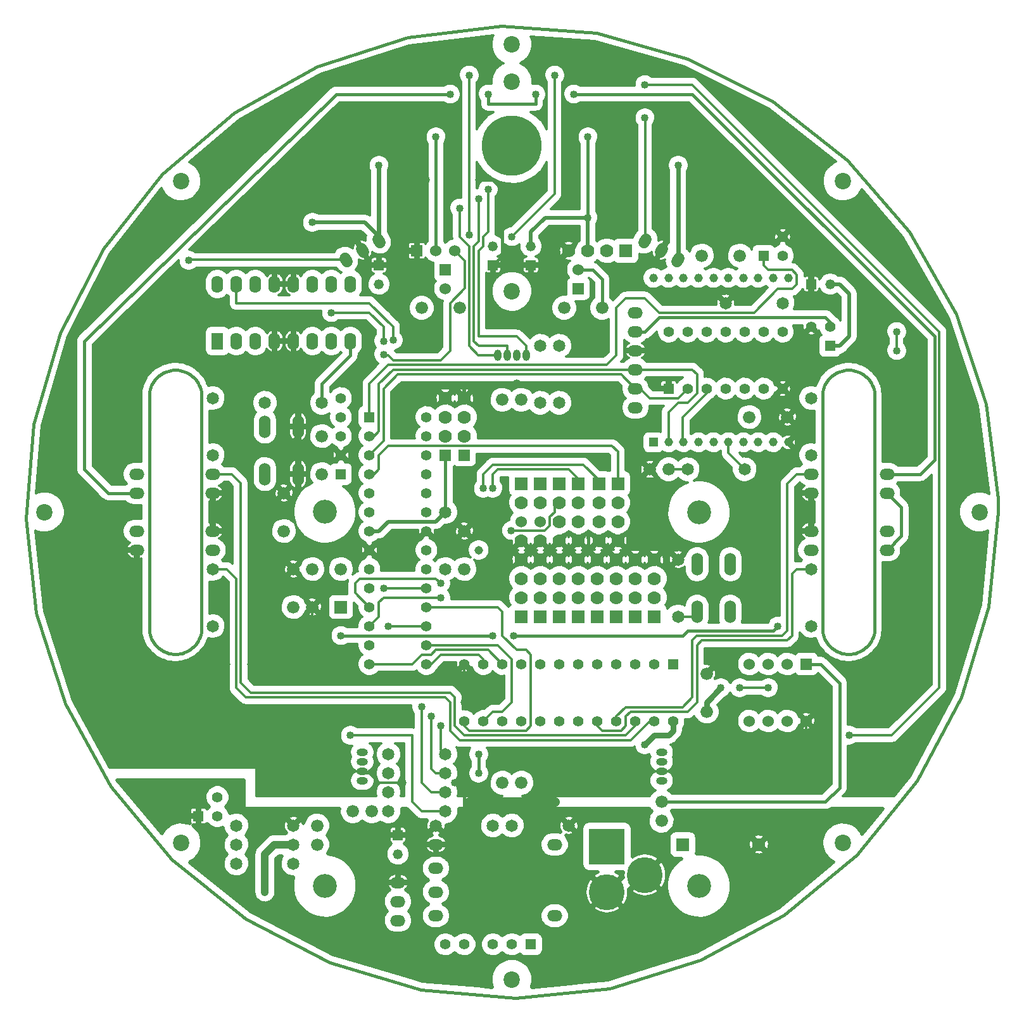
<source format=gbl>
G04 (created by PCBNEW-RS274X (2011-nov-30)-testing) date Mon 09 Jul 2012 07:17:13 PM CEST*
%MOIN*%
G04 Gerber Fmt 3.4, Leading zero omitted, Abs format*
%FSLAX34Y34*%
G01*
G70*
G90*
G04 APERTURE LIST*
%ADD10C,0.006*%
%ADD11C,0.015*%
%ADD12R,0.06X0.06*%
%ADD13C,0.07*%
%ADD14R,0.07X0.07*%
%ADD15C,0.06*%
%ADD16R,0.046X0.046*%
%ADD17C,0.046*%
%ADD18C,0.052*%
%ADD19R,0.052X0.052*%
%ADD20C,0.189*%
%ADD21R,0.189X0.189*%
%ADD22R,0.066X0.066*%
%ADD23C,0.066*%
%ADD24R,0.055X0.055*%
%ADD25C,0.055*%
%ADD26C,0.0589*%
%ADD27O,0.06X0.12*%
%ADD28O,0.0787X0.0589*%
%ADD29C,0.045*%
%ADD30C,0.3149*%
%ADD31C,0.0864*%
%ADD32C,0.1259*%
%ADD33O,0.06X0.0394*%
%ADD34O,0.0394X0.06*%
%ADD35C,0.065*%
%ADD36R,0.062X0.09*%
%ADD37O,0.062X0.09*%
%ADD38C,0.04*%
%ADD39C,0.02*%
%ADD40C,0.024*%
%ADD41C,0.0297*%
%ADD42C,0.0159*%
%ADD43C,0.012*%
%ADD44C,0.04*%
%ADD45C,0.05*%
G04 APERTURE END LIST*
G54D10*
G54D11*
X84056Y-41339D02*
X83568Y-46309D01*
X82125Y-51090D01*
X79780Y-55500D01*
X76623Y-59371D01*
X72775Y-62554D01*
X68381Y-64930D01*
X63610Y-66407D01*
X58643Y-66929D01*
X53670Y-66476D01*
X48879Y-65066D01*
X44453Y-62752D01*
X40560Y-59623D01*
X37350Y-55797D01*
X34944Y-51420D01*
X33434Y-46659D01*
X32877Y-41696D01*
X33295Y-36720D01*
X34672Y-31919D01*
X36955Y-27477D01*
X40057Y-23562D01*
X43860Y-20325D01*
X48220Y-17889D01*
X52970Y-16345D01*
X57930Y-15754D01*
X62908Y-16137D01*
X67719Y-17480D01*
X72177Y-19732D01*
X76113Y-22807D01*
X79376Y-26588D01*
X81843Y-30931D01*
X83420Y-35670D01*
X84046Y-40625D01*
X84056Y-41339D01*
X39371Y-41339D02*
X39371Y-35237D01*
X39371Y-41339D02*
X39371Y-47441D01*
X42126Y-47441D02*
X42126Y-35237D01*
X40749Y-33859D02*
X40629Y-33865D01*
X40510Y-33880D01*
X40393Y-33906D01*
X40278Y-33943D01*
X40167Y-33989D01*
X40061Y-34044D01*
X39959Y-34109D01*
X39864Y-34182D01*
X39775Y-34263D01*
X39694Y-34352D01*
X39621Y-34447D01*
X39556Y-34549D01*
X39501Y-34655D01*
X39455Y-34766D01*
X39418Y-34881D01*
X39392Y-34998D01*
X39377Y-35117D01*
X39371Y-35237D01*
X42127Y-35237D02*
X42121Y-35117D01*
X42106Y-34998D01*
X42080Y-34881D01*
X42043Y-34766D01*
X41997Y-34655D01*
X41942Y-34549D01*
X41877Y-34447D01*
X41804Y-34352D01*
X41723Y-34263D01*
X41634Y-34182D01*
X41539Y-34109D01*
X41438Y-34044D01*
X41331Y-33989D01*
X41220Y-33943D01*
X41105Y-33906D01*
X40988Y-33880D01*
X40869Y-33865D01*
X40749Y-33859D01*
X39371Y-47441D02*
X39377Y-47561D01*
X39392Y-47680D01*
X39418Y-47797D01*
X39455Y-47912D01*
X39501Y-48023D01*
X39556Y-48129D01*
X39621Y-48231D01*
X39694Y-48326D01*
X39775Y-48415D01*
X39864Y-48496D01*
X39959Y-48569D01*
X40061Y-48634D01*
X40167Y-48689D01*
X40278Y-48735D01*
X40393Y-48772D01*
X40510Y-48798D01*
X40629Y-48813D01*
X40749Y-48819D01*
X40749Y-48818D02*
X40869Y-48812D01*
X40988Y-48797D01*
X41105Y-48771D01*
X41219Y-48734D01*
X41330Y-48688D01*
X41437Y-48633D01*
X41538Y-48568D01*
X41634Y-48495D01*
X41722Y-48414D01*
X41803Y-48326D01*
X41876Y-48230D01*
X41941Y-48129D01*
X41996Y-48022D01*
X42042Y-47911D01*
X42079Y-47797D01*
X42105Y-47680D01*
X42120Y-47561D01*
X42126Y-47441D01*
X76182Y-48818D02*
X76302Y-48812D01*
X76421Y-48797D01*
X76538Y-48771D01*
X76652Y-48734D01*
X76763Y-48688D01*
X76870Y-48633D01*
X76971Y-48568D01*
X77067Y-48495D01*
X77155Y-48414D01*
X77236Y-48326D01*
X77309Y-48230D01*
X77374Y-48129D01*
X77429Y-48022D01*
X77475Y-47911D01*
X77512Y-47797D01*
X77538Y-47680D01*
X77553Y-47561D01*
X77559Y-47441D01*
X74804Y-47441D02*
X74810Y-47561D01*
X74825Y-47680D01*
X74851Y-47797D01*
X74888Y-47912D01*
X74934Y-48023D01*
X74989Y-48129D01*
X75054Y-48231D01*
X75127Y-48326D01*
X75208Y-48415D01*
X75297Y-48496D01*
X75392Y-48569D01*
X75494Y-48634D01*
X75600Y-48689D01*
X75711Y-48735D01*
X75826Y-48772D01*
X75943Y-48798D01*
X76062Y-48813D01*
X76182Y-48819D01*
X77560Y-35237D02*
X77554Y-35117D01*
X77539Y-34998D01*
X77513Y-34881D01*
X77476Y-34766D01*
X77430Y-34655D01*
X77375Y-34549D01*
X77310Y-34447D01*
X77237Y-34352D01*
X77156Y-34263D01*
X77067Y-34182D01*
X76972Y-34109D01*
X76871Y-34044D01*
X76764Y-33989D01*
X76653Y-33943D01*
X76538Y-33906D01*
X76421Y-33880D01*
X76302Y-33865D01*
X76182Y-33859D01*
X76182Y-33859D02*
X76062Y-33865D01*
X75943Y-33880D01*
X75826Y-33906D01*
X75711Y-33943D01*
X75600Y-33989D01*
X75494Y-34044D01*
X75392Y-34109D01*
X75297Y-34182D01*
X75208Y-34263D01*
X75127Y-34352D01*
X75054Y-34447D01*
X74989Y-34549D01*
X74934Y-34655D01*
X74888Y-34766D01*
X74851Y-34881D01*
X74825Y-34998D01*
X74810Y-35117D01*
X74804Y-35237D01*
X77559Y-47441D02*
X77559Y-35237D01*
X74804Y-41339D02*
X74804Y-47441D01*
X74804Y-41339D02*
X74804Y-35237D01*
G54D12*
X55965Y-38339D03*
G54D13*
X55965Y-37339D03*
X55965Y-36339D03*
X55965Y-35339D03*
G54D12*
X54965Y-38339D03*
G54D13*
X54965Y-37339D03*
X54965Y-36339D03*
X54965Y-35339D03*
G54D14*
X59965Y-39839D03*
G54D13*
X59965Y-40839D03*
G54D15*
X59965Y-41839D03*
G54D13*
X59965Y-42839D03*
G54D14*
X58965Y-39839D03*
G54D13*
X58965Y-40839D03*
G54D15*
X58965Y-41839D03*
G54D13*
X58965Y-42839D03*
G54D16*
X65923Y-37669D03*
G54D17*
X66710Y-37669D03*
X67497Y-37669D03*
X68284Y-37669D03*
X69072Y-37669D03*
X69858Y-37669D03*
X70646Y-37669D03*
X71433Y-37669D03*
X72220Y-37669D03*
X73008Y-37669D03*
X73008Y-29009D03*
X72220Y-29009D03*
X71433Y-29009D03*
X70646Y-29009D03*
X69858Y-29009D03*
X69072Y-29009D03*
X68284Y-29009D03*
X67497Y-29009D03*
X66710Y-29009D03*
X65922Y-29009D03*
G54D18*
X59465Y-27339D03*
G54D19*
X59465Y-28339D03*
G54D20*
X63465Y-61339D03*
G54D21*
X63465Y-58939D03*
G54D20*
X65465Y-60439D03*
G54D22*
X49465Y-46339D03*
G54D23*
X49465Y-44339D03*
G54D24*
X75215Y-32589D03*
G54D25*
X75215Y-31589D03*
X74215Y-31589D03*
X54965Y-64089D03*
X55965Y-64089D03*
G54D24*
X49465Y-39339D03*
G54D25*
X49465Y-38339D03*
X49465Y-37339D03*
X49465Y-36339D03*
X49465Y-35339D03*
G54D26*
X66290Y-27645D02*
X66388Y-27473D01*
X65424Y-27145D02*
X65522Y-26973D01*
X67156Y-28145D02*
X67254Y-27973D01*
X50640Y-27645D02*
X50542Y-27473D01*
X49774Y-28145D02*
X49676Y-27973D01*
X51506Y-27145D02*
X51408Y-26973D01*
G54D27*
X68215Y-46589D03*
X68215Y-44089D03*
X69965Y-46589D03*
X69965Y-44089D03*
X45465Y-39339D03*
X45465Y-36839D03*
X47215Y-39339D03*
X47215Y-36839D03*
G54D28*
X54465Y-58839D03*
X54465Y-60089D03*
X54465Y-61339D03*
X54465Y-62589D03*
X60715Y-58839D03*
X60715Y-62589D03*
G54D24*
X59465Y-64089D03*
G54D25*
X58465Y-64089D03*
X57465Y-64089D03*
G54D23*
X51091Y-57087D03*
X50091Y-57087D03*
X57965Y-35433D03*
X58965Y-35433D03*
X66339Y-57587D03*
X66339Y-56587D03*
X66715Y-39089D03*
X65715Y-39089D03*
X58965Y-55589D03*
X57965Y-55589D03*
X48215Y-57839D03*
X48215Y-58839D03*
G54D28*
X78215Y-42339D03*
X78215Y-43339D03*
X38715Y-42339D03*
X38715Y-43339D03*
X38715Y-40339D03*
X38715Y-39339D03*
X78215Y-40339D03*
X78215Y-39339D03*
G54D13*
X71465Y-58839D03*
G54D14*
X67465Y-58839D03*
G54D12*
X53465Y-27589D03*
G54D15*
X54465Y-27589D03*
X55465Y-27589D03*
G54D18*
X52465Y-59339D03*
G54D19*
X52465Y-58339D03*
G54D18*
X75215Y-29339D03*
G54D19*
X74215Y-29339D03*
G54D18*
X57465Y-27339D03*
G54D19*
X57465Y-28339D03*
G54D18*
X51465Y-29339D03*
G54D19*
X51465Y-28339D03*
G54D28*
X64965Y-30840D03*
X64965Y-31839D03*
X64965Y-32839D03*
X64965Y-33839D03*
X64965Y-34839D03*
X64965Y-35839D03*
G54D24*
X41965Y-57339D03*
G54D25*
X42965Y-57339D03*
X42965Y-56339D03*
G54D28*
X74215Y-40339D03*
X74215Y-39339D03*
X42715Y-40339D03*
X42715Y-39339D03*
X74215Y-42339D03*
X74215Y-43339D03*
X42715Y-42339D03*
X42715Y-43339D03*
G54D12*
X54965Y-28589D03*
G54D15*
X54965Y-29589D03*
G54D12*
X61965Y-29589D03*
G54D15*
X61965Y-28589D03*
G54D29*
X56715Y-43339D03*
G54D25*
X50965Y-37339D03*
X50965Y-38339D03*
X50965Y-39339D03*
X50965Y-40339D03*
X50965Y-41339D03*
X50965Y-42339D03*
X50965Y-43339D03*
X50965Y-44339D03*
X50965Y-45339D03*
X50965Y-46339D03*
X50965Y-47339D03*
X50965Y-48339D03*
X50965Y-49339D03*
G54D24*
X50965Y-36339D03*
G54D25*
X53965Y-49339D03*
X53965Y-48339D03*
X53965Y-47339D03*
X53965Y-46339D03*
X53965Y-45339D03*
X53965Y-44339D03*
X53965Y-43339D03*
X53965Y-42339D03*
X53965Y-41339D03*
X53965Y-40339D03*
X53965Y-39339D03*
X53965Y-38339D03*
X53965Y-37339D03*
X53965Y-36339D03*
G54D24*
X66965Y-49339D03*
G54D25*
X65965Y-49339D03*
X64965Y-49339D03*
X63965Y-49339D03*
X62965Y-49339D03*
X61965Y-49339D03*
X60965Y-49339D03*
X59965Y-49339D03*
X58965Y-49339D03*
X57965Y-49339D03*
X56965Y-49339D03*
X55965Y-49339D03*
X55965Y-52339D03*
X56965Y-52339D03*
X57965Y-52339D03*
X58965Y-52339D03*
X59965Y-52339D03*
X60965Y-52339D03*
X61965Y-52339D03*
X62965Y-52339D03*
X63965Y-52339D03*
X64965Y-52339D03*
X65965Y-52339D03*
X66965Y-52339D03*
G54D24*
X66715Y-34839D03*
G54D25*
X67715Y-34839D03*
X68715Y-34839D03*
X69715Y-34839D03*
X70715Y-34839D03*
X71715Y-34839D03*
X72715Y-34839D03*
X72715Y-31839D03*
X71715Y-31839D03*
X70715Y-31839D03*
X69715Y-31839D03*
X68715Y-31839D03*
X67715Y-31839D03*
X66715Y-31839D03*
G54D28*
X52465Y-61839D03*
X52465Y-62839D03*
X52465Y-60839D03*
G54D12*
X73965Y-49339D03*
G54D15*
X72965Y-49339D03*
X71965Y-49339D03*
X70965Y-49339D03*
X70965Y-52339D03*
X71965Y-52339D03*
X72965Y-52339D03*
X73965Y-52339D03*
G54D24*
X71715Y-27839D03*
G54D25*
X72715Y-27839D03*
X72715Y-26839D03*
G54D30*
X58465Y-22048D03*
G54D23*
X68715Y-51839D03*
X68715Y-49839D03*
X46465Y-42339D03*
X46465Y-40339D03*
X55965Y-44339D03*
X55965Y-42339D03*
X70965Y-36339D03*
X72965Y-36339D03*
X46965Y-46339D03*
X46965Y-44339D03*
X53715Y-30589D03*
X55715Y-30589D03*
X47965Y-44339D03*
X47965Y-46339D03*
X68465Y-27839D03*
X70465Y-27839D03*
X61215Y-30589D03*
X63215Y-30589D03*
X48465Y-39339D03*
X48465Y-37339D03*
G54D31*
X58465Y-18701D03*
X75886Y-58760D03*
X58465Y-65945D03*
X41044Y-58760D03*
X33859Y-41339D03*
X58465Y-16733D03*
X58465Y-29725D03*
X41044Y-23918D03*
X75886Y-23918D03*
X83071Y-41339D03*
G54D32*
X68307Y-61024D03*
X48621Y-61024D03*
X48620Y-41337D03*
X68307Y-41338D03*
G54D14*
X64036Y-39840D03*
G54D13*
X64036Y-40840D03*
X64036Y-41840D03*
X64036Y-42840D03*
G54D14*
X63036Y-39840D03*
G54D13*
X63036Y-40840D03*
X63036Y-41840D03*
X63036Y-42840D03*
G54D14*
X61965Y-39839D03*
G54D13*
X61965Y-40839D03*
X61965Y-41839D03*
X61965Y-42839D03*
G54D14*
X60965Y-39839D03*
G54D13*
X60965Y-40839D03*
X60965Y-41839D03*
X60965Y-42839D03*
G54D14*
X64465Y-27589D03*
G54D13*
X63465Y-27589D03*
X62465Y-27589D03*
X61465Y-27589D03*
G54D14*
X59965Y-46839D03*
G54D13*
X59965Y-45839D03*
X59965Y-44839D03*
X59965Y-43839D03*
G54D14*
X61965Y-46839D03*
G54D13*
X61965Y-45839D03*
X61965Y-44839D03*
X61965Y-43839D03*
G54D14*
X62965Y-46839D03*
G54D13*
X62965Y-45839D03*
X62965Y-44839D03*
X62965Y-43839D03*
G54D14*
X64965Y-46839D03*
G54D13*
X64965Y-45839D03*
X64965Y-44839D03*
X64965Y-43839D03*
G54D14*
X58965Y-46839D03*
G54D13*
X58965Y-45839D03*
X58965Y-44839D03*
X58965Y-43839D03*
G54D14*
X60965Y-46839D03*
G54D13*
X60965Y-45839D03*
X60965Y-44839D03*
X60965Y-43839D03*
G54D14*
X63965Y-46839D03*
G54D13*
X63965Y-45839D03*
X63965Y-44839D03*
X63965Y-43839D03*
G54D14*
X65965Y-46839D03*
G54D13*
X65965Y-45839D03*
X65965Y-44839D03*
X65965Y-43839D03*
G54D33*
X66339Y-55475D03*
X66339Y-54975D03*
X66339Y-54475D03*
X66339Y-53975D03*
G54D34*
X59215Y-33071D03*
X58715Y-33071D03*
X58215Y-33071D03*
X57715Y-33071D03*
G54D33*
X50591Y-55475D03*
X50591Y-54975D03*
X50591Y-54475D03*
X50591Y-53975D03*
G54D35*
X72715Y-30339D03*
X69715Y-30339D03*
X43965Y-57839D03*
X46965Y-57839D03*
X46965Y-59839D03*
X43965Y-59839D03*
X67715Y-39089D03*
X70715Y-39089D03*
X48465Y-35589D03*
X45465Y-35589D03*
X46965Y-58839D03*
X43965Y-58839D03*
X54465Y-57839D03*
X57465Y-57839D03*
X54965Y-41339D03*
X54965Y-44339D03*
X58465Y-57839D03*
X61465Y-57839D03*
X59965Y-32589D03*
X59965Y-35589D03*
X60965Y-32589D03*
X60965Y-35589D03*
X67215Y-46839D03*
X67215Y-43839D03*
X51965Y-55089D03*
X54965Y-55089D03*
X51965Y-54089D03*
X54965Y-54089D03*
X51965Y-56089D03*
X54965Y-56089D03*
X74215Y-47339D03*
X74215Y-44339D03*
X74215Y-35339D03*
X74215Y-38339D03*
X42715Y-35339D03*
X42715Y-38339D03*
X42715Y-47339D03*
X42715Y-44339D03*
X54965Y-57089D03*
X51965Y-57089D03*
G54D36*
X42965Y-32339D03*
G54D37*
X43965Y-32339D03*
X44965Y-32339D03*
X45965Y-32339D03*
X46965Y-32339D03*
X47965Y-32339D03*
X48965Y-32339D03*
X49965Y-32339D03*
X49965Y-29339D03*
X48965Y-29339D03*
X47965Y-29339D03*
X46965Y-29339D03*
X45965Y-29339D03*
X44965Y-29339D03*
X43965Y-29339D03*
X42965Y-29339D03*
G54D38*
X67215Y-23089D03*
X51465Y-23089D03*
X47965Y-26089D03*
X69465Y-50589D03*
X65465Y-53589D03*
X56715Y-55089D03*
X56715Y-54089D03*
X49465Y-47839D03*
X72465Y-47339D03*
X58565Y-47839D03*
X57465Y-47839D03*
X54465Y-21589D03*
X62465Y-21589D03*
X62465Y-25839D03*
X58435Y-42309D03*
X53715Y-51589D03*
X54215Y-52089D03*
X54715Y-52589D03*
X51715Y-32339D03*
X51965Y-47339D03*
X48965Y-30839D03*
X51715Y-45339D03*
X51715Y-33039D03*
X56965Y-40089D03*
X54715Y-45089D03*
X49965Y-53089D03*
X54715Y-45839D03*
X57465Y-40089D03*
X52215Y-32289D03*
X78715Y-31839D03*
X78715Y-32839D03*
X71965Y-50589D03*
X70465Y-50589D03*
X41465Y-28089D03*
X76215Y-53089D03*
X65465Y-18839D03*
X65465Y-20589D03*
X45465Y-61339D03*
X52715Y-55589D03*
X55465Y-55589D03*
X53965Y-23839D03*
X56715Y-23839D03*
X43965Y-37839D03*
X44715Y-49339D03*
X43465Y-49339D03*
X58715Y-34539D03*
X55965Y-51339D03*
X57215Y-24339D03*
X55715Y-25339D03*
X56715Y-24839D03*
X61715Y-19339D03*
X59715Y-19339D03*
X57215Y-19339D03*
X55215Y-19339D03*
X56215Y-18339D03*
X56215Y-26739D03*
X58465Y-26839D03*
X60715Y-18339D03*
G54D39*
X75215Y-32589D02*
X75715Y-32589D01*
X75715Y-29339D02*
X75215Y-29339D01*
X76215Y-29839D02*
X75715Y-29339D01*
X76215Y-32089D02*
X76215Y-29839D01*
X75715Y-32589D02*
X76215Y-32089D01*
G54D40*
X67205Y-28059D02*
X67205Y-23099D01*
X67205Y-23099D02*
X67215Y-23089D01*
X51457Y-27059D02*
X51457Y-23097D01*
X51457Y-23097D02*
X51465Y-23089D01*
G54D39*
X50715Y-26089D02*
X47965Y-26089D01*
X51457Y-26831D02*
X50715Y-26089D01*
X51457Y-26831D02*
X51457Y-27059D01*
X54965Y-41339D02*
X54465Y-41839D01*
X51465Y-42339D02*
X50965Y-42339D01*
X51965Y-41839D02*
X51465Y-42339D01*
X54465Y-41839D02*
X51965Y-41839D01*
G54D41*
X68715Y-51839D02*
X68715Y-51339D01*
X68715Y-51339D02*
X69465Y-50589D01*
X66965Y-52839D02*
X66965Y-52339D01*
X66715Y-53089D02*
X66965Y-52839D01*
X65965Y-53089D02*
X66715Y-53089D01*
X65465Y-53589D02*
X65965Y-53089D01*
G54D42*
X54965Y-38339D02*
X54965Y-41339D01*
X48465Y-35589D02*
X48465Y-34589D01*
X49965Y-33089D02*
X49965Y-32339D01*
X48465Y-34589D02*
X49965Y-33089D01*
X56715Y-55089D02*
X56715Y-54089D01*
X49465Y-47839D02*
X57465Y-47839D01*
X72215Y-47589D02*
X72465Y-47339D01*
X67715Y-47589D02*
X72215Y-47589D01*
X67465Y-47839D02*
X67715Y-47589D01*
X58565Y-47839D02*
X67465Y-47839D01*
X62465Y-25839D02*
X62465Y-21589D01*
X54465Y-21589D02*
X54465Y-27589D01*
G54D39*
X62465Y-25839D02*
X60215Y-25839D01*
X59465Y-26589D02*
X59465Y-27339D01*
X60215Y-25839D02*
X59465Y-26589D01*
X62465Y-25839D02*
X62465Y-27589D01*
G54D42*
X75215Y-31589D02*
X75215Y-31339D01*
X65465Y-31839D02*
X64965Y-31839D01*
X66215Y-31089D02*
X65465Y-31839D01*
X74965Y-31089D02*
X66215Y-31089D01*
X75215Y-31339D02*
X74965Y-31089D01*
G54D43*
X58435Y-42309D02*
X60175Y-42309D01*
X60465Y-41589D02*
X60715Y-41339D01*
X60715Y-41339D02*
X60715Y-41089D01*
X60965Y-40839D02*
X60715Y-41089D01*
X60445Y-41609D02*
X60465Y-41589D01*
X60445Y-42039D02*
X60445Y-41609D01*
X60175Y-42309D02*
X60445Y-42039D01*
X54965Y-56089D02*
X54215Y-56089D01*
X53715Y-55589D02*
X53715Y-51589D01*
X54215Y-56089D02*
X53715Y-55589D01*
X54965Y-55089D02*
X54465Y-55089D01*
X54215Y-54839D02*
X54215Y-52089D01*
X54465Y-55089D02*
X54215Y-54839D01*
X54715Y-53839D02*
X54715Y-52589D01*
X54965Y-54089D02*
X54715Y-53839D01*
X66710Y-37669D02*
X66710Y-36094D01*
X67965Y-33839D02*
X64965Y-33839D01*
X68215Y-34089D02*
X67965Y-33839D01*
X68215Y-35089D02*
X68215Y-34089D01*
X67715Y-35589D02*
X68215Y-35089D01*
X67215Y-35589D02*
X67715Y-35589D01*
X66710Y-36094D02*
X67215Y-35589D01*
X64965Y-33839D02*
X52215Y-33839D01*
X51215Y-37339D02*
X50965Y-37339D01*
X51465Y-37089D02*
X51215Y-37339D01*
X51465Y-34589D02*
X51465Y-37089D01*
X52215Y-33839D02*
X51465Y-34589D01*
X64965Y-34839D02*
X65215Y-34839D01*
X67215Y-35339D02*
X67715Y-34839D01*
X65715Y-35339D02*
X67215Y-35339D01*
X65215Y-34839D02*
X65715Y-35339D01*
X64965Y-34839D02*
X64215Y-34089D01*
X51715Y-37589D02*
X50965Y-38339D01*
X51715Y-34839D02*
X51715Y-37589D01*
X52465Y-34089D02*
X51715Y-34839D01*
X64215Y-34089D02*
X52465Y-34089D01*
X53965Y-48339D02*
X57715Y-48339D01*
X57465Y-51839D02*
X56965Y-52339D01*
X57965Y-51839D02*
X57465Y-51839D01*
X58465Y-51339D02*
X57965Y-51839D01*
X58465Y-49089D02*
X58465Y-51339D01*
X57715Y-48339D02*
X58465Y-49089D01*
X51715Y-31589D02*
X50965Y-30839D01*
X53965Y-47339D02*
X51965Y-47339D01*
X51715Y-32339D02*
X51715Y-31589D01*
X50965Y-30839D02*
X48965Y-30839D01*
X59215Y-52839D02*
X56215Y-52839D01*
X57715Y-46339D02*
X57965Y-46589D01*
X57965Y-46589D02*
X57965Y-47839D01*
X57965Y-47839D02*
X58715Y-48589D01*
X58715Y-48589D02*
X59215Y-48589D01*
X59215Y-48589D02*
X59465Y-48839D01*
X59465Y-48839D02*
X59465Y-52589D01*
X59465Y-52589D02*
X59215Y-52839D01*
X53965Y-46339D02*
X57715Y-46339D01*
X55965Y-52589D02*
X55965Y-52339D01*
X56215Y-52839D02*
X55965Y-52589D01*
X51715Y-33039D02*
X51965Y-33089D01*
X53965Y-45339D02*
X51715Y-45339D01*
X55993Y-28117D02*
X55465Y-27589D01*
X55993Y-29561D02*
X55993Y-28117D01*
X55215Y-30339D02*
X55993Y-29561D01*
X55215Y-32839D02*
X55215Y-30339D01*
X54715Y-33339D02*
X55215Y-32839D01*
X52215Y-33339D02*
X54715Y-33339D01*
X51965Y-33089D02*
X52215Y-33339D01*
X64036Y-39840D02*
X64036Y-38160D01*
X51215Y-39339D02*
X50965Y-39339D01*
X51465Y-39089D02*
X51215Y-39339D01*
X51465Y-38339D02*
X51465Y-39089D01*
X51965Y-37859D02*
X51465Y-38339D01*
X63715Y-37859D02*
X51965Y-37859D01*
X64036Y-38160D02*
X63715Y-37859D01*
X50965Y-46339D02*
X50215Y-45589D01*
X63036Y-39660D02*
X62215Y-38839D01*
X62215Y-38839D02*
X57465Y-38839D01*
X57465Y-38839D02*
X56965Y-39339D01*
X56965Y-39339D02*
X56965Y-40089D01*
X63036Y-39660D02*
X63036Y-39840D01*
X54465Y-44839D02*
X54715Y-45089D01*
X50465Y-44839D02*
X54465Y-44839D01*
X50215Y-45089D02*
X50465Y-44839D01*
X50215Y-45589D02*
X50215Y-45089D01*
X53715Y-57089D02*
X54965Y-57089D01*
X53215Y-56589D02*
X53715Y-57089D01*
X53215Y-53089D02*
X53215Y-56589D01*
X49965Y-53089D02*
X53215Y-53089D01*
X61965Y-39839D02*
X61965Y-39589D01*
X57465Y-39339D02*
X57465Y-40089D01*
X57715Y-39089D02*
X57465Y-39339D01*
X61465Y-39089D02*
X57715Y-39089D01*
X61965Y-39589D02*
X61465Y-39089D01*
X51465Y-46839D02*
X51465Y-46089D01*
X51465Y-46089D02*
X51715Y-45839D01*
X51715Y-45839D02*
X54715Y-45839D01*
X51465Y-46839D02*
X50965Y-47339D01*
X43965Y-29339D02*
X43965Y-30339D01*
X52215Y-31589D02*
X52215Y-32289D01*
X50965Y-30339D02*
X52215Y-31589D01*
X43965Y-30339D02*
X50965Y-30339D01*
X50965Y-49339D02*
X53215Y-49339D01*
X57215Y-48589D02*
X57965Y-49339D01*
X54465Y-48589D02*
X57215Y-48589D01*
X54215Y-48839D02*
X54465Y-48589D01*
X53715Y-48839D02*
X54215Y-48839D01*
X53215Y-49339D02*
X53715Y-48839D01*
X53965Y-49339D02*
X54215Y-49339D01*
X56965Y-49089D02*
X56965Y-49339D01*
X56715Y-48839D02*
X56965Y-49089D01*
X54715Y-48839D02*
X56715Y-48839D01*
X54215Y-49339D02*
X54715Y-48839D01*
X55215Y-51339D02*
X54965Y-51089D01*
X65715Y-52339D02*
X64715Y-53339D01*
X64715Y-53339D02*
X55715Y-53339D01*
X55715Y-53339D02*
X55215Y-52839D01*
X55215Y-52839D02*
X55215Y-51339D01*
X65965Y-52339D02*
X65715Y-52339D01*
X43465Y-44339D02*
X42715Y-44339D01*
X43965Y-44839D02*
X43465Y-44339D01*
X43965Y-50589D02*
X43965Y-44839D01*
X44465Y-51089D02*
X43965Y-50589D01*
X54965Y-51089D02*
X44465Y-51089D01*
X55465Y-52589D02*
X55465Y-51089D01*
X64965Y-52589D02*
X64465Y-53089D01*
X64465Y-53089D02*
X55965Y-53089D01*
X55965Y-53089D02*
X55465Y-52589D01*
X64965Y-52339D02*
X64965Y-52589D01*
X43715Y-39339D02*
X42715Y-39339D01*
X44187Y-39811D02*
X43715Y-39339D01*
X44187Y-50311D02*
X44187Y-39811D01*
X44715Y-50839D02*
X44187Y-50311D01*
X55215Y-50839D02*
X44715Y-50839D01*
X55465Y-51089D02*
X55215Y-50839D01*
X63965Y-52339D02*
X63965Y-52089D01*
X73465Y-39339D02*
X74215Y-39339D01*
X72965Y-39839D02*
X73465Y-39339D01*
X72965Y-47589D02*
X72965Y-39839D01*
X72687Y-47867D02*
X72965Y-47589D01*
X68187Y-47867D02*
X72687Y-47867D01*
X67965Y-48089D02*
X68187Y-47867D01*
X67965Y-51089D02*
X67965Y-48089D01*
X67437Y-51617D02*
X67965Y-51089D01*
X64437Y-51617D02*
X67437Y-51617D01*
X63965Y-52089D02*
X64437Y-51617D01*
X62965Y-52339D02*
X62965Y-52589D01*
X73465Y-44339D02*
X74215Y-44339D01*
X73215Y-44589D02*
X73465Y-44339D01*
X73215Y-47839D02*
X73215Y-44589D01*
X72965Y-48089D02*
X73215Y-47839D01*
X68465Y-48089D02*
X72965Y-48089D01*
X68215Y-48339D02*
X68465Y-48089D01*
X68215Y-51339D02*
X68215Y-48339D01*
X67715Y-51839D02*
X68215Y-51339D01*
X64715Y-51839D02*
X67715Y-51839D01*
X64465Y-52089D02*
X64715Y-51839D01*
X64465Y-52589D02*
X64465Y-52089D01*
X64215Y-52839D02*
X64465Y-52589D01*
X63215Y-52839D02*
X64215Y-52839D01*
X62965Y-52589D02*
X63215Y-52839D01*
G54D42*
X73965Y-49339D02*
X74715Y-49339D01*
X74967Y-56587D02*
X66339Y-56587D01*
X75715Y-55839D02*
X74967Y-56587D01*
X75715Y-50339D02*
X75715Y-55839D01*
X74715Y-49339D02*
X75715Y-50339D01*
G54D43*
X78715Y-31839D02*
X78715Y-32839D01*
X71965Y-50589D02*
X70465Y-50589D01*
X71715Y-27839D02*
X71715Y-28339D01*
X50965Y-34589D02*
X50965Y-36339D01*
X51965Y-33589D02*
X50965Y-34589D01*
X63465Y-33589D02*
X51965Y-33589D01*
X63965Y-33089D02*
X63465Y-33589D01*
X63965Y-30589D02*
X63965Y-33089D01*
X64465Y-30089D02*
X63965Y-30589D01*
X65465Y-30089D02*
X64465Y-30089D01*
X66215Y-30839D02*
X65465Y-30089D01*
X71215Y-30839D02*
X66215Y-30839D01*
X72465Y-29589D02*
X71215Y-30839D01*
X73215Y-29589D02*
X72465Y-29589D01*
X73465Y-29339D02*
X73215Y-29589D01*
X73465Y-28839D02*
X73465Y-29339D01*
X73215Y-28589D02*
X73465Y-28839D01*
X71965Y-28589D02*
X73215Y-28589D01*
X71715Y-28339D02*
X71965Y-28589D01*
X49725Y-28059D02*
X41495Y-28059D01*
X41495Y-28059D02*
X41465Y-28089D01*
X65473Y-27059D02*
X65473Y-20597D01*
X78465Y-53089D02*
X76215Y-53089D01*
X80965Y-50589D02*
X78465Y-53089D01*
X80965Y-31839D02*
X80965Y-50589D01*
X67965Y-18839D02*
X80965Y-31839D01*
X65465Y-18839D02*
X67965Y-18839D01*
X65473Y-20597D02*
X65465Y-20589D01*
G54D44*
X45965Y-58839D02*
X46965Y-58839D01*
X45465Y-61339D02*
X45465Y-59339D01*
X45965Y-58839D02*
X45465Y-59339D01*
G54D42*
X54465Y-58839D02*
X55465Y-58839D01*
X55465Y-58839D02*
X55965Y-58339D01*
G54D43*
X50705Y-55089D02*
X50591Y-54975D01*
X50965Y-55089D02*
X50705Y-55089D01*
X51465Y-55589D02*
X50965Y-55089D01*
X52715Y-55589D02*
X51465Y-55589D01*
G54D42*
X55965Y-56089D02*
X55465Y-55589D01*
X55965Y-58339D02*
X55965Y-56089D01*
X57465Y-28339D02*
X57965Y-27839D01*
X53465Y-24339D02*
X53465Y-27589D01*
X53965Y-23839D02*
X53465Y-24339D01*
X57465Y-23839D02*
X56715Y-23839D01*
X57965Y-24339D02*
X57465Y-23839D01*
X57965Y-27839D02*
X57965Y-24339D01*
G54D43*
X50591Y-54975D02*
X47351Y-54975D01*
X38715Y-49839D02*
X38715Y-43339D01*
X40965Y-52089D02*
X38715Y-49839D01*
X44465Y-52089D02*
X40965Y-52089D01*
X47351Y-54975D02*
X44465Y-52089D01*
X38715Y-43339D02*
X38715Y-48589D01*
X38715Y-48589D02*
X39465Y-49339D01*
G54D39*
X47215Y-37339D02*
X47215Y-36839D01*
X46715Y-37839D02*
X47215Y-37339D01*
X43965Y-37839D02*
X46715Y-37839D01*
G54D43*
X39465Y-49339D02*
X43465Y-49339D01*
X47965Y-48839D02*
X47965Y-46339D01*
X47465Y-49339D02*
X47965Y-48839D01*
X44715Y-49339D02*
X47465Y-49339D01*
G54D39*
X55965Y-35339D02*
X55965Y-34839D01*
X56215Y-34589D02*
X58715Y-34539D01*
X55965Y-34839D02*
X56215Y-34589D01*
G54D43*
X55965Y-51339D02*
X55965Y-49339D01*
X60715Y-56589D02*
X60715Y-55839D01*
X60715Y-55839D02*
X61579Y-54975D01*
X61579Y-54975D02*
X66339Y-54975D01*
G54D45*
X56215Y-56589D02*
X60715Y-56589D01*
X55465Y-58839D02*
X56215Y-58089D01*
X56215Y-58089D02*
X56215Y-56589D01*
G54D43*
X73965Y-52339D02*
X73965Y-53589D01*
X72579Y-54975D02*
X66339Y-54975D01*
X73965Y-53589D02*
X72579Y-54975D01*
X67715Y-39089D02*
X66715Y-39089D01*
X69858Y-37669D02*
X69858Y-38232D01*
X69858Y-38232D02*
X70715Y-39089D01*
X67215Y-46839D02*
X67965Y-46839D01*
X67965Y-46839D02*
X68215Y-46589D01*
G54D42*
X61965Y-28589D02*
X62715Y-28589D01*
X63215Y-29089D02*
X63215Y-30589D01*
X63215Y-29089D02*
X62715Y-28589D01*
G54D43*
X59215Y-33071D02*
X59215Y-32589D01*
X57215Y-26589D02*
X57215Y-24339D01*
X56965Y-26839D02*
X57215Y-26589D01*
X56965Y-27339D02*
X56965Y-26839D01*
X56715Y-27589D02*
X56965Y-27339D01*
X56715Y-32089D02*
X56715Y-27589D01*
X58715Y-32089D02*
X56715Y-32089D01*
X59215Y-32589D02*
X58715Y-32089D01*
X57715Y-33071D02*
X56697Y-33071D01*
X55715Y-26839D02*
X55715Y-25339D01*
X56215Y-27339D02*
X55715Y-26839D01*
X56215Y-32589D02*
X56215Y-27339D01*
X56697Y-33071D02*
X56215Y-32589D01*
X58215Y-33071D02*
X58215Y-32589D01*
X56715Y-27089D02*
X56715Y-24839D01*
X56465Y-27339D02*
X56715Y-27089D01*
X56465Y-32339D02*
X56465Y-27339D01*
X56715Y-32589D02*
X56465Y-32339D01*
X58215Y-32589D02*
X56715Y-32589D01*
X68715Y-34839D02*
X68715Y-35089D01*
X67465Y-37637D02*
X67497Y-37669D01*
X67465Y-36339D02*
X67465Y-37637D01*
X68715Y-35089D02*
X67465Y-36339D01*
G54D42*
X78215Y-43339D02*
X78965Y-42589D01*
X78965Y-41089D02*
X78215Y-40339D01*
X78965Y-42589D02*
X78965Y-41089D01*
X55215Y-19339D02*
X49215Y-19339D01*
X79965Y-39339D02*
X80715Y-38589D01*
X80715Y-38589D02*
X80715Y-32089D01*
X80715Y-32089D02*
X67965Y-19339D01*
X67965Y-19339D02*
X61715Y-19339D01*
X59715Y-19339D02*
X59715Y-19839D01*
X59715Y-19839D02*
X57215Y-19839D01*
X57215Y-19839D02*
X57215Y-19339D01*
X78215Y-39339D02*
X79965Y-39339D01*
X37215Y-40339D02*
X38715Y-40339D01*
X35965Y-39089D02*
X37215Y-40339D01*
X35965Y-32339D02*
X35965Y-39089D01*
X49215Y-19339D02*
X35965Y-32339D01*
G54D43*
X56215Y-26739D02*
X56215Y-18339D01*
X58465Y-26839D02*
X60715Y-24589D01*
X60715Y-24589D02*
X60715Y-18339D01*
G54D10*
G36*
X77994Y-56939D02*
X76901Y-58279D01*
X76881Y-58231D01*
X76760Y-58047D01*
X76605Y-57891D01*
X76422Y-57768D01*
X76219Y-57683D01*
X76004Y-57639D01*
X75784Y-57637D01*
X75568Y-57678D01*
X75364Y-57761D01*
X75180Y-57881D01*
X75022Y-58035D01*
X74898Y-58217D01*
X74811Y-58419D01*
X74766Y-58634D01*
X74763Y-58854D01*
X74802Y-59071D01*
X74883Y-59275D01*
X75002Y-59460D01*
X75155Y-59619D01*
X75336Y-59744D01*
X75396Y-59770D01*
X72510Y-62157D01*
X72036Y-62413D01*
X72036Y-58813D01*
X72020Y-58703D01*
X71983Y-58597D01*
X71954Y-58545D01*
X71864Y-58511D01*
X71793Y-58582D01*
X71793Y-58440D01*
X71759Y-58350D01*
X71659Y-58302D01*
X71551Y-58274D01*
X71439Y-58268D01*
X71329Y-58284D01*
X71223Y-58321D01*
X71171Y-58350D01*
X71137Y-58440D01*
X71465Y-58768D01*
X71793Y-58440D01*
X71793Y-58582D01*
X71536Y-58839D01*
X71864Y-59167D01*
X71954Y-59133D01*
X72002Y-59033D01*
X72030Y-58925D01*
X72036Y-58813D01*
X72036Y-62413D01*
X71793Y-62544D01*
X71793Y-59238D01*
X71465Y-58910D01*
X71394Y-58981D01*
X71394Y-58839D01*
X71066Y-58511D01*
X70976Y-58545D01*
X70928Y-58645D01*
X70900Y-58753D01*
X70894Y-58865D01*
X70910Y-58975D01*
X70947Y-59081D01*
X70976Y-59133D01*
X71066Y-59167D01*
X71394Y-58839D01*
X71394Y-58981D01*
X71137Y-59238D01*
X71171Y-59328D01*
X71271Y-59376D01*
X71379Y-59404D01*
X71491Y-59410D01*
X71601Y-59394D01*
X71707Y-59357D01*
X71759Y-59328D01*
X71793Y-59238D01*
X71793Y-62544D01*
X70020Y-63503D01*
X70020Y-60856D01*
X69955Y-60526D01*
X69827Y-60216D01*
X69641Y-59936D01*
X69404Y-59698D01*
X69126Y-59510D01*
X68816Y-59380D01*
X68487Y-59312D01*
X68197Y-59310D01*
X68198Y-59308D01*
X68214Y-59231D01*
X68214Y-59153D01*
X68214Y-58450D01*
X68199Y-58373D01*
X68169Y-58301D01*
X68126Y-58236D01*
X68071Y-58180D01*
X68006Y-58136D01*
X67934Y-58106D01*
X67857Y-58090D01*
X67779Y-58090D01*
X67076Y-58090D01*
X66999Y-58105D01*
X66927Y-58135D01*
X66862Y-58178D01*
X66806Y-58233D01*
X66762Y-58298D01*
X66732Y-58370D01*
X66716Y-58447D01*
X66716Y-58525D01*
X66716Y-59228D01*
X66731Y-59305D01*
X66761Y-59377D01*
X66804Y-59442D01*
X66859Y-59498D01*
X66924Y-59542D01*
X66996Y-59572D01*
X67073Y-59588D01*
X67151Y-59588D01*
X67373Y-59588D01*
X67228Y-59683D01*
X66988Y-59918D01*
X66799Y-60195D01*
X66666Y-60504D01*
X66634Y-60656D01*
X66634Y-60438D01*
X66612Y-60211D01*
X66546Y-59993D01*
X66439Y-59793D01*
X66287Y-59687D01*
X66217Y-59757D01*
X66217Y-59617D01*
X66111Y-59465D01*
X65910Y-59358D01*
X65691Y-59292D01*
X65464Y-59270D01*
X65237Y-59292D01*
X65019Y-59358D01*
X64819Y-59465D01*
X64809Y-59479D01*
X64809Y-57955D01*
X64794Y-57878D01*
X64764Y-57806D01*
X64721Y-57741D01*
X64666Y-57685D01*
X64601Y-57641D01*
X64529Y-57611D01*
X64452Y-57595D01*
X64374Y-57595D01*
X62481Y-57595D01*
X62404Y-57610D01*
X62332Y-57640D01*
X62267Y-57683D01*
X62211Y-57738D01*
X62167Y-57803D01*
X62137Y-57875D01*
X62121Y-57952D01*
X62121Y-58030D01*
X62121Y-59923D01*
X62136Y-60000D01*
X62166Y-60072D01*
X62209Y-60137D01*
X62264Y-60193D01*
X62329Y-60237D01*
X62401Y-60267D01*
X62478Y-60283D01*
X62556Y-60283D01*
X62972Y-60283D01*
X62819Y-60365D01*
X62713Y-60517D01*
X63465Y-61268D01*
X64217Y-60517D01*
X64111Y-60365D01*
X63956Y-60283D01*
X64311Y-60283D01*
X64296Y-60440D01*
X64311Y-60604D01*
X64287Y-60587D01*
X63536Y-61339D01*
X64287Y-62091D01*
X64439Y-61985D01*
X64546Y-61784D01*
X64612Y-61565D01*
X64634Y-61338D01*
X64618Y-61173D01*
X64643Y-61191D01*
X65323Y-60509D01*
X65324Y-60510D01*
X65394Y-60439D01*
X65465Y-60368D01*
X65536Y-60298D01*
X65535Y-60297D01*
X66217Y-59617D01*
X66217Y-59757D01*
X65536Y-60439D01*
X66287Y-61191D01*
X66439Y-61085D01*
X66546Y-60884D01*
X66612Y-60665D01*
X66634Y-60438D01*
X66634Y-60656D01*
X66597Y-60832D01*
X66592Y-61168D01*
X66652Y-61498D01*
X66776Y-61811D01*
X66958Y-62093D01*
X67191Y-62335D01*
X67467Y-62527D01*
X67775Y-62661D01*
X68103Y-62733D01*
X68439Y-62740D01*
X68770Y-62682D01*
X69083Y-62560D01*
X69367Y-62380D01*
X69610Y-62149D01*
X69804Y-61874D01*
X69940Y-61567D01*
X70015Y-61240D01*
X70020Y-60856D01*
X70020Y-63503D01*
X68197Y-64489D01*
X66217Y-65102D01*
X66217Y-61261D01*
X65465Y-60510D01*
X64713Y-61261D01*
X64819Y-61413D01*
X65020Y-61520D01*
X65239Y-61586D01*
X65466Y-61608D01*
X65693Y-61586D01*
X65911Y-61520D01*
X66111Y-61413D01*
X66217Y-61261D01*
X66217Y-65102D01*
X64217Y-65721D01*
X64217Y-62161D01*
X63465Y-61410D01*
X63394Y-61480D01*
X63394Y-61339D01*
X62643Y-60587D01*
X62491Y-60693D01*
X62384Y-60894D01*
X62318Y-61113D01*
X62296Y-61340D01*
X62318Y-61567D01*
X62384Y-61785D01*
X62491Y-61985D01*
X62643Y-62091D01*
X63394Y-61339D01*
X63394Y-61480D01*
X62713Y-62161D01*
X62819Y-62313D01*
X63020Y-62420D01*
X63239Y-62486D01*
X63466Y-62508D01*
X63693Y-62486D01*
X63911Y-62420D01*
X64111Y-62313D01*
X64217Y-62161D01*
X64217Y-65721D01*
X63512Y-65940D01*
X62010Y-66097D01*
X62010Y-57813D01*
X61995Y-57707D01*
X61960Y-57607D01*
X61934Y-57560D01*
X61846Y-57529D01*
X61775Y-57600D01*
X61775Y-57458D01*
X61744Y-57370D01*
X61648Y-57325D01*
X61545Y-57299D01*
X61439Y-57294D01*
X61333Y-57309D01*
X61233Y-57344D01*
X61186Y-57370D01*
X61155Y-57458D01*
X61465Y-57768D01*
X61775Y-57458D01*
X61775Y-57600D01*
X61536Y-57839D01*
X61846Y-58149D01*
X61934Y-58118D01*
X61979Y-58022D01*
X62005Y-57919D01*
X62010Y-57813D01*
X62010Y-66097D01*
X61775Y-66122D01*
X61775Y-58220D01*
X61535Y-57980D01*
X61536Y-57980D01*
X61324Y-57768D01*
X61323Y-57768D01*
X61084Y-57529D01*
X60996Y-57560D01*
X60951Y-57656D01*
X60925Y-57759D01*
X60920Y-57865D01*
X60935Y-57971D01*
X60970Y-58071D01*
X60988Y-58103D01*
X60972Y-58120D01*
X61030Y-58178D01*
X61027Y-58177D01*
X60894Y-58149D01*
X60759Y-58147D01*
X60545Y-58148D01*
X60412Y-58174D01*
X60287Y-58226D01*
X60174Y-58301D01*
X60078Y-58397D01*
X60002Y-58509D01*
X59950Y-58634D01*
X59922Y-58767D01*
X59922Y-58902D01*
X59947Y-59035D01*
X59998Y-59161D01*
X60072Y-59274D01*
X60167Y-59371D01*
X60279Y-59448D01*
X60403Y-59501D01*
X60536Y-59529D01*
X60671Y-59531D01*
X60885Y-59530D01*
X61018Y-59504D01*
X61143Y-59452D01*
X61256Y-59377D01*
X61352Y-59281D01*
X61428Y-59169D01*
X61480Y-59044D01*
X61508Y-58911D01*
X61508Y-58776D01*
X61483Y-58643D01*
X61432Y-58517D01*
X61358Y-58404D01*
X61316Y-58361D01*
X61385Y-58379D01*
X61491Y-58384D01*
X61597Y-58369D01*
X61697Y-58334D01*
X61744Y-58308D01*
X61775Y-58220D01*
X61775Y-66122D01*
X61508Y-66150D01*
X61508Y-62661D01*
X61508Y-62526D01*
X61483Y-62393D01*
X61432Y-62267D01*
X61358Y-62154D01*
X61263Y-62057D01*
X61151Y-61980D01*
X61027Y-61927D01*
X60894Y-61899D01*
X60759Y-61897D01*
X60545Y-61898D01*
X60412Y-61924D01*
X60287Y-61976D01*
X60174Y-62051D01*
X60078Y-62147D01*
X60002Y-62259D01*
X59950Y-62384D01*
X59922Y-62517D01*
X59922Y-62652D01*
X59947Y-62785D01*
X59998Y-62911D01*
X60072Y-63024D01*
X60167Y-63121D01*
X60279Y-63198D01*
X60403Y-63251D01*
X60536Y-63279D01*
X60671Y-63281D01*
X60885Y-63280D01*
X61018Y-63254D01*
X61143Y-63202D01*
X61256Y-63127D01*
X61352Y-63031D01*
X61428Y-62919D01*
X61480Y-62794D01*
X61508Y-62661D01*
X61508Y-66150D01*
X60139Y-66293D01*
X60139Y-64406D01*
X60139Y-64328D01*
X60139Y-63775D01*
X60124Y-63698D01*
X60094Y-63626D01*
X60051Y-63561D01*
X59996Y-63505D01*
X59931Y-63461D01*
X59859Y-63431D01*
X59782Y-63415D01*
X59704Y-63415D01*
X59190Y-63415D01*
X59190Y-57768D01*
X59162Y-57629D01*
X59108Y-57497D01*
X59030Y-57379D01*
X58929Y-57278D01*
X58812Y-57198D01*
X58680Y-57143D01*
X58541Y-57115D01*
X58399Y-57114D01*
X58259Y-57140D01*
X58128Y-57193D01*
X58009Y-57271D01*
X57965Y-57314D01*
X57929Y-57278D01*
X57812Y-57198D01*
X57680Y-57143D01*
X57541Y-57115D01*
X57399Y-57114D01*
X57259Y-57140D01*
X57128Y-57193D01*
X57009Y-57271D01*
X56907Y-57371D01*
X56827Y-57488D01*
X56771Y-57619D01*
X56741Y-57758D01*
X56739Y-57900D01*
X56765Y-58040D01*
X56817Y-58172D01*
X56894Y-58291D01*
X56993Y-58394D01*
X57110Y-58475D01*
X57240Y-58532D01*
X57379Y-58562D01*
X57521Y-58565D01*
X57661Y-58541D01*
X57793Y-58489D01*
X57913Y-58413D01*
X57964Y-58364D01*
X57993Y-58394D01*
X58110Y-58475D01*
X58240Y-58532D01*
X58379Y-58562D01*
X58521Y-58565D01*
X58661Y-58541D01*
X58793Y-58489D01*
X58913Y-58413D01*
X59016Y-58315D01*
X59098Y-58199D01*
X59156Y-58069D01*
X59188Y-57930D01*
X59190Y-57768D01*
X59190Y-63415D01*
X59151Y-63415D01*
X59074Y-63430D01*
X59002Y-63460D01*
X58937Y-63503D01*
X58882Y-63556D01*
X58788Y-63492D01*
X58666Y-63441D01*
X58536Y-63415D01*
X58404Y-63414D01*
X58274Y-63438D01*
X58151Y-63488D01*
X58040Y-63560D01*
X57964Y-63634D01*
X57897Y-63567D01*
X57788Y-63492D01*
X57666Y-63441D01*
X57536Y-63415D01*
X57404Y-63414D01*
X57274Y-63438D01*
X57151Y-63488D01*
X57040Y-63560D01*
X56946Y-63653D01*
X56871Y-63762D01*
X56819Y-63884D01*
X56791Y-64013D01*
X56789Y-64146D01*
X56813Y-64276D01*
X56862Y-64399D01*
X56933Y-64510D01*
X57025Y-64605D01*
X57134Y-64681D01*
X57255Y-64734D01*
X57385Y-64762D01*
X57517Y-64765D01*
X57647Y-64742D01*
X57771Y-64694D01*
X57882Y-64624D01*
X57965Y-64543D01*
X58025Y-64605D01*
X58134Y-64681D01*
X58255Y-64734D01*
X58385Y-64762D01*
X58517Y-64765D01*
X58647Y-64742D01*
X58771Y-64694D01*
X58882Y-64624D01*
X58883Y-64622D01*
X58934Y-64673D01*
X58999Y-64717D01*
X59071Y-64747D01*
X59148Y-64763D01*
X59226Y-64763D01*
X59779Y-64763D01*
X59856Y-64748D01*
X59928Y-64718D01*
X59993Y-64675D01*
X60049Y-64620D01*
X60093Y-64555D01*
X60123Y-64483D01*
X60139Y-64406D01*
X60139Y-66293D01*
X59508Y-66360D01*
X59535Y-66301D01*
X59583Y-66086D01*
X59587Y-65835D01*
X59544Y-65619D01*
X59460Y-65416D01*
X59339Y-65232D01*
X59184Y-65076D01*
X59001Y-64953D01*
X58798Y-64868D01*
X58583Y-64824D01*
X58363Y-64822D01*
X58147Y-64863D01*
X57943Y-64946D01*
X57759Y-65066D01*
X57601Y-65220D01*
X57477Y-65402D01*
X57390Y-65604D01*
X57345Y-65819D01*
X57342Y-66039D01*
X57381Y-66256D01*
X57414Y-66341D01*
X56640Y-66270D01*
X56640Y-64023D01*
X56614Y-63893D01*
X56564Y-63771D01*
X56491Y-63660D01*
X56397Y-63567D01*
X56288Y-63492D01*
X56166Y-63441D01*
X56036Y-63415D01*
X55904Y-63414D01*
X55774Y-63438D01*
X55651Y-63488D01*
X55540Y-63560D01*
X55464Y-63634D01*
X55397Y-63567D01*
X55288Y-63492D01*
X55258Y-63479D01*
X55258Y-62661D01*
X55258Y-62526D01*
X55233Y-62393D01*
X55182Y-62267D01*
X55108Y-62154D01*
X55013Y-62057D01*
X54901Y-61980D01*
X54863Y-61964D01*
X54893Y-61952D01*
X55006Y-61877D01*
X55102Y-61781D01*
X55178Y-61669D01*
X55230Y-61544D01*
X55258Y-61411D01*
X55258Y-61276D01*
X55233Y-61143D01*
X55182Y-61017D01*
X55108Y-60904D01*
X55013Y-60807D01*
X54901Y-60730D01*
X54863Y-60714D01*
X54893Y-60702D01*
X55006Y-60627D01*
X55102Y-60531D01*
X55178Y-60419D01*
X55230Y-60294D01*
X55258Y-60161D01*
X55258Y-60026D01*
X55233Y-59893D01*
X55182Y-59767D01*
X55108Y-59654D01*
X55061Y-59606D01*
X55061Y-58968D01*
X55061Y-58710D01*
X55049Y-58670D01*
X55007Y-58579D01*
X54948Y-58498D01*
X54874Y-58430D01*
X54789Y-58378D01*
X54695Y-58343D01*
X54678Y-58340D01*
X54697Y-58334D01*
X54744Y-58308D01*
X54775Y-58220D01*
X54465Y-57910D01*
X54155Y-58220D01*
X54186Y-58308D01*
X54254Y-58339D01*
X54235Y-58343D01*
X54141Y-58378D01*
X54056Y-58430D01*
X53982Y-58498D01*
X53923Y-58579D01*
X53881Y-58670D01*
X53869Y-58710D01*
X53910Y-58789D01*
X54315Y-58789D01*
X54415Y-58789D01*
X54515Y-58789D01*
X54615Y-58789D01*
X55020Y-58789D01*
X55061Y-58710D01*
X55061Y-58968D01*
X55020Y-58889D01*
X54515Y-58889D01*
X54515Y-59295D01*
X54596Y-59351D01*
X54695Y-59335D01*
X54789Y-59300D01*
X54874Y-59248D01*
X54948Y-59180D01*
X55007Y-59099D01*
X55049Y-59008D01*
X55061Y-58968D01*
X55061Y-59606D01*
X55013Y-59557D01*
X54901Y-59480D01*
X54777Y-59427D01*
X54644Y-59399D01*
X54509Y-59397D01*
X54415Y-59397D01*
X54415Y-59295D01*
X54415Y-58889D01*
X53910Y-58889D01*
X53869Y-58968D01*
X53881Y-59008D01*
X53923Y-59099D01*
X53982Y-59180D01*
X54056Y-59248D01*
X54141Y-59300D01*
X54235Y-59335D01*
X54334Y-59351D01*
X54415Y-59295D01*
X54415Y-59397D01*
X54295Y-59398D01*
X54162Y-59424D01*
X54037Y-59476D01*
X53924Y-59551D01*
X53828Y-59647D01*
X53752Y-59759D01*
X53700Y-59884D01*
X53672Y-60017D01*
X53672Y-60152D01*
X53697Y-60285D01*
X53748Y-60411D01*
X53822Y-60524D01*
X53917Y-60621D01*
X54029Y-60698D01*
X54066Y-60713D01*
X54037Y-60726D01*
X53924Y-60801D01*
X53828Y-60897D01*
X53752Y-61009D01*
X53700Y-61134D01*
X53672Y-61267D01*
X53672Y-61402D01*
X53697Y-61535D01*
X53748Y-61661D01*
X53822Y-61774D01*
X53917Y-61871D01*
X54029Y-61948D01*
X54066Y-61963D01*
X54037Y-61976D01*
X53924Y-62051D01*
X53828Y-62147D01*
X53752Y-62259D01*
X53700Y-62384D01*
X53672Y-62517D01*
X53672Y-62652D01*
X53697Y-62785D01*
X53748Y-62911D01*
X53822Y-63024D01*
X53917Y-63121D01*
X54029Y-63198D01*
X54153Y-63251D01*
X54286Y-63279D01*
X54421Y-63281D01*
X54635Y-63280D01*
X54768Y-63254D01*
X54893Y-63202D01*
X55006Y-63127D01*
X55102Y-63031D01*
X55178Y-62919D01*
X55230Y-62794D01*
X55258Y-62661D01*
X55258Y-63479D01*
X55166Y-63441D01*
X55036Y-63415D01*
X54904Y-63414D01*
X54774Y-63438D01*
X54651Y-63488D01*
X54540Y-63560D01*
X54446Y-63653D01*
X54371Y-63762D01*
X54319Y-63884D01*
X54291Y-64013D01*
X54289Y-64146D01*
X54313Y-64276D01*
X54362Y-64399D01*
X54433Y-64510D01*
X54525Y-64605D01*
X54634Y-64681D01*
X54755Y-64734D01*
X54885Y-64762D01*
X55017Y-64765D01*
X55147Y-64742D01*
X55271Y-64694D01*
X55382Y-64624D01*
X55465Y-64543D01*
X55525Y-64605D01*
X55634Y-64681D01*
X55755Y-64734D01*
X55885Y-64762D01*
X56017Y-64765D01*
X56147Y-64742D01*
X56271Y-64694D01*
X56382Y-64624D01*
X56478Y-64532D01*
X56555Y-64424D01*
X56608Y-64303D01*
X56638Y-64174D01*
X56640Y-64023D01*
X56640Y-66270D01*
X53756Y-66007D01*
X53258Y-65860D01*
X53258Y-62911D01*
X53258Y-62776D01*
X53233Y-62643D01*
X53182Y-62517D01*
X53108Y-62404D01*
X53044Y-62338D01*
X53102Y-62281D01*
X53178Y-62169D01*
X53230Y-62044D01*
X53258Y-61911D01*
X53258Y-61776D01*
X53233Y-61643D01*
X53182Y-61517D01*
X53125Y-61429D01*
X53125Y-59274D01*
X53100Y-59147D01*
X53050Y-59027D01*
X52979Y-58920D01*
X52888Y-58828D01*
X52833Y-58791D01*
X52866Y-58770D01*
X52896Y-58739D01*
X52920Y-58703D01*
X52937Y-58663D01*
X52945Y-58621D01*
X52945Y-58444D01*
X52945Y-58234D01*
X52945Y-58057D01*
X52937Y-58015D01*
X52920Y-57975D01*
X52896Y-57939D01*
X52866Y-57908D01*
X52830Y-57884D01*
X52790Y-57868D01*
X52748Y-57859D01*
X52705Y-57859D01*
X52570Y-57859D01*
X52515Y-57914D01*
X52515Y-58289D01*
X52890Y-58289D01*
X52945Y-58234D01*
X52945Y-58444D01*
X52890Y-58389D01*
X52615Y-58389D01*
X52515Y-58389D01*
X52415Y-58389D01*
X52415Y-58289D01*
X52415Y-57914D01*
X52360Y-57859D01*
X52225Y-57859D01*
X52182Y-57859D01*
X52140Y-57868D01*
X52100Y-57884D01*
X52064Y-57908D01*
X52034Y-57939D01*
X52010Y-57975D01*
X51993Y-58015D01*
X51985Y-58057D01*
X51985Y-58234D01*
X52040Y-58289D01*
X52415Y-58289D01*
X52415Y-58389D01*
X52315Y-58389D01*
X52040Y-58389D01*
X51985Y-58444D01*
X51985Y-58621D01*
X51993Y-58663D01*
X52010Y-58703D01*
X52034Y-58739D01*
X52064Y-58770D01*
X52095Y-58791D01*
X52049Y-58822D01*
X51957Y-58913D01*
X51884Y-59020D01*
X51833Y-59139D01*
X51806Y-59265D01*
X51804Y-59395D01*
X51828Y-59522D01*
X51875Y-59642D01*
X51945Y-59751D01*
X52035Y-59844D01*
X52142Y-59918D01*
X52260Y-59970D01*
X52387Y-59998D01*
X52516Y-60000D01*
X52644Y-59978D01*
X52764Y-59931D01*
X52874Y-59861D01*
X52967Y-59772D01*
X53042Y-59666D01*
X53094Y-59548D01*
X53123Y-59422D01*
X53125Y-59274D01*
X53125Y-61429D01*
X53108Y-61404D01*
X53013Y-61307D01*
X52901Y-61230D01*
X52895Y-61227D01*
X52948Y-61180D01*
X53007Y-61099D01*
X53049Y-61008D01*
X53061Y-60968D01*
X53061Y-60710D01*
X53049Y-60670D01*
X53007Y-60579D01*
X52948Y-60498D01*
X52874Y-60430D01*
X52789Y-60378D01*
X52695Y-60343D01*
X52596Y-60327D01*
X52515Y-60383D01*
X52515Y-60789D01*
X53020Y-60789D01*
X53061Y-60710D01*
X53061Y-60968D01*
X53020Y-60889D01*
X52615Y-60889D01*
X52515Y-60889D01*
X52415Y-60889D01*
X52415Y-60789D01*
X52415Y-60383D01*
X52334Y-60327D01*
X52235Y-60343D01*
X52141Y-60378D01*
X52056Y-60430D01*
X51982Y-60498D01*
X51923Y-60579D01*
X51881Y-60670D01*
X51869Y-60710D01*
X51910Y-60789D01*
X52415Y-60789D01*
X52415Y-60889D01*
X52315Y-60889D01*
X51910Y-60889D01*
X51869Y-60968D01*
X51881Y-61008D01*
X51923Y-61099D01*
X51982Y-61180D01*
X52034Y-61227D01*
X51924Y-61301D01*
X51828Y-61397D01*
X51752Y-61509D01*
X51700Y-61634D01*
X51672Y-61767D01*
X51672Y-61902D01*
X51697Y-62035D01*
X51748Y-62161D01*
X51822Y-62274D01*
X51885Y-62339D01*
X51828Y-62397D01*
X51752Y-62509D01*
X51700Y-62634D01*
X51672Y-62767D01*
X51672Y-62902D01*
X51697Y-63035D01*
X51748Y-63161D01*
X51822Y-63274D01*
X51917Y-63371D01*
X52029Y-63448D01*
X52153Y-63501D01*
X52286Y-63529D01*
X52421Y-63531D01*
X52635Y-63530D01*
X52768Y-63504D01*
X52893Y-63452D01*
X53006Y-63377D01*
X53102Y-63281D01*
X53178Y-63169D01*
X53230Y-63044D01*
X53258Y-62911D01*
X53258Y-65860D01*
X50334Y-64999D01*
X50334Y-60856D01*
X50269Y-60526D01*
X50141Y-60216D01*
X49955Y-59936D01*
X49718Y-59698D01*
X49440Y-59510D01*
X49130Y-59380D01*
X48801Y-59312D01*
X48775Y-59311D01*
X48853Y-59201D01*
X48911Y-59070D01*
X48943Y-58931D01*
X48945Y-58767D01*
X48917Y-58627D01*
X48862Y-58494D01*
X48783Y-58375D01*
X48747Y-58339D01*
X48771Y-58318D01*
X48853Y-58201D01*
X48911Y-58070D01*
X48943Y-57931D01*
X48945Y-57767D01*
X48917Y-57627D01*
X48862Y-57494D01*
X48783Y-57375D01*
X48682Y-57274D01*
X48564Y-57194D01*
X48432Y-57138D01*
X48291Y-57109D01*
X48148Y-57109D01*
X48007Y-57135D01*
X47875Y-57189D01*
X47755Y-57268D01*
X47653Y-57368D01*
X47572Y-57486D01*
X47516Y-57618D01*
X47495Y-57707D01*
X47460Y-57607D01*
X47434Y-57560D01*
X47346Y-57529D01*
X47275Y-57600D01*
X47275Y-57458D01*
X47244Y-57370D01*
X47148Y-57325D01*
X47045Y-57299D01*
X46939Y-57294D01*
X46833Y-57309D01*
X46733Y-57344D01*
X46686Y-57370D01*
X46655Y-57458D01*
X46965Y-57768D01*
X47275Y-57458D01*
X47275Y-57600D01*
X47106Y-57768D01*
X46965Y-57909D01*
X46824Y-57768D01*
X46823Y-57768D01*
X46584Y-57529D01*
X46496Y-57560D01*
X46451Y-57656D01*
X46425Y-57759D01*
X46420Y-57865D01*
X46435Y-57971D01*
X46470Y-58071D01*
X46488Y-58103D01*
X46472Y-58120D01*
X46577Y-58225D01*
X46557Y-58239D01*
X45971Y-58239D01*
X45965Y-58239D01*
X45898Y-58245D01*
X45855Y-58249D01*
X45853Y-58249D01*
X45848Y-58250D01*
X45736Y-58284D01*
X45651Y-58329D01*
X45638Y-58336D01*
X45636Y-58337D01*
X45633Y-58339D01*
X45583Y-58378D01*
X45546Y-58409D01*
X45544Y-58411D01*
X45542Y-58413D01*
X45537Y-58418D01*
X45050Y-58905D01*
X45045Y-58910D01*
X44970Y-59000D01*
X44969Y-59000D01*
X44966Y-59005D01*
X44911Y-59108D01*
X44890Y-59174D01*
X44878Y-59214D01*
X44877Y-59218D01*
X44877Y-59220D01*
X44873Y-59259D01*
X44865Y-59331D01*
X44865Y-59337D01*
X44865Y-59339D01*
X44865Y-61339D01*
X44865Y-61346D01*
X44865Y-61390D01*
X44874Y-61444D01*
X44876Y-61456D01*
X44878Y-61464D01*
X44886Y-61505D01*
X44905Y-61553D01*
X44910Y-61568D01*
X44915Y-61578D01*
X44930Y-61614D01*
X44958Y-61658D01*
X44965Y-61671D01*
X44970Y-61678D01*
X44993Y-61713D01*
X45032Y-61753D01*
X45039Y-61762D01*
X45045Y-61767D01*
X45075Y-61798D01*
X45123Y-61831D01*
X45129Y-61836D01*
X45133Y-61838D01*
X45172Y-61865D01*
X45225Y-61888D01*
X45232Y-61892D01*
X45237Y-61893D01*
X45279Y-61912D01*
X45334Y-61924D01*
X45344Y-61927D01*
X45351Y-61927D01*
X45394Y-61937D01*
X45451Y-61937D01*
X45461Y-61939D01*
X45468Y-61938D01*
X45511Y-61939D01*
X45572Y-61928D01*
X45577Y-61928D01*
X45580Y-61927D01*
X45627Y-61919D01*
X45683Y-61896D01*
X45690Y-61895D01*
X45694Y-61892D01*
X45737Y-61876D01*
X45783Y-61846D01*
X45794Y-61841D01*
X45801Y-61834D01*
X45836Y-61813D01*
X45873Y-61777D01*
X45885Y-61768D01*
X45891Y-61759D01*
X45921Y-61732D01*
X45951Y-61687D01*
X45960Y-61678D01*
X45964Y-61669D01*
X45988Y-61636D01*
X46012Y-61581D01*
X46016Y-61575D01*
X46017Y-61569D01*
X46036Y-61529D01*
X46047Y-61477D01*
X46052Y-61464D01*
X46053Y-61452D01*
X46062Y-61414D01*
X46062Y-61367D01*
X46065Y-61347D01*
X46065Y-61339D01*
X46065Y-59587D01*
X46213Y-59439D01*
X46360Y-59439D01*
X46327Y-59488D01*
X46271Y-59619D01*
X46241Y-59758D01*
X46239Y-59900D01*
X46265Y-60040D01*
X46317Y-60172D01*
X46394Y-60291D01*
X46493Y-60394D01*
X46610Y-60475D01*
X46740Y-60532D01*
X46879Y-60562D01*
X46967Y-60563D01*
X46911Y-60832D01*
X46906Y-61168D01*
X46966Y-61498D01*
X47090Y-61811D01*
X47272Y-62093D01*
X47505Y-62335D01*
X47781Y-62527D01*
X48089Y-62661D01*
X48417Y-62733D01*
X48753Y-62740D01*
X49084Y-62682D01*
X49397Y-62560D01*
X49681Y-62380D01*
X49924Y-62149D01*
X50118Y-61874D01*
X50254Y-61567D01*
X50329Y-61240D01*
X50334Y-60856D01*
X50334Y-64999D01*
X49055Y-64623D01*
X44717Y-62355D01*
X44690Y-62333D01*
X44690Y-59768D01*
X44662Y-59629D01*
X44608Y-59497D01*
X44530Y-59379D01*
X44490Y-59339D01*
X44516Y-59315D01*
X44598Y-59199D01*
X44656Y-59069D01*
X44688Y-58930D01*
X44690Y-58768D01*
X44662Y-58629D01*
X44608Y-58497D01*
X44530Y-58379D01*
X44490Y-58339D01*
X44516Y-58315D01*
X44598Y-58199D01*
X44656Y-58069D01*
X44688Y-57930D01*
X44690Y-57768D01*
X44662Y-57629D01*
X44608Y-57497D01*
X44530Y-57379D01*
X44429Y-57278D01*
X44312Y-57198D01*
X44180Y-57143D01*
X44041Y-57115D01*
X43899Y-57114D01*
X43759Y-57140D01*
X43628Y-57193D01*
X43624Y-57195D01*
X43614Y-57143D01*
X43564Y-57021D01*
X43491Y-56910D01*
X43418Y-56838D01*
X43478Y-56782D01*
X43555Y-56674D01*
X43608Y-56553D01*
X43638Y-56424D01*
X43640Y-56273D01*
X43614Y-56143D01*
X43564Y-56021D01*
X43491Y-55910D01*
X43397Y-55817D01*
X43288Y-55742D01*
X43166Y-55691D01*
X43036Y-55665D01*
X42904Y-55664D01*
X42774Y-55688D01*
X42651Y-55738D01*
X42540Y-55810D01*
X42446Y-55903D01*
X42371Y-56012D01*
X42319Y-56134D01*
X42291Y-56263D01*
X42289Y-56396D01*
X42313Y-56526D01*
X42362Y-56649D01*
X42433Y-56760D01*
X42510Y-56839D01*
X42446Y-56903D01*
X42421Y-56938D01*
X42411Y-56923D01*
X42380Y-56893D01*
X42344Y-56869D01*
X42304Y-56852D01*
X42262Y-56844D01*
X42070Y-56844D01*
X42015Y-56899D01*
X42015Y-57189D01*
X42015Y-57289D01*
X42015Y-57389D01*
X42015Y-57489D01*
X42015Y-57779D01*
X42070Y-57834D01*
X42262Y-57834D01*
X42304Y-57826D01*
X42344Y-57809D01*
X42380Y-57785D01*
X42411Y-57755D01*
X42420Y-57740D01*
X42433Y-57760D01*
X42525Y-57855D01*
X42634Y-57931D01*
X42755Y-57984D01*
X42885Y-58012D01*
X43017Y-58015D01*
X43147Y-57992D01*
X43248Y-57952D01*
X43265Y-58040D01*
X43317Y-58172D01*
X43394Y-58291D01*
X43439Y-58338D01*
X43407Y-58371D01*
X43327Y-58488D01*
X43271Y-58619D01*
X43241Y-58758D01*
X43239Y-58900D01*
X43265Y-59040D01*
X43317Y-59172D01*
X43394Y-59291D01*
X43439Y-59338D01*
X43407Y-59371D01*
X43327Y-59488D01*
X43271Y-59619D01*
X43241Y-59758D01*
X43239Y-59900D01*
X43265Y-60040D01*
X43317Y-60172D01*
X43394Y-60291D01*
X43493Y-60394D01*
X43610Y-60475D01*
X43740Y-60532D01*
X43879Y-60562D01*
X44021Y-60565D01*
X44161Y-60541D01*
X44293Y-60489D01*
X44413Y-60413D01*
X44516Y-60315D01*
X44598Y-60199D01*
X44656Y-60069D01*
X44688Y-59930D01*
X44690Y-59768D01*
X44690Y-62333D01*
X41514Y-59780D01*
X41552Y-59766D01*
X41738Y-59648D01*
X41897Y-59497D01*
X42024Y-59317D01*
X42114Y-59116D01*
X42162Y-58901D01*
X42166Y-58650D01*
X42123Y-58434D01*
X42039Y-58231D01*
X41918Y-58047D01*
X41763Y-57891D01*
X41678Y-57834D01*
X41860Y-57834D01*
X41915Y-57779D01*
X41915Y-57389D01*
X41915Y-57289D01*
X41915Y-56899D01*
X41860Y-56844D01*
X41668Y-56844D01*
X41626Y-56852D01*
X41586Y-56869D01*
X41550Y-56893D01*
X41519Y-56923D01*
X41495Y-56959D01*
X41479Y-56999D01*
X41470Y-57041D01*
X41470Y-57084D01*
X41470Y-57234D01*
X41525Y-57289D01*
X41915Y-57289D01*
X41915Y-57389D01*
X41525Y-57389D01*
X41470Y-57444D01*
X41470Y-57594D01*
X41470Y-57637D01*
X41479Y-57679D01*
X41495Y-57719D01*
X41507Y-57737D01*
X41377Y-57683D01*
X41162Y-57639D01*
X40942Y-57637D01*
X40726Y-57678D01*
X40522Y-57761D01*
X40338Y-57881D01*
X40180Y-58035D01*
X40056Y-58217D01*
X40037Y-58260D01*
X37743Y-55527D01*
X37695Y-55439D01*
X44365Y-55439D01*
X44365Y-56939D01*
X49376Y-56939D01*
X49362Y-57006D01*
X49360Y-57149D01*
X49386Y-57290D01*
X49439Y-57423D01*
X49516Y-57543D01*
X49616Y-57646D01*
X49734Y-57728D01*
X49865Y-57785D01*
X50005Y-57815D01*
X50148Y-57818D01*
X50289Y-57793D01*
X50422Y-57742D01*
X50543Y-57665D01*
X50590Y-57619D01*
X50616Y-57646D01*
X50734Y-57728D01*
X50865Y-57785D01*
X51005Y-57815D01*
X51148Y-57818D01*
X51289Y-57793D01*
X51422Y-57742D01*
X51532Y-57671D01*
X51610Y-57725D01*
X51740Y-57782D01*
X51879Y-57812D01*
X52021Y-57815D01*
X52161Y-57791D01*
X52293Y-57739D01*
X52413Y-57663D01*
X52516Y-57565D01*
X52598Y-57449D01*
X52656Y-57319D01*
X52688Y-57180D01*
X52690Y-57018D01*
X52674Y-56939D01*
X52915Y-56939D01*
X53382Y-57406D01*
X53386Y-57411D01*
X53390Y-57414D01*
X53455Y-57469D01*
X53459Y-57471D01*
X53534Y-57512D01*
X53538Y-57513D01*
X53619Y-57539D01*
X53621Y-57539D01*
X53624Y-57540D01*
X53664Y-57544D01*
X53709Y-57549D01*
X53714Y-57549D01*
X53715Y-57549D01*
X53981Y-57549D01*
X53972Y-57558D01*
X53988Y-57574D01*
X53951Y-57656D01*
X53925Y-57759D01*
X53920Y-57865D01*
X53935Y-57971D01*
X53970Y-58071D01*
X53996Y-58118D01*
X54084Y-58149D01*
X54323Y-57909D01*
X54324Y-57910D01*
X54394Y-57839D01*
X54465Y-57769D01*
X54606Y-57910D01*
X54606Y-57909D01*
X54846Y-58149D01*
X54934Y-58118D01*
X54979Y-58022D01*
X55005Y-57919D01*
X55009Y-57814D01*
X55021Y-57815D01*
X55161Y-57791D01*
X55293Y-57739D01*
X55413Y-57663D01*
X55516Y-57565D01*
X55598Y-57449D01*
X55656Y-57319D01*
X55688Y-57180D01*
X55690Y-57018D01*
X55674Y-56939D01*
X65697Y-56939D01*
X65764Y-57043D01*
X65806Y-57086D01*
X65777Y-57116D01*
X65696Y-57234D01*
X65640Y-57366D01*
X65610Y-57506D01*
X65608Y-57649D01*
X65634Y-57790D01*
X65687Y-57923D01*
X65764Y-58043D01*
X65864Y-58146D01*
X65982Y-58228D01*
X66113Y-58285D01*
X66253Y-58315D01*
X66396Y-58318D01*
X66537Y-58293D01*
X66670Y-58242D01*
X66791Y-58165D01*
X66895Y-58066D01*
X66977Y-57949D01*
X67035Y-57818D01*
X67067Y-57679D01*
X67069Y-57515D01*
X67041Y-57375D01*
X66986Y-57242D01*
X66907Y-57123D01*
X66871Y-57087D01*
X66895Y-57066D01*
X74962Y-57066D01*
X74967Y-57066D01*
X75007Y-57062D01*
X75055Y-57058D01*
X75057Y-57057D01*
X75060Y-57057D01*
X75118Y-57039D01*
X75144Y-57032D01*
X75144Y-57031D01*
X75150Y-57030D01*
X75193Y-57006D01*
X75228Y-56989D01*
X75231Y-56986D01*
X75232Y-56986D01*
X75245Y-56975D01*
X75290Y-56939D01*
X77994Y-56939D01*
X77994Y-56939D01*
G37*
G54D39*
X77994Y-56939D02*
X76901Y-58279D01*
X76881Y-58231D01*
X76760Y-58047D01*
X76605Y-57891D01*
X76422Y-57768D01*
X76219Y-57683D01*
X76004Y-57639D01*
X75784Y-57637D01*
X75568Y-57678D01*
X75364Y-57761D01*
X75180Y-57881D01*
X75022Y-58035D01*
X74898Y-58217D01*
X74811Y-58419D01*
X74766Y-58634D01*
X74763Y-58854D01*
X74802Y-59071D01*
X74883Y-59275D01*
X75002Y-59460D01*
X75155Y-59619D01*
X75336Y-59744D01*
X75396Y-59770D01*
X72510Y-62157D01*
X72036Y-62413D01*
X72036Y-58813D01*
X72020Y-58703D01*
X71983Y-58597D01*
X71954Y-58545D01*
X71864Y-58511D01*
X71793Y-58582D01*
X71793Y-58440D01*
X71759Y-58350D01*
X71659Y-58302D01*
X71551Y-58274D01*
X71439Y-58268D01*
X71329Y-58284D01*
X71223Y-58321D01*
X71171Y-58350D01*
X71137Y-58440D01*
X71465Y-58768D01*
X71793Y-58440D01*
X71793Y-58582D01*
X71536Y-58839D01*
X71864Y-59167D01*
X71954Y-59133D01*
X72002Y-59033D01*
X72030Y-58925D01*
X72036Y-58813D01*
X72036Y-62413D01*
X71793Y-62544D01*
X71793Y-59238D01*
X71465Y-58910D01*
X71394Y-58981D01*
X71394Y-58839D01*
X71066Y-58511D01*
X70976Y-58545D01*
X70928Y-58645D01*
X70900Y-58753D01*
X70894Y-58865D01*
X70910Y-58975D01*
X70947Y-59081D01*
X70976Y-59133D01*
X71066Y-59167D01*
X71394Y-58839D01*
X71394Y-58981D01*
X71137Y-59238D01*
X71171Y-59328D01*
X71271Y-59376D01*
X71379Y-59404D01*
X71491Y-59410D01*
X71601Y-59394D01*
X71707Y-59357D01*
X71759Y-59328D01*
X71793Y-59238D01*
X71793Y-62544D01*
X70020Y-63503D01*
X70020Y-60856D01*
X69955Y-60526D01*
X69827Y-60216D01*
X69641Y-59936D01*
X69404Y-59698D01*
X69126Y-59510D01*
X68816Y-59380D01*
X68487Y-59312D01*
X68197Y-59310D01*
X68198Y-59308D01*
X68214Y-59231D01*
X68214Y-59153D01*
X68214Y-58450D01*
X68199Y-58373D01*
X68169Y-58301D01*
X68126Y-58236D01*
X68071Y-58180D01*
X68006Y-58136D01*
X67934Y-58106D01*
X67857Y-58090D01*
X67779Y-58090D01*
X67076Y-58090D01*
X66999Y-58105D01*
X66927Y-58135D01*
X66862Y-58178D01*
X66806Y-58233D01*
X66762Y-58298D01*
X66732Y-58370D01*
X66716Y-58447D01*
X66716Y-58525D01*
X66716Y-59228D01*
X66731Y-59305D01*
X66761Y-59377D01*
X66804Y-59442D01*
X66859Y-59498D01*
X66924Y-59542D01*
X66996Y-59572D01*
X67073Y-59588D01*
X67151Y-59588D01*
X67373Y-59588D01*
X67228Y-59683D01*
X66988Y-59918D01*
X66799Y-60195D01*
X66666Y-60504D01*
X66634Y-60656D01*
X66634Y-60438D01*
X66612Y-60211D01*
X66546Y-59993D01*
X66439Y-59793D01*
X66287Y-59687D01*
X66217Y-59757D01*
X66217Y-59617D01*
X66111Y-59465D01*
X65910Y-59358D01*
X65691Y-59292D01*
X65464Y-59270D01*
X65237Y-59292D01*
X65019Y-59358D01*
X64819Y-59465D01*
X64809Y-59479D01*
X64809Y-57955D01*
X64794Y-57878D01*
X64764Y-57806D01*
X64721Y-57741D01*
X64666Y-57685D01*
X64601Y-57641D01*
X64529Y-57611D01*
X64452Y-57595D01*
X64374Y-57595D01*
X62481Y-57595D01*
X62404Y-57610D01*
X62332Y-57640D01*
X62267Y-57683D01*
X62211Y-57738D01*
X62167Y-57803D01*
X62137Y-57875D01*
X62121Y-57952D01*
X62121Y-58030D01*
X62121Y-59923D01*
X62136Y-60000D01*
X62166Y-60072D01*
X62209Y-60137D01*
X62264Y-60193D01*
X62329Y-60237D01*
X62401Y-60267D01*
X62478Y-60283D01*
X62556Y-60283D01*
X62972Y-60283D01*
X62819Y-60365D01*
X62713Y-60517D01*
X63465Y-61268D01*
X64217Y-60517D01*
X64111Y-60365D01*
X63956Y-60283D01*
X64311Y-60283D01*
X64296Y-60440D01*
X64311Y-60604D01*
X64287Y-60587D01*
X63536Y-61339D01*
X64287Y-62091D01*
X64439Y-61985D01*
X64546Y-61784D01*
X64612Y-61565D01*
X64634Y-61338D01*
X64618Y-61173D01*
X64643Y-61191D01*
X65323Y-60509D01*
X65324Y-60510D01*
X65394Y-60439D01*
X65465Y-60368D01*
X65536Y-60298D01*
X65535Y-60297D01*
X66217Y-59617D01*
X66217Y-59757D01*
X65536Y-60439D01*
X66287Y-61191D01*
X66439Y-61085D01*
X66546Y-60884D01*
X66612Y-60665D01*
X66634Y-60438D01*
X66634Y-60656D01*
X66597Y-60832D01*
X66592Y-61168D01*
X66652Y-61498D01*
X66776Y-61811D01*
X66958Y-62093D01*
X67191Y-62335D01*
X67467Y-62527D01*
X67775Y-62661D01*
X68103Y-62733D01*
X68439Y-62740D01*
X68770Y-62682D01*
X69083Y-62560D01*
X69367Y-62380D01*
X69610Y-62149D01*
X69804Y-61874D01*
X69940Y-61567D01*
X70015Y-61240D01*
X70020Y-60856D01*
X70020Y-63503D01*
X68197Y-64489D01*
X66217Y-65102D01*
X66217Y-61261D01*
X65465Y-60510D01*
X64713Y-61261D01*
X64819Y-61413D01*
X65020Y-61520D01*
X65239Y-61586D01*
X65466Y-61608D01*
X65693Y-61586D01*
X65911Y-61520D01*
X66111Y-61413D01*
X66217Y-61261D01*
X66217Y-65102D01*
X64217Y-65721D01*
X64217Y-62161D01*
X63465Y-61410D01*
X63394Y-61480D01*
X63394Y-61339D01*
X62643Y-60587D01*
X62491Y-60693D01*
X62384Y-60894D01*
X62318Y-61113D01*
X62296Y-61340D01*
X62318Y-61567D01*
X62384Y-61785D01*
X62491Y-61985D01*
X62643Y-62091D01*
X63394Y-61339D01*
X63394Y-61480D01*
X62713Y-62161D01*
X62819Y-62313D01*
X63020Y-62420D01*
X63239Y-62486D01*
X63466Y-62508D01*
X63693Y-62486D01*
X63911Y-62420D01*
X64111Y-62313D01*
X64217Y-62161D01*
X64217Y-65721D01*
X63512Y-65940D01*
X62010Y-66097D01*
X62010Y-57813D01*
X61995Y-57707D01*
X61960Y-57607D01*
X61934Y-57560D01*
X61846Y-57529D01*
X61775Y-57600D01*
X61775Y-57458D01*
X61744Y-57370D01*
X61648Y-57325D01*
X61545Y-57299D01*
X61439Y-57294D01*
X61333Y-57309D01*
X61233Y-57344D01*
X61186Y-57370D01*
X61155Y-57458D01*
X61465Y-57768D01*
X61775Y-57458D01*
X61775Y-57600D01*
X61536Y-57839D01*
X61846Y-58149D01*
X61934Y-58118D01*
X61979Y-58022D01*
X62005Y-57919D01*
X62010Y-57813D01*
X62010Y-66097D01*
X61775Y-66122D01*
X61775Y-58220D01*
X61535Y-57980D01*
X61536Y-57980D01*
X61324Y-57768D01*
X61323Y-57768D01*
X61084Y-57529D01*
X60996Y-57560D01*
X60951Y-57656D01*
X60925Y-57759D01*
X60920Y-57865D01*
X60935Y-57971D01*
X60970Y-58071D01*
X60988Y-58103D01*
X60972Y-58120D01*
X61030Y-58178D01*
X61027Y-58177D01*
X60894Y-58149D01*
X60759Y-58147D01*
X60545Y-58148D01*
X60412Y-58174D01*
X60287Y-58226D01*
X60174Y-58301D01*
X60078Y-58397D01*
X60002Y-58509D01*
X59950Y-58634D01*
X59922Y-58767D01*
X59922Y-58902D01*
X59947Y-59035D01*
X59998Y-59161D01*
X60072Y-59274D01*
X60167Y-59371D01*
X60279Y-59448D01*
X60403Y-59501D01*
X60536Y-59529D01*
X60671Y-59531D01*
X60885Y-59530D01*
X61018Y-59504D01*
X61143Y-59452D01*
X61256Y-59377D01*
X61352Y-59281D01*
X61428Y-59169D01*
X61480Y-59044D01*
X61508Y-58911D01*
X61508Y-58776D01*
X61483Y-58643D01*
X61432Y-58517D01*
X61358Y-58404D01*
X61316Y-58361D01*
X61385Y-58379D01*
X61491Y-58384D01*
X61597Y-58369D01*
X61697Y-58334D01*
X61744Y-58308D01*
X61775Y-58220D01*
X61775Y-66122D01*
X61508Y-66150D01*
X61508Y-62661D01*
X61508Y-62526D01*
X61483Y-62393D01*
X61432Y-62267D01*
X61358Y-62154D01*
X61263Y-62057D01*
X61151Y-61980D01*
X61027Y-61927D01*
X60894Y-61899D01*
X60759Y-61897D01*
X60545Y-61898D01*
X60412Y-61924D01*
X60287Y-61976D01*
X60174Y-62051D01*
X60078Y-62147D01*
X60002Y-62259D01*
X59950Y-62384D01*
X59922Y-62517D01*
X59922Y-62652D01*
X59947Y-62785D01*
X59998Y-62911D01*
X60072Y-63024D01*
X60167Y-63121D01*
X60279Y-63198D01*
X60403Y-63251D01*
X60536Y-63279D01*
X60671Y-63281D01*
X60885Y-63280D01*
X61018Y-63254D01*
X61143Y-63202D01*
X61256Y-63127D01*
X61352Y-63031D01*
X61428Y-62919D01*
X61480Y-62794D01*
X61508Y-62661D01*
X61508Y-66150D01*
X60139Y-66293D01*
X60139Y-64406D01*
X60139Y-64328D01*
X60139Y-63775D01*
X60124Y-63698D01*
X60094Y-63626D01*
X60051Y-63561D01*
X59996Y-63505D01*
X59931Y-63461D01*
X59859Y-63431D01*
X59782Y-63415D01*
X59704Y-63415D01*
X59190Y-63415D01*
X59190Y-57768D01*
X59162Y-57629D01*
X59108Y-57497D01*
X59030Y-57379D01*
X58929Y-57278D01*
X58812Y-57198D01*
X58680Y-57143D01*
X58541Y-57115D01*
X58399Y-57114D01*
X58259Y-57140D01*
X58128Y-57193D01*
X58009Y-57271D01*
X57965Y-57314D01*
X57929Y-57278D01*
X57812Y-57198D01*
X57680Y-57143D01*
X57541Y-57115D01*
X57399Y-57114D01*
X57259Y-57140D01*
X57128Y-57193D01*
X57009Y-57271D01*
X56907Y-57371D01*
X56827Y-57488D01*
X56771Y-57619D01*
X56741Y-57758D01*
X56739Y-57900D01*
X56765Y-58040D01*
X56817Y-58172D01*
X56894Y-58291D01*
X56993Y-58394D01*
X57110Y-58475D01*
X57240Y-58532D01*
X57379Y-58562D01*
X57521Y-58565D01*
X57661Y-58541D01*
X57793Y-58489D01*
X57913Y-58413D01*
X57964Y-58364D01*
X57993Y-58394D01*
X58110Y-58475D01*
X58240Y-58532D01*
X58379Y-58562D01*
X58521Y-58565D01*
X58661Y-58541D01*
X58793Y-58489D01*
X58913Y-58413D01*
X59016Y-58315D01*
X59098Y-58199D01*
X59156Y-58069D01*
X59188Y-57930D01*
X59190Y-57768D01*
X59190Y-63415D01*
X59151Y-63415D01*
X59074Y-63430D01*
X59002Y-63460D01*
X58937Y-63503D01*
X58882Y-63556D01*
X58788Y-63492D01*
X58666Y-63441D01*
X58536Y-63415D01*
X58404Y-63414D01*
X58274Y-63438D01*
X58151Y-63488D01*
X58040Y-63560D01*
X57964Y-63634D01*
X57897Y-63567D01*
X57788Y-63492D01*
X57666Y-63441D01*
X57536Y-63415D01*
X57404Y-63414D01*
X57274Y-63438D01*
X57151Y-63488D01*
X57040Y-63560D01*
X56946Y-63653D01*
X56871Y-63762D01*
X56819Y-63884D01*
X56791Y-64013D01*
X56789Y-64146D01*
X56813Y-64276D01*
X56862Y-64399D01*
X56933Y-64510D01*
X57025Y-64605D01*
X57134Y-64681D01*
X57255Y-64734D01*
X57385Y-64762D01*
X57517Y-64765D01*
X57647Y-64742D01*
X57771Y-64694D01*
X57882Y-64624D01*
X57965Y-64543D01*
X58025Y-64605D01*
X58134Y-64681D01*
X58255Y-64734D01*
X58385Y-64762D01*
X58517Y-64765D01*
X58647Y-64742D01*
X58771Y-64694D01*
X58882Y-64624D01*
X58883Y-64622D01*
X58934Y-64673D01*
X58999Y-64717D01*
X59071Y-64747D01*
X59148Y-64763D01*
X59226Y-64763D01*
X59779Y-64763D01*
X59856Y-64748D01*
X59928Y-64718D01*
X59993Y-64675D01*
X60049Y-64620D01*
X60093Y-64555D01*
X60123Y-64483D01*
X60139Y-64406D01*
X60139Y-66293D01*
X59508Y-66360D01*
X59535Y-66301D01*
X59583Y-66086D01*
X59587Y-65835D01*
X59544Y-65619D01*
X59460Y-65416D01*
X59339Y-65232D01*
X59184Y-65076D01*
X59001Y-64953D01*
X58798Y-64868D01*
X58583Y-64824D01*
X58363Y-64822D01*
X58147Y-64863D01*
X57943Y-64946D01*
X57759Y-65066D01*
X57601Y-65220D01*
X57477Y-65402D01*
X57390Y-65604D01*
X57345Y-65819D01*
X57342Y-66039D01*
X57381Y-66256D01*
X57414Y-66341D01*
X56640Y-66270D01*
X56640Y-64023D01*
X56614Y-63893D01*
X56564Y-63771D01*
X56491Y-63660D01*
X56397Y-63567D01*
X56288Y-63492D01*
X56166Y-63441D01*
X56036Y-63415D01*
X55904Y-63414D01*
X55774Y-63438D01*
X55651Y-63488D01*
X55540Y-63560D01*
X55464Y-63634D01*
X55397Y-63567D01*
X55288Y-63492D01*
X55258Y-63479D01*
X55258Y-62661D01*
X55258Y-62526D01*
X55233Y-62393D01*
X55182Y-62267D01*
X55108Y-62154D01*
X55013Y-62057D01*
X54901Y-61980D01*
X54863Y-61964D01*
X54893Y-61952D01*
X55006Y-61877D01*
X55102Y-61781D01*
X55178Y-61669D01*
X55230Y-61544D01*
X55258Y-61411D01*
X55258Y-61276D01*
X55233Y-61143D01*
X55182Y-61017D01*
X55108Y-60904D01*
X55013Y-60807D01*
X54901Y-60730D01*
X54863Y-60714D01*
X54893Y-60702D01*
X55006Y-60627D01*
X55102Y-60531D01*
X55178Y-60419D01*
X55230Y-60294D01*
X55258Y-60161D01*
X55258Y-60026D01*
X55233Y-59893D01*
X55182Y-59767D01*
X55108Y-59654D01*
X55061Y-59606D01*
X55061Y-58968D01*
X55061Y-58710D01*
X55049Y-58670D01*
X55007Y-58579D01*
X54948Y-58498D01*
X54874Y-58430D01*
X54789Y-58378D01*
X54695Y-58343D01*
X54678Y-58340D01*
X54697Y-58334D01*
X54744Y-58308D01*
X54775Y-58220D01*
X54465Y-57910D01*
X54155Y-58220D01*
X54186Y-58308D01*
X54254Y-58339D01*
X54235Y-58343D01*
X54141Y-58378D01*
X54056Y-58430D01*
X53982Y-58498D01*
X53923Y-58579D01*
X53881Y-58670D01*
X53869Y-58710D01*
X53910Y-58789D01*
X54315Y-58789D01*
X54415Y-58789D01*
X54515Y-58789D01*
X54615Y-58789D01*
X55020Y-58789D01*
X55061Y-58710D01*
X55061Y-58968D01*
X55020Y-58889D01*
X54515Y-58889D01*
X54515Y-59295D01*
X54596Y-59351D01*
X54695Y-59335D01*
X54789Y-59300D01*
X54874Y-59248D01*
X54948Y-59180D01*
X55007Y-59099D01*
X55049Y-59008D01*
X55061Y-58968D01*
X55061Y-59606D01*
X55013Y-59557D01*
X54901Y-59480D01*
X54777Y-59427D01*
X54644Y-59399D01*
X54509Y-59397D01*
X54415Y-59397D01*
X54415Y-59295D01*
X54415Y-58889D01*
X53910Y-58889D01*
X53869Y-58968D01*
X53881Y-59008D01*
X53923Y-59099D01*
X53982Y-59180D01*
X54056Y-59248D01*
X54141Y-59300D01*
X54235Y-59335D01*
X54334Y-59351D01*
X54415Y-59295D01*
X54415Y-59397D01*
X54295Y-59398D01*
X54162Y-59424D01*
X54037Y-59476D01*
X53924Y-59551D01*
X53828Y-59647D01*
X53752Y-59759D01*
X53700Y-59884D01*
X53672Y-60017D01*
X53672Y-60152D01*
X53697Y-60285D01*
X53748Y-60411D01*
X53822Y-60524D01*
X53917Y-60621D01*
X54029Y-60698D01*
X54066Y-60713D01*
X54037Y-60726D01*
X53924Y-60801D01*
X53828Y-60897D01*
X53752Y-61009D01*
X53700Y-61134D01*
X53672Y-61267D01*
X53672Y-61402D01*
X53697Y-61535D01*
X53748Y-61661D01*
X53822Y-61774D01*
X53917Y-61871D01*
X54029Y-61948D01*
X54066Y-61963D01*
X54037Y-61976D01*
X53924Y-62051D01*
X53828Y-62147D01*
X53752Y-62259D01*
X53700Y-62384D01*
X53672Y-62517D01*
X53672Y-62652D01*
X53697Y-62785D01*
X53748Y-62911D01*
X53822Y-63024D01*
X53917Y-63121D01*
X54029Y-63198D01*
X54153Y-63251D01*
X54286Y-63279D01*
X54421Y-63281D01*
X54635Y-63280D01*
X54768Y-63254D01*
X54893Y-63202D01*
X55006Y-63127D01*
X55102Y-63031D01*
X55178Y-62919D01*
X55230Y-62794D01*
X55258Y-62661D01*
X55258Y-63479D01*
X55166Y-63441D01*
X55036Y-63415D01*
X54904Y-63414D01*
X54774Y-63438D01*
X54651Y-63488D01*
X54540Y-63560D01*
X54446Y-63653D01*
X54371Y-63762D01*
X54319Y-63884D01*
X54291Y-64013D01*
X54289Y-64146D01*
X54313Y-64276D01*
X54362Y-64399D01*
X54433Y-64510D01*
X54525Y-64605D01*
X54634Y-64681D01*
X54755Y-64734D01*
X54885Y-64762D01*
X55017Y-64765D01*
X55147Y-64742D01*
X55271Y-64694D01*
X55382Y-64624D01*
X55465Y-64543D01*
X55525Y-64605D01*
X55634Y-64681D01*
X55755Y-64734D01*
X55885Y-64762D01*
X56017Y-64765D01*
X56147Y-64742D01*
X56271Y-64694D01*
X56382Y-64624D01*
X56478Y-64532D01*
X56555Y-64424D01*
X56608Y-64303D01*
X56638Y-64174D01*
X56640Y-64023D01*
X56640Y-66270D01*
X53756Y-66007D01*
X53258Y-65860D01*
X53258Y-62911D01*
X53258Y-62776D01*
X53233Y-62643D01*
X53182Y-62517D01*
X53108Y-62404D01*
X53044Y-62338D01*
X53102Y-62281D01*
X53178Y-62169D01*
X53230Y-62044D01*
X53258Y-61911D01*
X53258Y-61776D01*
X53233Y-61643D01*
X53182Y-61517D01*
X53125Y-61429D01*
X53125Y-59274D01*
X53100Y-59147D01*
X53050Y-59027D01*
X52979Y-58920D01*
X52888Y-58828D01*
X52833Y-58791D01*
X52866Y-58770D01*
X52896Y-58739D01*
X52920Y-58703D01*
X52937Y-58663D01*
X52945Y-58621D01*
X52945Y-58444D01*
X52945Y-58234D01*
X52945Y-58057D01*
X52937Y-58015D01*
X52920Y-57975D01*
X52896Y-57939D01*
X52866Y-57908D01*
X52830Y-57884D01*
X52790Y-57868D01*
X52748Y-57859D01*
X52705Y-57859D01*
X52570Y-57859D01*
X52515Y-57914D01*
X52515Y-58289D01*
X52890Y-58289D01*
X52945Y-58234D01*
X52945Y-58444D01*
X52890Y-58389D01*
X52615Y-58389D01*
X52515Y-58389D01*
X52415Y-58389D01*
X52415Y-58289D01*
X52415Y-57914D01*
X52360Y-57859D01*
X52225Y-57859D01*
X52182Y-57859D01*
X52140Y-57868D01*
X52100Y-57884D01*
X52064Y-57908D01*
X52034Y-57939D01*
X52010Y-57975D01*
X51993Y-58015D01*
X51985Y-58057D01*
X51985Y-58234D01*
X52040Y-58289D01*
X52415Y-58289D01*
X52415Y-58389D01*
X52315Y-58389D01*
X52040Y-58389D01*
X51985Y-58444D01*
X51985Y-58621D01*
X51993Y-58663D01*
X52010Y-58703D01*
X52034Y-58739D01*
X52064Y-58770D01*
X52095Y-58791D01*
X52049Y-58822D01*
X51957Y-58913D01*
X51884Y-59020D01*
X51833Y-59139D01*
X51806Y-59265D01*
X51804Y-59395D01*
X51828Y-59522D01*
X51875Y-59642D01*
X51945Y-59751D01*
X52035Y-59844D01*
X52142Y-59918D01*
X52260Y-59970D01*
X52387Y-59998D01*
X52516Y-60000D01*
X52644Y-59978D01*
X52764Y-59931D01*
X52874Y-59861D01*
X52967Y-59772D01*
X53042Y-59666D01*
X53094Y-59548D01*
X53123Y-59422D01*
X53125Y-59274D01*
X53125Y-61429D01*
X53108Y-61404D01*
X53013Y-61307D01*
X52901Y-61230D01*
X52895Y-61227D01*
X52948Y-61180D01*
X53007Y-61099D01*
X53049Y-61008D01*
X53061Y-60968D01*
X53061Y-60710D01*
X53049Y-60670D01*
X53007Y-60579D01*
X52948Y-60498D01*
X52874Y-60430D01*
X52789Y-60378D01*
X52695Y-60343D01*
X52596Y-60327D01*
X52515Y-60383D01*
X52515Y-60789D01*
X53020Y-60789D01*
X53061Y-60710D01*
X53061Y-60968D01*
X53020Y-60889D01*
X52615Y-60889D01*
X52515Y-60889D01*
X52415Y-60889D01*
X52415Y-60789D01*
X52415Y-60383D01*
X52334Y-60327D01*
X52235Y-60343D01*
X52141Y-60378D01*
X52056Y-60430D01*
X51982Y-60498D01*
X51923Y-60579D01*
X51881Y-60670D01*
X51869Y-60710D01*
X51910Y-60789D01*
X52415Y-60789D01*
X52415Y-60889D01*
X52315Y-60889D01*
X51910Y-60889D01*
X51869Y-60968D01*
X51881Y-61008D01*
X51923Y-61099D01*
X51982Y-61180D01*
X52034Y-61227D01*
X51924Y-61301D01*
X51828Y-61397D01*
X51752Y-61509D01*
X51700Y-61634D01*
X51672Y-61767D01*
X51672Y-61902D01*
X51697Y-62035D01*
X51748Y-62161D01*
X51822Y-62274D01*
X51885Y-62339D01*
X51828Y-62397D01*
X51752Y-62509D01*
X51700Y-62634D01*
X51672Y-62767D01*
X51672Y-62902D01*
X51697Y-63035D01*
X51748Y-63161D01*
X51822Y-63274D01*
X51917Y-63371D01*
X52029Y-63448D01*
X52153Y-63501D01*
X52286Y-63529D01*
X52421Y-63531D01*
X52635Y-63530D01*
X52768Y-63504D01*
X52893Y-63452D01*
X53006Y-63377D01*
X53102Y-63281D01*
X53178Y-63169D01*
X53230Y-63044D01*
X53258Y-62911D01*
X53258Y-65860D01*
X50334Y-64999D01*
X50334Y-60856D01*
X50269Y-60526D01*
X50141Y-60216D01*
X49955Y-59936D01*
X49718Y-59698D01*
X49440Y-59510D01*
X49130Y-59380D01*
X48801Y-59312D01*
X48775Y-59311D01*
X48853Y-59201D01*
X48911Y-59070D01*
X48943Y-58931D01*
X48945Y-58767D01*
X48917Y-58627D01*
X48862Y-58494D01*
X48783Y-58375D01*
X48747Y-58339D01*
X48771Y-58318D01*
X48853Y-58201D01*
X48911Y-58070D01*
X48943Y-57931D01*
X48945Y-57767D01*
X48917Y-57627D01*
X48862Y-57494D01*
X48783Y-57375D01*
X48682Y-57274D01*
X48564Y-57194D01*
X48432Y-57138D01*
X48291Y-57109D01*
X48148Y-57109D01*
X48007Y-57135D01*
X47875Y-57189D01*
X47755Y-57268D01*
X47653Y-57368D01*
X47572Y-57486D01*
X47516Y-57618D01*
X47495Y-57707D01*
X47460Y-57607D01*
X47434Y-57560D01*
X47346Y-57529D01*
X47275Y-57600D01*
X47275Y-57458D01*
X47244Y-57370D01*
X47148Y-57325D01*
X47045Y-57299D01*
X46939Y-57294D01*
X46833Y-57309D01*
X46733Y-57344D01*
X46686Y-57370D01*
X46655Y-57458D01*
X46965Y-57768D01*
X47275Y-57458D01*
X47275Y-57600D01*
X47106Y-57768D01*
X46965Y-57909D01*
X46824Y-57768D01*
X46823Y-57768D01*
X46584Y-57529D01*
X46496Y-57560D01*
X46451Y-57656D01*
X46425Y-57759D01*
X46420Y-57865D01*
X46435Y-57971D01*
X46470Y-58071D01*
X46488Y-58103D01*
X46472Y-58120D01*
X46577Y-58225D01*
X46557Y-58239D01*
X45971Y-58239D01*
X45965Y-58239D01*
X45898Y-58245D01*
X45855Y-58249D01*
X45853Y-58249D01*
X45848Y-58250D01*
X45736Y-58284D01*
X45651Y-58329D01*
X45638Y-58336D01*
X45636Y-58337D01*
X45633Y-58339D01*
X45583Y-58378D01*
X45546Y-58409D01*
X45544Y-58411D01*
X45542Y-58413D01*
X45537Y-58418D01*
X45050Y-58905D01*
X45045Y-58910D01*
X44970Y-59000D01*
X44969Y-59000D01*
X44966Y-59005D01*
X44911Y-59108D01*
X44890Y-59174D01*
X44878Y-59214D01*
X44877Y-59218D01*
X44877Y-59220D01*
X44873Y-59259D01*
X44865Y-59331D01*
X44865Y-59337D01*
X44865Y-59339D01*
X44865Y-61339D01*
X44865Y-61346D01*
X44865Y-61390D01*
X44874Y-61444D01*
X44876Y-61456D01*
X44878Y-61464D01*
X44886Y-61505D01*
X44905Y-61553D01*
X44910Y-61568D01*
X44915Y-61578D01*
X44930Y-61614D01*
X44958Y-61658D01*
X44965Y-61671D01*
X44970Y-61678D01*
X44993Y-61713D01*
X45032Y-61753D01*
X45039Y-61762D01*
X45045Y-61767D01*
X45075Y-61798D01*
X45123Y-61831D01*
X45129Y-61836D01*
X45133Y-61838D01*
X45172Y-61865D01*
X45225Y-61888D01*
X45232Y-61892D01*
X45237Y-61893D01*
X45279Y-61912D01*
X45334Y-61924D01*
X45344Y-61927D01*
X45351Y-61927D01*
X45394Y-61937D01*
X45451Y-61937D01*
X45461Y-61939D01*
X45468Y-61938D01*
X45511Y-61939D01*
X45572Y-61928D01*
X45577Y-61928D01*
X45580Y-61927D01*
X45627Y-61919D01*
X45683Y-61896D01*
X45690Y-61895D01*
X45694Y-61892D01*
X45737Y-61876D01*
X45783Y-61846D01*
X45794Y-61841D01*
X45801Y-61834D01*
X45836Y-61813D01*
X45873Y-61777D01*
X45885Y-61768D01*
X45891Y-61759D01*
X45921Y-61732D01*
X45951Y-61687D01*
X45960Y-61678D01*
X45964Y-61669D01*
X45988Y-61636D01*
X46012Y-61581D01*
X46016Y-61575D01*
X46017Y-61569D01*
X46036Y-61529D01*
X46047Y-61477D01*
X46052Y-61464D01*
X46053Y-61452D01*
X46062Y-61414D01*
X46062Y-61367D01*
X46065Y-61347D01*
X46065Y-61339D01*
X46065Y-59587D01*
X46213Y-59439D01*
X46360Y-59439D01*
X46327Y-59488D01*
X46271Y-59619D01*
X46241Y-59758D01*
X46239Y-59900D01*
X46265Y-60040D01*
X46317Y-60172D01*
X46394Y-60291D01*
X46493Y-60394D01*
X46610Y-60475D01*
X46740Y-60532D01*
X46879Y-60562D01*
X46967Y-60563D01*
X46911Y-60832D01*
X46906Y-61168D01*
X46966Y-61498D01*
X47090Y-61811D01*
X47272Y-62093D01*
X47505Y-62335D01*
X47781Y-62527D01*
X48089Y-62661D01*
X48417Y-62733D01*
X48753Y-62740D01*
X49084Y-62682D01*
X49397Y-62560D01*
X49681Y-62380D01*
X49924Y-62149D01*
X50118Y-61874D01*
X50254Y-61567D01*
X50329Y-61240D01*
X50334Y-60856D01*
X50334Y-64999D01*
X49055Y-64623D01*
X44717Y-62355D01*
X44690Y-62333D01*
X44690Y-59768D01*
X44662Y-59629D01*
X44608Y-59497D01*
X44530Y-59379D01*
X44490Y-59339D01*
X44516Y-59315D01*
X44598Y-59199D01*
X44656Y-59069D01*
X44688Y-58930D01*
X44690Y-58768D01*
X44662Y-58629D01*
X44608Y-58497D01*
X44530Y-58379D01*
X44490Y-58339D01*
X44516Y-58315D01*
X44598Y-58199D01*
X44656Y-58069D01*
X44688Y-57930D01*
X44690Y-57768D01*
X44662Y-57629D01*
X44608Y-57497D01*
X44530Y-57379D01*
X44429Y-57278D01*
X44312Y-57198D01*
X44180Y-57143D01*
X44041Y-57115D01*
X43899Y-57114D01*
X43759Y-57140D01*
X43628Y-57193D01*
X43624Y-57195D01*
X43614Y-57143D01*
X43564Y-57021D01*
X43491Y-56910D01*
X43418Y-56838D01*
X43478Y-56782D01*
X43555Y-56674D01*
X43608Y-56553D01*
X43638Y-56424D01*
X43640Y-56273D01*
X43614Y-56143D01*
X43564Y-56021D01*
X43491Y-55910D01*
X43397Y-55817D01*
X43288Y-55742D01*
X43166Y-55691D01*
X43036Y-55665D01*
X42904Y-55664D01*
X42774Y-55688D01*
X42651Y-55738D01*
X42540Y-55810D01*
X42446Y-55903D01*
X42371Y-56012D01*
X42319Y-56134D01*
X42291Y-56263D01*
X42289Y-56396D01*
X42313Y-56526D01*
X42362Y-56649D01*
X42433Y-56760D01*
X42510Y-56839D01*
X42446Y-56903D01*
X42421Y-56938D01*
X42411Y-56923D01*
X42380Y-56893D01*
X42344Y-56869D01*
X42304Y-56852D01*
X42262Y-56844D01*
X42070Y-56844D01*
X42015Y-56899D01*
X42015Y-57189D01*
X42015Y-57289D01*
X42015Y-57389D01*
X42015Y-57489D01*
X42015Y-57779D01*
X42070Y-57834D01*
X42262Y-57834D01*
X42304Y-57826D01*
X42344Y-57809D01*
X42380Y-57785D01*
X42411Y-57755D01*
X42420Y-57740D01*
X42433Y-57760D01*
X42525Y-57855D01*
X42634Y-57931D01*
X42755Y-57984D01*
X42885Y-58012D01*
X43017Y-58015D01*
X43147Y-57992D01*
X43248Y-57952D01*
X43265Y-58040D01*
X43317Y-58172D01*
X43394Y-58291D01*
X43439Y-58338D01*
X43407Y-58371D01*
X43327Y-58488D01*
X43271Y-58619D01*
X43241Y-58758D01*
X43239Y-58900D01*
X43265Y-59040D01*
X43317Y-59172D01*
X43394Y-59291D01*
X43439Y-59338D01*
X43407Y-59371D01*
X43327Y-59488D01*
X43271Y-59619D01*
X43241Y-59758D01*
X43239Y-59900D01*
X43265Y-60040D01*
X43317Y-60172D01*
X43394Y-60291D01*
X43493Y-60394D01*
X43610Y-60475D01*
X43740Y-60532D01*
X43879Y-60562D01*
X44021Y-60565D01*
X44161Y-60541D01*
X44293Y-60489D01*
X44413Y-60413D01*
X44516Y-60315D01*
X44598Y-60199D01*
X44656Y-60069D01*
X44688Y-59930D01*
X44690Y-59768D01*
X44690Y-62333D01*
X41514Y-59780D01*
X41552Y-59766D01*
X41738Y-59648D01*
X41897Y-59497D01*
X42024Y-59317D01*
X42114Y-59116D01*
X42162Y-58901D01*
X42166Y-58650D01*
X42123Y-58434D01*
X42039Y-58231D01*
X41918Y-58047D01*
X41763Y-57891D01*
X41678Y-57834D01*
X41860Y-57834D01*
X41915Y-57779D01*
X41915Y-57389D01*
X41915Y-57289D01*
X41915Y-56899D01*
X41860Y-56844D01*
X41668Y-56844D01*
X41626Y-56852D01*
X41586Y-56869D01*
X41550Y-56893D01*
X41519Y-56923D01*
X41495Y-56959D01*
X41479Y-56999D01*
X41470Y-57041D01*
X41470Y-57084D01*
X41470Y-57234D01*
X41525Y-57289D01*
X41915Y-57289D01*
X41915Y-57389D01*
X41525Y-57389D01*
X41470Y-57444D01*
X41470Y-57594D01*
X41470Y-57637D01*
X41479Y-57679D01*
X41495Y-57719D01*
X41507Y-57737D01*
X41377Y-57683D01*
X41162Y-57639D01*
X40942Y-57637D01*
X40726Y-57678D01*
X40522Y-57761D01*
X40338Y-57881D01*
X40180Y-58035D01*
X40056Y-58217D01*
X40037Y-58260D01*
X37743Y-55527D01*
X37695Y-55439D01*
X44365Y-55439D01*
X44365Y-56939D01*
X49376Y-56939D01*
X49362Y-57006D01*
X49360Y-57149D01*
X49386Y-57290D01*
X49439Y-57423D01*
X49516Y-57543D01*
X49616Y-57646D01*
X49734Y-57728D01*
X49865Y-57785D01*
X50005Y-57815D01*
X50148Y-57818D01*
X50289Y-57793D01*
X50422Y-57742D01*
X50543Y-57665D01*
X50590Y-57619D01*
X50616Y-57646D01*
X50734Y-57728D01*
X50865Y-57785D01*
X51005Y-57815D01*
X51148Y-57818D01*
X51289Y-57793D01*
X51422Y-57742D01*
X51532Y-57671D01*
X51610Y-57725D01*
X51740Y-57782D01*
X51879Y-57812D01*
X52021Y-57815D01*
X52161Y-57791D01*
X52293Y-57739D01*
X52413Y-57663D01*
X52516Y-57565D01*
X52598Y-57449D01*
X52656Y-57319D01*
X52688Y-57180D01*
X52690Y-57018D01*
X52674Y-56939D01*
X52915Y-56939D01*
X53382Y-57406D01*
X53386Y-57411D01*
X53390Y-57414D01*
X53455Y-57469D01*
X53459Y-57471D01*
X53534Y-57512D01*
X53538Y-57513D01*
X53619Y-57539D01*
X53621Y-57539D01*
X53624Y-57540D01*
X53664Y-57544D01*
X53709Y-57549D01*
X53714Y-57549D01*
X53715Y-57549D01*
X53981Y-57549D01*
X53972Y-57558D01*
X53988Y-57574D01*
X53951Y-57656D01*
X53925Y-57759D01*
X53920Y-57865D01*
X53935Y-57971D01*
X53970Y-58071D01*
X53996Y-58118D01*
X54084Y-58149D01*
X54323Y-57909D01*
X54324Y-57910D01*
X54394Y-57839D01*
X54465Y-57769D01*
X54606Y-57910D01*
X54606Y-57909D01*
X54846Y-58149D01*
X54934Y-58118D01*
X54979Y-58022D01*
X55005Y-57919D01*
X55009Y-57814D01*
X55021Y-57815D01*
X55161Y-57791D01*
X55293Y-57739D01*
X55413Y-57663D01*
X55516Y-57565D01*
X55598Y-57449D01*
X55656Y-57319D01*
X55688Y-57180D01*
X55690Y-57018D01*
X55674Y-56939D01*
X65697Y-56939D01*
X65764Y-57043D01*
X65806Y-57086D01*
X65777Y-57116D01*
X65696Y-57234D01*
X65640Y-57366D01*
X65610Y-57506D01*
X65608Y-57649D01*
X65634Y-57790D01*
X65687Y-57923D01*
X65764Y-58043D01*
X65864Y-58146D01*
X65982Y-58228D01*
X66113Y-58285D01*
X66253Y-58315D01*
X66396Y-58318D01*
X66537Y-58293D01*
X66670Y-58242D01*
X66791Y-58165D01*
X66895Y-58066D01*
X66977Y-57949D01*
X67035Y-57818D01*
X67067Y-57679D01*
X67069Y-57515D01*
X67041Y-57375D01*
X66986Y-57242D01*
X66907Y-57123D01*
X66871Y-57087D01*
X66895Y-57066D01*
X74962Y-57066D01*
X74967Y-57066D01*
X75007Y-57062D01*
X75055Y-57058D01*
X75057Y-57057D01*
X75060Y-57057D01*
X75118Y-57039D01*
X75144Y-57032D01*
X75144Y-57031D01*
X75150Y-57030D01*
X75193Y-57006D01*
X75228Y-56989D01*
X75231Y-56986D01*
X75232Y-56986D01*
X75245Y-56975D01*
X75290Y-56939D01*
X77994Y-56939D01*
G54D10*
G36*
X43767Y-44047D02*
X43765Y-44045D01*
X43762Y-44042D01*
X43745Y-44028D01*
X43702Y-43992D01*
X43698Y-43990D01*
X43630Y-43953D01*
X43626Y-43952D01*
X43552Y-43928D01*
X43550Y-43927D01*
X43548Y-43927D01*
X43507Y-43923D01*
X43471Y-43919D01*
X43466Y-43919D01*
X43465Y-43919D01*
X43258Y-43919D01*
X43248Y-43904D01*
X43206Y-43862D01*
X43231Y-43846D01*
X43321Y-43756D01*
X43392Y-43650D01*
X43442Y-43532D01*
X43468Y-43407D01*
X43468Y-43280D01*
X43444Y-43154D01*
X43397Y-43036D01*
X43327Y-42929D01*
X43237Y-42838D01*
X43132Y-42766D01*
X43066Y-42737D01*
X43128Y-42693D01*
X43191Y-42625D01*
X43239Y-42546D01*
X43259Y-42501D01*
X43259Y-42177D01*
X43259Y-40501D01*
X43233Y-40429D01*
X42805Y-40429D01*
X42805Y-40767D01*
X42879Y-40808D01*
X42969Y-40786D01*
X43053Y-40747D01*
X43128Y-40693D01*
X43191Y-40625D01*
X43239Y-40546D01*
X43259Y-40501D01*
X43259Y-42177D01*
X43239Y-42132D01*
X43191Y-42053D01*
X43128Y-41985D01*
X43053Y-41931D01*
X42969Y-41892D01*
X42879Y-41870D01*
X42805Y-41911D01*
X42805Y-42249D01*
X43233Y-42249D01*
X43259Y-42177D01*
X43259Y-42501D01*
X43233Y-42429D01*
X42865Y-42429D01*
X42805Y-42429D01*
X42625Y-42429D01*
X42625Y-42249D01*
X42625Y-42189D01*
X42625Y-41911D01*
X42561Y-41875D01*
X42561Y-40802D01*
X42625Y-40767D01*
X42625Y-40489D01*
X42625Y-40429D01*
X42625Y-40249D01*
X42805Y-40249D01*
X42865Y-40249D01*
X43233Y-40249D01*
X43259Y-40177D01*
X43239Y-40132D01*
X43191Y-40053D01*
X43128Y-39985D01*
X43065Y-39940D01*
X43124Y-39916D01*
X43231Y-39846D01*
X43318Y-39759D01*
X43541Y-39759D01*
X43767Y-39985D01*
X43767Y-44047D01*
X43767Y-44047D01*
G37*
G54D43*
X43767Y-44047D02*
X43765Y-44045D01*
X43762Y-44042D01*
X43745Y-44028D01*
X43702Y-43992D01*
X43698Y-43990D01*
X43630Y-43953D01*
X43626Y-43952D01*
X43552Y-43928D01*
X43550Y-43927D01*
X43548Y-43927D01*
X43507Y-43923D01*
X43471Y-43919D01*
X43466Y-43919D01*
X43465Y-43919D01*
X43258Y-43919D01*
X43248Y-43904D01*
X43206Y-43862D01*
X43231Y-43846D01*
X43321Y-43756D01*
X43392Y-43650D01*
X43442Y-43532D01*
X43468Y-43407D01*
X43468Y-43280D01*
X43444Y-43154D01*
X43397Y-43036D01*
X43327Y-42929D01*
X43237Y-42838D01*
X43132Y-42766D01*
X43066Y-42737D01*
X43128Y-42693D01*
X43191Y-42625D01*
X43239Y-42546D01*
X43259Y-42501D01*
X43259Y-42177D01*
X43259Y-40501D01*
X43233Y-40429D01*
X42805Y-40429D01*
X42805Y-40767D01*
X42879Y-40808D01*
X42969Y-40786D01*
X43053Y-40747D01*
X43128Y-40693D01*
X43191Y-40625D01*
X43239Y-40546D01*
X43259Y-40501D01*
X43259Y-42177D01*
X43239Y-42132D01*
X43191Y-42053D01*
X43128Y-41985D01*
X43053Y-41931D01*
X42969Y-41892D01*
X42879Y-41870D01*
X42805Y-41911D01*
X42805Y-42249D01*
X43233Y-42249D01*
X43259Y-42177D01*
X43259Y-42501D01*
X43233Y-42429D01*
X42865Y-42429D01*
X42805Y-42429D01*
X42625Y-42429D01*
X42625Y-42249D01*
X42625Y-42189D01*
X42625Y-41911D01*
X42561Y-41875D01*
X42561Y-40802D01*
X42625Y-40767D01*
X42625Y-40489D01*
X42625Y-40429D01*
X42625Y-40249D01*
X42805Y-40249D01*
X42865Y-40249D01*
X43233Y-40249D01*
X43259Y-40177D01*
X43239Y-40132D01*
X43191Y-40053D01*
X43128Y-39985D01*
X43065Y-39940D01*
X43124Y-39916D01*
X43231Y-39846D01*
X43318Y-39759D01*
X43541Y-39759D01*
X43767Y-39985D01*
X43767Y-44047D01*
G54D10*
G36*
X52795Y-56279D02*
X52624Y-56279D01*
X52648Y-56175D01*
X52650Y-56022D01*
X52624Y-55890D01*
X52573Y-55766D01*
X52498Y-55654D01*
X52433Y-55588D01*
X52486Y-55539D01*
X52563Y-55429D01*
X52618Y-55306D01*
X52648Y-55175D01*
X52650Y-55022D01*
X52624Y-54890D01*
X52573Y-54766D01*
X52498Y-54654D01*
X52433Y-54588D01*
X52486Y-54539D01*
X52563Y-54429D01*
X52618Y-54306D01*
X52648Y-54175D01*
X52650Y-54022D01*
X52624Y-53890D01*
X52573Y-53766D01*
X52498Y-53654D01*
X52404Y-53559D01*
X52330Y-53509D01*
X52795Y-53509D01*
X52795Y-56279D01*
X52795Y-56279D01*
G37*
G54D43*
X52795Y-56279D02*
X52624Y-56279D01*
X52648Y-56175D01*
X52650Y-56022D01*
X52624Y-55890D01*
X52573Y-55766D01*
X52498Y-55654D01*
X52433Y-55588D01*
X52486Y-55539D01*
X52563Y-55429D01*
X52618Y-55306D01*
X52648Y-55175D01*
X52650Y-55022D01*
X52624Y-54890D01*
X52573Y-54766D01*
X52498Y-54654D01*
X52433Y-54588D01*
X52486Y-54539D01*
X52563Y-54429D01*
X52618Y-54306D01*
X52648Y-54175D01*
X52650Y-54022D01*
X52624Y-53890D01*
X52573Y-53766D01*
X52498Y-53654D01*
X52404Y-53559D01*
X52330Y-53509D01*
X52795Y-53509D01*
X52795Y-56279D01*
G54D10*
G36*
X58012Y-17716D02*
X57961Y-17737D01*
X57784Y-17854D01*
X57632Y-18002D01*
X57512Y-18177D01*
X57429Y-18372D01*
X57385Y-18580D01*
X57382Y-18792D01*
X57384Y-18803D01*
X57381Y-18802D01*
X57274Y-18780D01*
X57164Y-18780D01*
X57056Y-18800D01*
X56955Y-18841D01*
X56863Y-18901D01*
X56785Y-18978D01*
X56723Y-19069D01*
X56680Y-19169D01*
X56657Y-19277D01*
X56655Y-19386D01*
X56675Y-19494D01*
X56716Y-19596D01*
X56775Y-19688D01*
X56776Y-19689D01*
X56776Y-19836D01*
X56776Y-19839D01*
X56784Y-19924D01*
X56805Y-19996D01*
X56808Y-20003D01*
X56809Y-20006D01*
X56849Y-20082D01*
X56890Y-20132D01*
X56901Y-20146D01*
X56902Y-20146D01*
X56903Y-20148D01*
X56929Y-20170D01*
X56967Y-20201D01*
X56968Y-20201D01*
X56970Y-20203D01*
X56994Y-20216D01*
X57042Y-20243D01*
X57044Y-20243D01*
X57045Y-20244D01*
X57124Y-20268D01*
X57127Y-20269D01*
X57182Y-20274D01*
X57209Y-20278D01*
X57212Y-20278D01*
X57215Y-20278D01*
X57470Y-20278D01*
X57189Y-20462D01*
X56905Y-20740D01*
X56681Y-21068D01*
X56635Y-21174D01*
X56635Y-18710D01*
X56640Y-18706D01*
X56703Y-18616D01*
X56748Y-18516D01*
X56772Y-18409D01*
X56774Y-18284D01*
X56753Y-18176D01*
X56711Y-18075D01*
X56650Y-17984D01*
X56573Y-17906D01*
X56482Y-17845D01*
X56381Y-17802D01*
X56274Y-17780D01*
X56164Y-17780D01*
X56056Y-17800D01*
X55955Y-17841D01*
X55863Y-17901D01*
X55785Y-17978D01*
X55723Y-18069D01*
X55680Y-18169D01*
X55657Y-18277D01*
X55655Y-18386D01*
X55675Y-18494D01*
X55716Y-18596D01*
X55775Y-18688D01*
X55795Y-18708D01*
X55795Y-24784D01*
X55774Y-24780D01*
X55664Y-24780D01*
X55556Y-24800D01*
X55455Y-24841D01*
X55363Y-24901D01*
X55285Y-24978D01*
X55223Y-25069D01*
X55180Y-25169D01*
X55157Y-25277D01*
X55155Y-25386D01*
X55175Y-25494D01*
X55216Y-25596D01*
X55275Y-25688D01*
X55295Y-25708D01*
X55295Y-26835D01*
X55295Y-26839D01*
X55297Y-26867D01*
X55302Y-26917D01*
X55302Y-26920D01*
X55303Y-26921D01*
X55307Y-26935D01*
X55310Y-26946D01*
X55277Y-26953D01*
X55157Y-27001D01*
X55049Y-27072D01*
X54964Y-27155D01*
X54904Y-27094D01*
X54904Y-21936D01*
X54953Y-21866D01*
X54998Y-21766D01*
X55022Y-21659D01*
X55024Y-21534D01*
X55003Y-21426D01*
X54961Y-21325D01*
X54900Y-21234D01*
X54823Y-21156D01*
X54732Y-21095D01*
X54631Y-21052D01*
X54524Y-21030D01*
X54414Y-21030D01*
X54306Y-21050D01*
X54205Y-21091D01*
X54113Y-21151D01*
X54035Y-21228D01*
X53973Y-21319D01*
X53930Y-21419D01*
X53907Y-21527D01*
X53905Y-21636D01*
X53925Y-21744D01*
X53966Y-21846D01*
X54025Y-21938D01*
X54026Y-21939D01*
X54026Y-27094D01*
X53957Y-27163D01*
X53925Y-27209D01*
X53923Y-27204D01*
X53904Y-27175D01*
X53879Y-27150D01*
X53850Y-27130D01*
X53817Y-27117D01*
X53783Y-27110D01*
X53600Y-27109D01*
X53555Y-27154D01*
X53555Y-27439D01*
X53555Y-27499D01*
X53555Y-27679D01*
X53555Y-27739D01*
X53555Y-28024D01*
X53600Y-28069D01*
X53783Y-28068D01*
X53817Y-28061D01*
X53850Y-28048D01*
X53879Y-28028D01*
X53904Y-28003D01*
X53923Y-27974D01*
X53924Y-27969D01*
X53945Y-28001D01*
X54035Y-28094D01*
X54142Y-28168D01*
X54260Y-28220D01*
X54310Y-28231D01*
X54306Y-28251D01*
X54306Y-28321D01*
X54306Y-28924D01*
X54320Y-28993D01*
X54346Y-29058D01*
X54385Y-29117D01*
X54435Y-29167D01*
X54448Y-29175D01*
X54384Y-29270D01*
X54333Y-29389D01*
X54306Y-29515D01*
X54304Y-29645D01*
X54328Y-29772D01*
X54375Y-29892D01*
X54445Y-30001D01*
X54535Y-30094D01*
X54642Y-30168D01*
X54760Y-30220D01*
X54810Y-30231D01*
X54804Y-30252D01*
X54803Y-30253D01*
X54803Y-30256D01*
X54799Y-30297D01*
X54795Y-30333D01*
X54795Y-30338D01*
X54795Y-30339D01*
X54795Y-32665D01*
X54541Y-32919D01*
X54405Y-32919D01*
X54405Y-30521D01*
X54379Y-30388D01*
X54327Y-30263D01*
X54252Y-30151D01*
X54157Y-30055D01*
X54044Y-29979D01*
X53920Y-29927D01*
X53787Y-29899D01*
X53652Y-29899D01*
X53519Y-29924D01*
X53393Y-29975D01*
X53375Y-29986D01*
X53375Y-28024D01*
X53375Y-27679D01*
X53375Y-27499D01*
X53375Y-27154D01*
X53330Y-27109D01*
X53147Y-27110D01*
X53113Y-27117D01*
X53080Y-27130D01*
X53051Y-27150D01*
X53026Y-27175D01*
X53007Y-27204D01*
X52993Y-27236D01*
X52986Y-27271D01*
X52986Y-27306D01*
X52985Y-27454D01*
X53030Y-27499D01*
X53375Y-27499D01*
X53375Y-27679D01*
X53030Y-27679D01*
X52985Y-27724D01*
X52986Y-27872D01*
X52986Y-27907D01*
X52993Y-27942D01*
X53007Y-27974D01*
X53026Y-28003D01*
X53051Y-28028D01*
X53080Y-28048D01*
X53113Y-28061D01*
X53147Y-28068D01*
X53330Y-28069D01*
X53375Y-28024D01*
X53375Y-29986D01*
X53280Y-30049D01*
X53184Y-30144D01*
X53107Y-30255D01*
X53054Y-30380D01*
X53026Y-30512D01*
X53024Y-30647D01*
X53049Y-30780D01*
X53098Y-30906D01*
X53172Y-31020D01*
X53266Y-31117D01*
X53377Y-31194D01*
X53501Y-31249D01*
X53633Y-31278D01*
X53769Y-31280D01*
X53902Y-31257D01*
X54028Y-31208D01*
X54142Y-31135D01*
X54240Y-31042D01*
X54318Y-30931D01*
X54373Y-30808D01*
X54403Y-30676D01*
X54405Y-30521D01*
X54405Y-32919D01*
X52389Y-32919D01*
X52309Y-32839D01*
X52366Y-32830D01*
X52468Y-32790D01*
X52561Y-32732D01*
X52640Y-32656D01*
X52703Y-32566D01*
X52748Y-32466D01*
X52772Y-32359D01*
X52774Y-32234D01*
X52753Y-32126D01*
X52711Y-32025D01*
X52650Y-31934D01*
X52635Y-31918D01*
X52635Y-31589D01*
X52627Y-31511D01*
X52627Y-31507D01*
X52605Y-31436D01*
X52604Y-31432D01*
X52603Y-31431D01*
X52603Y-31429D01*
X52589Y-31404D01*
X52567Y-31359D01*
X52565Y-31357D01*
X52516Y-31296D01*
X52513Y-31293D01*
X52511Y-31291D01*
X52162Y-30942D01*
X52162Y-27133D01*
X52147Y-27006D01*
X52108Y-26885D01*
X52045Y-26773D01*
X51938Y-26590D01*
X51937Y-26588D01*
X51937Y-23388D01*
X51953Y-23366D01*
X51998Y-23266D01*
X52022Y-23159D01*
X52024Y-23034D01*
X52003Y-22926D01*
X51961Y-22825D01*
X51900Y-22734D01*
X51823Y-22656D01*
X51732Y-22595D01*
X51631Y-22552D01*
X51524Y-22530D01*
X51414Y-22530D01*
X51306Y-22550D01*
X51205Y-22591D01*
X51113Y-22651D01*
X51035Y-22728D01*
X50973Y-22819D01*
X50930Y-22919D01*
X50907Y-23027D01*
X50905Y-23136D01*
X50925Y-23244D01*
X50966Y-23346D01*
X50977Y-23363D01*
X50977Y-25710D01*
X50975Y-25709D01*
X50971Y-25707D01*
X50896Y-25666D01*
X50892Y-25665D01*
X50811Y-25639D01*
X50808Y-25638D01*
X50806Y-25638D01*
X50766Y-25634D01*
X50721Y-25629D01*
X50716Y-25629D01*
X50715Y-25629D01*
X48282Y-25629D01*
X48232Y-25595D01*
X48131Y-25552D01*
X48024Y-25530D01*
X47914Y-25530D01*
X47806Y-25550D01*
X47705Y-25591D01*
X47613Y-25651D01*
X47535Y-25728D01*
X47473Y-25819D01*
X47430Y-25919D01*
X47407Y-26027D01*
X47405Y-26136D01*
X47425Y-26244D01*
X47466Y-26346D01*
X47525Y-26438D01*
X47601Y-26517D01*
X47691Y-26579D01*
X47792Y-26623D01*
X47899Y-26647D01*
X48008Y-26649D01*
X48116Y-26630D01*
X48218Y-26590D01*
X48283Y-26549D01*
X50524Y-26549D01*
X50777Y-26801D01*
X50762Y-26857D01*
X50752Y-26985D01*
X50760Y-27055D01*
X50691Y-27024D01*
X50601Y-27004D01*
X50508Y-27002D01*
X50459Y-27007D01*
X50410Y-27065D01*
X50594Y-27383D01*
X50594Y-27384D01*
X50624Y-27436D01*
X50714Y-27592D01*
X50744Y-27644D01*
X50928Y-27963D01*
X51003Y-27949D01*
X51032Y-27909D01*
X51077Y-27828D01*
X51104Y-27740D01*
X51111Y-27663D01*
X51161Y-27702D01*
X51276Y-27759D01*
X51399Y-27792D01*
X51526Y-27801D01*
X51653Y-27785D01*
X51774Y-27745D01*
X51885Y-27682D01*
X51982Y-27598D01*
X52061Y-27498D01*
X52118Y-27384D01*
X52152Y-27261D01*
X52162Y-27133D01*
X52162Y-30942D01*
X52084Y-30864D01*
X52084Y-29278D01*
X52060Y-29159D01*
X52014Y-29047D01*
X51947Y-28946D01*
X51861Y-28860D01*
X51761Y-28792D01*
X51727Y-28778D01*
X51743Y-28778D01*
X51778Y-28771D01*
X51810Y-28757D01*
X51839Y-28738D01*
X51864Y-28713D01*
X51884Y-28684D01*
X51897Y-28651D01*
X51904Y-28617D01*
X51905Y-28474D01*
X51905Y-28204D01*
X51904Y-28061D01*
X51897Y-28027D01*
X51884Y-27994D01*
X51864Y-27965D01*
X51839Y-27940D01*
X51810Y-27921D01*
X51778Y-27907D01*
X51743Y-27900D01*
X51708Y-27900D01*
X51600Y-27899D01*
X51555Y-27944D01*
X51555Y-28249D01*
X51860Y-28249D01*
X51905Y-28204D01*
X51905Y-28474D01*
X51860Y-28429D01*
X51615Y-28429D01*
X51555Y-28429D01*
X51375Y-28429D01*
X51375Y-28249D01*
X51375Y-27944D01*
X51330Y-27899D01*
X51222Y-27900D01*
X51187Y-27900D01*
X51152Y-27907D01*
X51120Y-27921D01*
X51091Y-27940D01*
X51066Y-27965D01*
X51046Y-27994D01*
X51033Y-28027D01*
X51026Y-28061D01*
X51025Y-28204D01*
X51070Y-28249D01*
X51375Y-28249D01*
X51375Y-28429D01*
X51315Y-28429D01*
X51070Y-28429D01*
X51025Y-28474D01*
X51026Y-28617D01*
X51033Y-28651D01*
X51046Y-28684D01*
X51066Y-28713D01*
X51091Y-28738D01*
X51120Y-28757D01*
X51152Y-28771D01*
X51187Y-28778D01*
X51201Y-28778D01*
X51177Y-28788D01*
X51075Y-28854D01*
X50988Y-28939D01*
X50920Y-29040D01*
X50872Y-29151D01*
X50847Y-29270D01*
X50845Y-29391D01*
X50867Y-29511D01*
X50912Y-29624D01*
X50978Y-29726D01*
X51062Y-29813D01*
X51162Y-29882D01*
X51273Y-29931D01*
X51392Y-29957D01*
X51513Y-29959D01*
X51633Y-29938D01*
X51746Y-29894D01*
X51848Y-29829D01*
X51936Y-29745D01*
X52006Y-29646D01*
X52055Y-29535D01*
X52082Y-29417D01*
X52084Y-29278D01*
X52084Y-30864D01*
X51265Y-30045D01*
X51262Y-30042D01*
X51245Y-30028D01*
X51202Y-29992D01*
X51198Y-29990D01*
X51130Y-29953D01*
X51126Y-29952D01*
X51052Y-29928D01*
X51050Y-29927D01*
X51048Y-29927D01*
X51007Y-29923D01*
X50971Y-29919D01*
X50966Y-29919D01*
X50965Y-29919D01*
X50471Y-29919D01*
X50478Y-29913D01*
X50552Y-29805D01*
X50604Y-29685D01*
X50631Y-29557D01*
X50633Y-29426D01*
X50632Y-29131D01*
X50607Y-29003D01*
X50557Y-28882D01*
X50485Y-28773D01*
X50392Y-28680D01*
X50284Y-28607D01*
X50253Y-28593D01*
X50329Y-28498D01*
X50386Y-28384D01*
X50420Y-28261D01*
X50430Y-28133D01*
X50421Y-28062D01*
X50491Y-28094D01*
X50581Y-28114D01*
X50674Y-28116D01*
X50723Y-28111D01*
X50772Y-28053D01*
X50588Y-27734D01*
X50558Y-27682D01*
X50468Y-27526D01*
X50438Y-27474D01*
X50254Y-27155D01*
X50179Y-27169D01*
X50150Y-27209D01*
X50105Y-27290D01*
X50078Y-27378D01*
X50070Y-27454D01*
X50021Y-27416D01*
X49906Y-27359D01*
X49783Y-27326D01*
X49656Y-27317D01*
X49529Y-27333D01*
X49408Y-27373D01*
X49297Y-27436D01*
X49200Y-27520D01*
X49121Y-27620D01*
X49111Y-27639D01*
X41797Y-27639D01*
X41732Y-27595D01*
X41631Y-27552D01*
X41524Y-27530D01*
X41485Y-27530D01*
X49373Y-19778D01*
X54866Y-19778D01*
X54941Y-19829D01*
X55042Y-19873D01*
X55149Y-19897D01*
X55258Y-19899D01*
X55366Y-19880D01*
X55468Y-19840D01*
X55561Y-19782D01*
X55640Y-19706D01*
X55703Y-19616D01*
X55748Y-19516D01*
X55772Y-19409D01*
X55774Y-19284D01*
X55753Y-19176D01*
X55711Y-19075D01*
X55650Y-18984D01*
X55573Y-18906D01*
X55482Y-18845D01*
X55381Y-18802D01*
X55274Y-18780D01*
X55164Y-18780D01*
X55056Y-18800D01*
X54955Y-18841D01*
X54864Y-18900D01*
X49298Y-18900D01*
X49213Y-18890D01*
X49128Y-18897D01*
X49045Y-18919D01*
X48969Y-18959D01*
X48901Y-19011D01*
X48897Y-19016D01*
X35658Y-32024D01*
X35658Y-32025D01*
X35657Y-32025D01*
X35657Y-32026D01*
X35602Y-32091D01*
X35561Y-32166D01*
X35535Y-32248D01*
X35526Y-32333D01*
X35526Y-32339D01*
X35526Y-39084D01*
X35526Y-39089D01*
X35534Y-39174D01*
X35548Y-39220D01*
X35557Y-39252D01*
X35558Y-39255D01*
X35559Y-39256D01*
X35597Y-39328D01*
X35599Y-39332D01*
X35634Y-39374D01*
X35650Y-39395D01*
X35651Y-39396D01*
X35653Y-39398D01*
X35655Y-39399D01*
X35658Y-39402D01*
X36900Y-40645D01*
X36901Y-40646D01*
X36904Y-40649D01*
X36937Y-40676D01*
X36967Y-40701D01*
X36968Y-40701D01*
X36970Y-40703D01*
X36994Y-40716D01*
X37042Y-40743D01*
X37044Y-40743D01*
X37045Y-40744D01*
X37124Y-40768D01*
X37127Y-40769D01*
X37182Y-40774D01*
X37209Y-40778D01*
X37212Y-40778D01*
X37215Y-40778D01*
X38131Y-40778D01*
X38193Y-40840D01*
X38298Y-40912D01*
X38415Y-40963D01*
X38540Y-40989D01*
X38668Y-40991D01*
X38881Y-40990D01*
X38936Y-40979D01*
X38936Y-41333D01*
X38936Y-41339D01*
X38936Y-41698D01*
X38890Y-41689D01*
X38762Y-41687D01*
X38549Y-41688D01*
X38424Y-41713D01*
X38306Y-41762D01*
X38199Y-41832D01*
X38109Y-41922D01*
X38038Y-42028D01*
X37988Y-42146D01*
X37962Y-42271D01*
X37962Y-42398D01*
X37986Y-42524D01*
X38033Y-42642D01*
X38103Y-42749D01*
X38193Y-42840D01*
X38298Y-42912D01*
X38363Y-42940D01*
X38302Y-42985D01*
X38239Y-43053D01*
X38191Y-43132D01*
X38171Y-43177D01*
X38197Y-43249D01*
X38565Y-43249D01*
X38625Y-43249D01*
X38805Y-43249D01*
X38805Y-43429D01*
X38805Y-43489D01*
X38805Y-43767D01*
X38879Y-43808D01*
X38936Y-43794D01*
X38936Y-47435D01*
X38936Y-47441D01*
X38936Y-47451D01*
X38938Y-47474D01*
X38938Y-47491D01*
X38938Y-47496D01*
X38966Y-47763D01*
X38979Y-47829D01*
X38982Y-47842D01*
X38983Y-47846D01*
X38985Y-47851D01*
X39061Y-48096D01*
X39062Y-48098D01*
X39062Y-48099D01*
X39064Y-48104D01*
X39072Y-48123D01*
X39093Y-48177D01*
X39096Y-48182D01*
X39224Y-48419D01*
X39259Y-48471D01*
X39268Y-48485D01*
X39271Y-48489D01*
X39272Y-48489D01*
X39276Y-48494D01*
X39439Y-48691D01*
X39443Y-48696D01*
X39468Y-48721D01*
X39498Y-48752D01*
X39502Y-48756D01*
X39710Y-48925D01*
X39750Y-48952D01*
X39777Y-48971D01*
X39780Y-48972D01*
X39782Y-48973D01*
X40014Y-49095D01*
X40020Y-49099D01*
X40092Y-49129D01*
X40098Y-49132D01*
X40106Y-49133D01*
X40354Y-49209D01*
X40433Y-49225D01*
X40437Y-49226D01*
X40439Y-49226D01*
X40707Y-49252D01*
X40734Y-49252D01*
X40743Y-49253D01*
X40749Y-49253D01*
X40759Y-49253D01*
X40769Y-49252D01*
X40791Y-49252D01*
X40796Y-49250D01*
X40799Y-49251D01*
X40804Y-49251D01*
X41066Y-49223D01*
X41071Y-49223D01*
X41137Y-49209D01*
X41150Y-49207D01*
X41150Y-49206D01*
X41154Y-49206D01*
X41155Y-49205D01*
X41159Y-49203D01*
X41405Y-49127D01*
X41412Y-49125D01*
X41453Y-49107D01*
X41484Y-49096D01*
X41486Y-49094D01*
X41489Y-49093D01*
X41490Y-49093D01*
X41493Y-49090D01*
X41721Y-48967D01*
X41725Y-48966D01*
X41765Y-48938D01*
X41792Y-48922D01*
X41795Y-48919D01*
X41797Y-48918D01*
X41998Y-48750D01*
X42004Y-48746D01*
X42040Y-48709D01*
X42059Y-48691D01*
X42063Y-48687D01*
X42063Y-48686D01*
X42229Y-48482D01*
X42232Y-48479D01*
X42257Y-48441D01*
X42277Y-48413D01*
X42279Y-48409D01*
X42280Y-48407D01*
X42403Y-48175D01*
X42406Y-48171D01*
X42426Y-48122D01*
X42437Y-48097D01*
X42437Y-48093D01*
X42438Y-48093D01*
X42438Y-48092D01*
X42438Y-48089D01*
X42471Y-47980D01*
X42502Y-47994D01*
X42633Y-48022D01*
X42768Y-48025D01*
X42900Y-48002D01*
X43025Y-47953D01*
X43139Y-47881D01*
X43236Y-47789D01*
X43313Y-47679D01*
X43368Y-47556D01*
X43398Y-47425D01*
X43400Y-47272D01*
X43374Y-47140D01*
X43323Y-47016D01*
X43248Y-46904D01*
X43154Y-46809D01*
X43043Y-46734D01*
X42919Y-46682D01*
X42787Y-46655D01*
X42653Y-46654D01*
X42561Y-46671D01*
X42561Y-45006D01*
X42633Y-45022D01*
X42768Y-45025D01*
X42900Y-45002D01*
X43025Y-44953D01*
X43139Y-44881D01*
X43236Y-44789D01*
X43257Y-44759D01*
X43291Y-44759D01*
X43545Y-45013D01*
X43545Y-50585D01*
X43545Y-50589D01*
X43547Y-50617D01*
X43552Y-50667D01*
X43552Y-50670D01*
X43553Y-50671D01*
X43557Y-50685D01*
X43575Y-50745D01*
X43576Y-50748D01*
X43577Y-50749D01*
X43583Y-50760D01*
X43613Y-50818D01*
X43614Y-50819D01*
X43615Y-50821D01*
X43635Y-50846D01*
X43664Y-50882D01*
X43667Y-50885D01*
X43668Y-50886D01*
X44165Y-51383D01*
X44168Y-51386D01*
X44184Y-51399D01*
X44228Y-51436D01*
X44232Y-51438D01*
X44300Y-51475D01*
X44304Y-51476D01*
X44378Y-51500D01*
X44381Y-51500D01*
X44459Y-51509D01*
X44464Y-51509D01*
X44465Y-51509D01*
X53160Y-51509D01*
X53157Y-51527D01*
X53155Y-51636D01*
X53175Y-51744D01*
X53216Y-51846D01*
X53275Y-51938D01*
X53295Y-51958D01*
X53295Y-52677D01*
X53221Y-52669D01*
X53218Y-52669D01*
X53215Y-52669D01*
X50335Y-52669D01*
X50323Y-52656D01*
X50232Y-52595D01*
X50131Y-52552D01*
X50024Y-52530D01*
X49914Y-52530D01*
X49806Y-52550D01*
X49705Y-52591D01*
X49613Y-52651D01*
X49535Y-52728D01*
X49473Y-52819D01*
X49430Y-52919D01*
X49407Y-53027D01*
X49405Y-53136D01*
X49425Y-53244D01*
X49466Y-53346D01*
X49525Y-53438D01*
X49601Y-53517D01*
X49691Y-53579D01*
X49792Y-53623D01*
X49899Y-53647D01*
X50008Y-53649D01*
X50040Y-53643D01*
X49996Y-53710D01*
X49953Y-53810D01*
X49931Y-53916D01*
X49931Y-54025D01*
X49951Y-54132D01*
X49989Y-54225D01*
X49953Y-54310D01*
X49931Y-54416D01*
X49931Y-54525D01*
X49951Y-54632D01*
X49992Y-54733D01*
X50051Y-54824D01*
X50127Y-54901D01*
X50217Y-54963D01*
X50244Y-54974D01*
X50224Y-54983D01*
X50133Y-55043D01*
X50056Y-55120D01*
X49996Y-55210D01*
X49953Y-55310D01*
X49931Y-55416D01*
X49931Y-55525D01*
X49951Y-55632D01*
X49992Y-55733D01*
X50051Y-55824D01*
X50127Y-55901D01*
X50217Y-55963D01*
X50316Y-56005D01*
X50423Y-56028D01*
X50531Y-56030D01*
X50751Y-56029D01*
X50858Y-56008D01*
X50958Y-55967D01*
X51049Y-55907D01*
X51126Y-55830D01*
X51186Y-55740D01*
X51229Y-55640D01*
X51251Y-55534D01*
X51251Y-55425D01*
X51231Y-55318D01*
X51190Y-55217D01*
X51131Y-55126D01*
X51055Y-55049D01*
X50965Y-54987D01*
X50937Y-54975D01*
X50958Y-54967D01*
X51049Y-54907D01*
X51126Y-54830D01*
X51186Y-54740D01*
X51229Y-54640D01*
X51251Y-54534D01*
X51251Y-54425D01*
X51231Y-54318D01*
X51192Y-54224D01*
X51229Y-54140D01*
X51251Y-54034D01*
X51251Y-53925D01*
X51231Y-53818D01*
X51190Y-53717D01*
X51131Y-53626D01*
X51055Y-53549D01*
X50996Y-53509D01*
X51600Y-53509D01*
X51534Y-53553D01*
X51438Y-53646D01*
X51362Y-53757D01*
X51309Y-53881D01*
X51281Y-54012D01*
X51279Y-54146D01*
X51303Y-54279D01*
X51353Y-54403D01*
X51426Y-54516D01*
X51496Y-54589D01*
X51438Y-54646D01*
X51362Y-54757D01*
X51309Y-54881D01*
X51281Y-55012D01*
X51279Y-55146D01*
X51303Y-55279D01*
X51353Y-55403D01*
X51426Y-55516D01*
X51496Y-55589D01*
X51438Y-55646D01*
X51362Y-55757D01*
X51309Y-55881D01*
X51281Y-56012D01*
X51279Y-56146D01*
X51303Y-56279D01*
X45025Y-56279D01*
X45025Y-54779D01*
X38625Y-54779D01*
X38625Y-43767D01*
X38625Y-43429D01*
X38197Y-43429D01*
X38171Y-43501D01*
X38191Y-43546D01*
X38239Y-43625D01*
X38302Y-43693D01*
X38377Y-43747D01*
X38461Y-43786D01*
X38551Y-43808D01*
X38625Y-43767D01*
X38625Y-54779D01*
X37286Y-54779D01*
X35343Y-51245D01*
X33859Y-46565D01*
X33382Y-42311D01*
X33523Y-42373D01*
X33730Y-42419D01*
X33942Y-42423D01*
X34151Y-42386D01*
X34349Y-42309D01*
X34528Y-42196D01*
X34682Y-42049D01*
X34804Y-41876D01*
X34891Y-41682D01*
X34938Y-41475D01*
X34941Y-41233D01*
X34900Y-41025D01*
X34819Y-40829D01*
X34702Y-40652D01*
X34552Y-40501D01*
X34376Y-40383D01*
X34181Y-40300D01*
X33973Y-40258D01*
X33761Y-40256D01*
X33552Y-40296D01*
X33425Y-40346D01*
X33723Y-36799D01*
X35076Y-32080D01*
X37322Y-27711D01*
X40029Y-24295D01*
X40077Y-24415D01*
X40192Y-24593D01*
X40339Y-24746D01*
X40514Y-24867D01*
X40708Y-24952D01*
X40915Y-24998D01*
X41127Y-25002D01*
X41336Y-24965D01*
X41534Y-24888D01*
X41713Y-24775D01*
X41867Y-24628D01*
X41989Y-24455D01*
X42076Y-24261D01*
X42123Y-24054D01*
X42126Y-23812D01*
X42085Y-23604D01*
X42004Y-23408D01*
X41887Y-23231D01*
X41737Y-23080D01*
X41561Y-22962D01*
X41475Y-22925D01*
X44108Y-20684D01*
X48395Y-18288D01*
X53059Y-16772D01*
X57497Y-16243D01*
X57429Y-16404D01*
X57385Y-16612D01*
X57382Y-16824D01*
X57420Y-17033D01*
X57498Y-17230D01*
X57613Y-17408D01*
X57760Y-17561D01*
X57935Y-17682D01*
X58012Y-17716D01*
X58012Y-17716D01*
G37*
G54D43*
X58012Y-17716D02*
X57961Y-17737D01*
X57784Y-17854D01*
X57632Y-18002D01*
X57512Y-18177D01*
X57429Y-18372D01*
X57385Y-18580D01*
X57382Y-18792D01*
X57384Y-18803D01*
X57381Y-18802D01*
X57274Y-18780D01*
X57164Y-18780D01*
X57056Y-18800D01*
X56955Y-18841D01*
X56863Y-18901D01*
X56785Y-18978D01*
X56723Y-19069D01*
X56680Y-19169D01*
X56657Y-19277D01*
X56655Y-19386D01*
X56675Y-19494D01*
X56716Y-19596D01*
X56775Y-19688D01*
X56776Y-19689D01*
X56776Y-19836D01*
X56776Y-19839D01*
X56784Y-19924D01*
X56805Y-19996D01*
X56808Y-20003D01*
X56809Y-20006D01*
X56849Y-20082D01*
X56890Y-20132D01*
X56901Y-20146D01*
X56902Y-20146D01*
X56903Y-20148D01*
X56929Y-20170D01*
X56967Y-20201D01*
X56968Y-20201D01*
X56970Y-20203D01*
X56994Y-20216D01*
X57042Y-20243D01*
X57044Y-20243D01*
X57045Y-20244D01*
X57124Y-20268D01*
X57127Y-20269D01*
X57182Y-20274D01*
X57209Y-20278D01*
X57212Y-20278D01*
X57215Y-20278D01*
X57470Y-20278D01*
X57189Y-20462D01*
X56905Y-20740D01*
X56681Y-21068D01*
X56635Y-21174D01*
X56635Y-18710D01*
X56640Y-18706D01*
X56703Y-18616D01*
X56748Y-18516D01*
X56772Y-18409D01*
X56774Y-18284D01*
X56753Y-18176D01*
X56711Y-18075D01*
X56650Y-17984D01*
X56573Y-17906D01*
X56482Y-17845D01*
X56381Y-17802D01*
X56274Y-17780D01*
X56164Y-17780D01*
X56056Y-17800D01*
X55955Y-17841D01*
X55863Y-17901D01*
X55785Y-17978D01*
X55723Y-18069D01*
X55680Y-18169D01*
X55657Y-18277D01*
X55655Y-18386D01*
X55675Y-18494D01*
X55716Y-18596D01*
X55775Y-18688D01*
X55795Y-18708D01*
X55795Y-24784D01*
X55774Y-24780D01*
X55664Y-24780D01*
X55556Y-24800D01*
X55455Y-24841D01*
X55363Y-24901D01*
X55285Y-24978D01*
X55223Y-25069D01*
X55180Y-25169D01*
X55157Y-25277D01*
X55155Y-25386D01*
X55175Y-25494D01*
X55216Y-25596D01*
X55275Y-25688D01*
X55295Y-25708D01*
X55295Y-26835D01*
X55295Y-26839D01*
X55297Y-26867D01*
X55302Y-26917D01*
X55302Y-26920D01*
X55303Y-26921D01*
X55307Y-26935D01*
X55310Y-26946D01*
X55277Y-26953D01*
X55157Y-27001D01*
X55049Y-27072D01*
X54964Y-27155D01*
X54904Y-27094D01*
X54904Y-21936D01*
X54953Y-21866D01*
X54998Y-21766D01*
X55022Y-21659D01*
X55024Y-21534D01*
X55003Y-21426D01*
X54961Y-21325D01*
X54900Y-21234D01*
X54823Y-21156D01*
X54732Y-21095D01*
X54631Y-21052D01*
X54524Y-21030D01*
X54414Y-21030D01*
X54306Y-21050D01*
X54205Y-21091D01*
X54113Y-21151D01*
X54035Y-21228D01*
X53973Y-21319D01*
X53930Y-21419D01*
X53907Y-21527D01*
X53905Y-21636D01*
X53925Y-21744D01*
X53966Y-21846D01*
X54025Y-21938D01*
X54026Y-21939D01*
X54026Y-27094D01*
X53957Y-27163D01*
X53925Y-27209D01*
X53923Y-27204D01*
X53904Y-27175D01*
X53879Y-27150D01*
X53850Y-27130D01*
X53817Y-27117D01*
X53783Y-27110D01*
X53600Y-27109D01*
X53555Y-27154D01*
X53555Y-27439D01*
X53555Y-27499D01*
X53555Y-27679D01*
X53555Y-27739D01*
X53555Y-28024D01*
X53600Y-28069D01*
X53783Y-28068D01*
X53817Y-28061D01*
X53850Y-28048D01*
X53879Y-28028D01*
X53904Y-28003D01*
X53923Y-27974D01*
X53924Y-27969D01*
X53945Y-28001D01*
X54035Y-28094D01*
X54142Y-28168D01*
X54260Y-28220D01*
X54310Y-28231D01*
X54306Y-28251D01*
X54306Y-28321D01*
X54306Y-28924D01*
X54320Y-28993D01*
X54346Y-29058D01*
X54385Y-29117D01*
X54435Y-29167D01*
X54448Y-29175D01*
X54384Y-29270D01*
X54333Y-29389D01*
X54306Y-29515D01*
X54304Y-29645D01*
X54328Y-29772D01*
X54375Y-29892D01*
X54445Y-30001D01*
X54535Y-30094D01*
X54642Y-30168D01*
X54760Y-30220D01*
X54810Y-30231D01*
X54804Y-30252D01*
X54803Y-30253D01*
X54803Y-30256D01*
X54799Y-30297D01*
X54795Y-30333D01*
X54795Y-30338D01*
X54795Y-30339D01*
X54795Y-32665D01*
X54541Y-32919D01*
X54405Y-32919D01*
X54405Y-30521D01*
X54379Y-30388D01*
X54327Y-30263D01*
X54252Y-30151D01*
X54157Y-30055D01*
X54044Y-29979D01*
X53920Y-29927D01*
X53787Y-29899D01*
X53652Y-29899D01*
X53519Y-29924D01*
X53393Y-29975D01*
X53375Y-29986D01*
X53375Y-28024D01*
X53375Y-27679D01*
X53375Y-27499D01*
X53375Y-27154D01*
X53330Y-27109D01*
X53147Y-27110D01*
X53113Y-27117D01*
X53080Y-27130D01*
X53051Y-27150D01*
X53026Y-27175D01*
X53007Y-27204D01*
X52993Y-27236D01*
X52986Y-27271D01*
X52986Y-27306D01*
X52985Y-27454D01*
X53030Y-27499D01*
X53375Y-27499D01*
X53375Y-27679D01*
X53030Y-27679D01*
X52985Y-27724D01*
X52986Y-27872D01*
X52986Y-27907D01*
X52993Y-27942D01*
X53007Y-27974D01*
X53026Y-28003D01*
X53051Y-28028D01*
X53080Y-28048D01*
X53113Y-28061D01*
X53147Y-28068D01*
X53330Y-28069D01*
X53375Y-28024D01*
X53375Y-29986D01*
X53280Y-30049D01*
X53184Y-30144D01*
X53107Y-30255D01*
X53054Y-30380D01*
X53026Y-30512D01*
X53024Y-30647D01*
X53049Y-30780D01*
X53098Y-30906D01*
X53172Y-31020D01*
X53266Y-31117D01*
X53377Y-31194D01*
X53501Y-31249D01*
X53633Y-31278D01*
X53769Y-31280D01*
X53902Y-31257D01*
X54028Y-31208D01*
X54142Y-31135D01*
X54240Y-31042D01*
X54318Y-30931D01*
X54373Y-30808D01*
X54403Y-30676D01*
X54405Y-30521D01*
X54405Y-32919D01*
X52389Y-32919D01*
X52309Y-32839D01*
X52366Y-32830D01*
X52468Y-32790D01*
X52561Y-32732D01*
X52640Y-32656D01*
X52703Y-32566D01*
X52748Y-32466D01*
X52772Y-32359D01*
X52774Y-32234D01*
X52753Y-32126D01*
X52711Y-32025D01*
X52650Y-31934D01*
X52635Y-31918D01*
X52635Y-31589D01*
X52627Y-31511D01*
X52627Y-31507D01*
X52605Y-31436D01*
X52604Y-31432D01*
X52603Y-31431D01*
X52603Y-31429D01*
X52589Y-31404D01*
X52567Y-31359D01*
X52565Y-31357D01*
X52516Y-31296D01*
X52513Y-31293D01*
X52511Y-31291D01*
X52162Y-30942D01*
X52162Y-27133D01*
X52147Y-27006D01*
X52108Y-26885D01*
X52045Y-26773D01*
X51938Y-26590D01*
X51937Y-26588D01*
X51937Y-23388D01*
X51953Y-23366D01*
X51998Y-23266D01*
X52022Y-23159D01*
X52024Y-23034D01*
X52003Y-22926D01*
X51961Y-22825D01*
X51900Y-22734D01*
X51823Y-22656D01*
X51732Y-22595D01*
X51631Y-22552D01*
X51524Y-22530D01*
X51414Y-22530D01*
X51306Y-22550D01*
X51205Y-22591D01*
X51113Y-22651D01*
X51035Y-22728D01*
X50973Y-22819D01*
X50930Y-22919D01*
X50907Y-23027D01*
X50905Y-23136D01*
X50925Y-23244D01*
X50966Y-23346D01*
X50977Y-23363D01*
X50977Y-25710D01*
X50975Y-25709D01*
X50971Y-25707D01*
X50896Y-25666D01*
X50892Y-25665D01*
X50811Y-25639D01*
X50808Y-25638D01*
X50806Y-25638D01*
X50766Y-25634D01*
X50721Y-25629D01*
X50716Y-25629D01*
X50715Y-25629D01*
X48282Y-25629D01*
X48232Y-25595D01*
X48131Y-25552D01*
X48024Y-25530D01*
X47914Y-25530D01*
X47806Y-25550D01*
X47705Y-25591D01*
X47613Y-25651D01*
X47535Y-25728D01*
X47473Y-25819D01*
X47430Y-25919D01*
X47407Y-26027D01*
X47405Y-26136D01*
X47425Y-26244D01*
X47466Y-26346D01*
X47525Y-26438D01*
X47601Y-26517D01*
X47691Y-26579D01*
X47792Y-26623D01*
X47899Y-26647D01*
X48008Y-26649D01*
X48116Y-26630D01*
X48218Y-26590D01*
X48283Y-26549D01*
X50524Y-26549D01*
X50777Y-26801D01*
X50762Y-26857D01*
X50752Y-26985D01*
X50760Y-27055D01*
X50691Y-27024D01*
X50601Y-27004D01*
X50508Y-27002D01*
X50459Y-27007D01*
X50410Y-27065D01*
X50594Y-27383D01*
X50594Y-27384D01*
X50624Y-27436D01*
X50714Y-27592D01*
X50744Y-27644D01*
X50928Y-27963D01*
X51003Y-27949D01*
X51032Y-27909D01*
X51077Y-27828D01*
X51104Y-27740D01*
X51111Y-27663D01*
X51161Y-27702D01*
X51276Y-27759D01*
X51399Y-27792D01*
X51526Y-27801D01*
X51653Y-27785D01*
X51774Y-27745D01*
X51885Y-27682D01*
X51982Y-27598D01*
X52061Y-27498D01*
X52118Y-27384D01*
X52152Y-27261D01*
X52162Y-27133D01*
X52162Y-30942D01*
X52084Y-30864D01*
X52084Y-29278D01*
X52060Y-29159D01*
X52014Y-29047D01*
X51947Y-28946D01*
X51861Y-28860D01*
X51761Y-28792D01*
X51727Y-28778D01*
X51743Y-28778D01*
X51778Y-28771D01*
X51810Y-28757D01*
X51839Y-28738D01*
X51864Y-28713D01*
X51884Y-28684D01*
X51897Y-28651D01*
X51904Y-28617D01*
X51905Y-28474D01*
X51905Y-28204D01*
X51904Y-28061D01*
X51897Y-28027D01*
X51884Y-27994D01*
X51864Y-27965D01*
X51839Y-27940D01*
X51810Y-27921D01*
X51778Y-27907D01*
X51743Y-27900D01*
X51708Y-27900D01*
X51600Y-27899D01*
X51555Y-27944D01*
X51555Y-28249D01*
X51860Y-28249D01*
X51905Y-28204D01*
X51905Y-28474D01*
X51860Y-28429D01*
X51615Y-28429D01*
X51555Y-28429D01*
X51375Y-28429D01*
X51375Y-28249D01*
X51375Y-27944D01*
X51330Y-27899D01*
X51222Y-27900D01*
X51187Y-27900D01*
X51152Y-27907D01*
X51120Y-27921D01*
X51091Y-27940D01*
X51066Y-27965D01*
X51046Y-27994D01*
X51033Y-28027D01*
X51026Y-28061D01*
X51025Y-28204D01*
X51070Y-28249D01*
X51375Y-28249D01*
X51375Y-28429D01*
X51315Y-28429D01*
X51070Y-28429D01*
X51025Y-28474D01*
X51026Y-28617D01*
X51033Y-28651D01*
X51046Y-28684D01*
X51066Y-28713D01*
X51091Y-28738D01*
X51120Y-28757D01*
X51152Y-28771D01*
X51187Y-28778D01*
X51201Y-28778D01*
X51177Y-28788D01*
X51075Y-28854D01*
X50988Y-28939D01*
X50920Y-29040D01*
X50872Y-29151D01*
X50847Y-29270D01*
X50845Y-29391D01*
X50867Y-29511D01*
X50912Y-29624D01*
X50978Y-29726D01*
X51062Y-29813D01*
X51162Y-29882D01*
X51273Y-29931D01*
X51392Y-29957D01*
X51513Y-29959D01*
X51633Y-29938D01*
X51746Y-29894D01*
X51848Y-29829D01*
X51936Y-29745D01*
X52006Y-29646D01*
X52055Y-29535D01*
X52082Y-29417D01*
X52084Y-29278D01*
X52084Y-30864D01*
X51265Y-30045D01*
X51262Y-30042D01*
X51245Y-30028D01*
X51202Y-29992D01*
X51198Y-29990D01*
X51130Y-29953D01*
X51126Y-29952D01*
X51052Y-29928D01*
X51050Y-29927D01*
X51048Y-29927D01*
X51007Y-29923D01*
X50971Y-29919D01*
X50966Y-29919D01*
X50965Y-29919D01*
X50471Y-29919D01*
X50478Y-29913D01*
X50552Y-29805D01*
X50604Y-29685D01*
X50631Y-29557D01*
X50633Y-29426D01*
X50632Y-29131D01*
X50607Y-29003D01*
X50557Y-28882D01*
X50485Y-28773D01*
X50392Y-28680D01*
X50284Y-28607D01*
X50253Y-28593D01*
X50329Y-28498D01*
X50386Y-28384D01*
X50420Y-28261D01*
X50430Y-28133D01*
X50421Y-28062D01*
X50491Y-28094D01*
X50581Y-28114D01*
X50674Y-28116D01*
X50723Y-28111D01*
X50772Y-28053D01*
X50588Y-27734D01*
X50558Y-27682D01*
X50468Y-27526D01*
X50438Y-27474D01*
X50254Y-27155D01*
X50179Y-27169D01*
X50150Y-27209D01*
X50105Y-27290D01*
X50078Y-27378D01*
X50070Y-27454D01*
X50021Y-27416D01*
X49906Y-27359D01*
X49783Y-27326D01*
X49656Y-27317D01*
X49529Y-27333D01*
X49408Y-27373D01*
X49297Y-27436D01*
X49200Y-27520D01*
X49121Y-27620D01*
X49111Y-27639D01*
X41797Y-27639D01*
X41732Y-27595D01*
X41631Y-27552D01*
X41524Y-27530D01*
X41485Y-27530D01*
X49373Y-19778D01*
X54866Y-19778D01*
X54941Y-19829D01*
X55042Y-19873D01*
X55149Y-19897D01*
X55258Y-19899D01*
X55366Y-19880D01*
X55468Y-19840D01*
X55561Y-19782D01*
X55640Y-19706D01*
X55703Y-19616D01*
X55748Y-19516D01*
X55772Y-19409D01*
X55774Y-19284D01*
X55753Y-19176D01*
X55711Y-19075D01*
X55650Y-18984D01*
X55573Y-18906D01*
X55482Y-18845D01*
X55381Y-18802D01*
X55274Y-18780D01*
X55164Y-18780D01*
X55056Y-18800D01*
X54955Y-18841D01*
X54864Y-18900D01*
X49298Y-18900D01*
X49213Y-18890D01*
X49128Y-18897D01*
X49045Y-18919D01*
X48969Y-18959D01*
X48901Y-19011D01*
X48897Y-19016D01*
X35658Y-32024D01*
X35658Y-32025D01*
X35657Y-32025D01*
X35657Y-32026D01*
X35602Y-32091D01*
X35561Y-32166D01*
X35535Y-32248D01*
X35526Y-32333D01*
X35526Y-32339D01*
X35526Y-39084D01*
X35526Y-39089D01*
X35534Y-39174D01*
X35548Y-39220D01*
X35557Y-39252D01*
X35558Y-39255D01*
X35559Y-39256D01*
X35597Y-39328D01*
X35599Y-39332D01*
X35634Y-39374D01*
X35650Y-39395D01*
X35651Y-39396D01*
X35653Y-39398D01*
X35655Y-39399D01*
X35658Y-39402D01*
X36900Y-40645D01*
X36901Y-40646D01*
X36904Y-40649D01*
X36937Y-40676D01*
X36967Y-40701D01*
X36968Y-40701D01*
X36970Y-40703D01*
X36994Y-40716D01*
X37042Y-40743D01*
X37044Y-40743D01*
X37045Y-40744D01*
X37124Y-40768D01*
X37127Y-40769D01*
X37182Y-40774D01*
X37209Y-40778D01*
X37212Y-40778D01*
X37215Y-40778D01*
X38131Y-40778D01*
X38193Y-40840D01*
X38298Y-40912D01*
X38415Y-40963D01*
X38540Y-40989D01*
X38668Y-40991D01*
X38881Y-40990D01*
X38936Y-40979D01*
X38936Y-41333D01*
X38936Y-41339D01*
X38936Y-41698D01*
X38890Y-41689D01*
X38762Y-41687D01*
X38549Y-41688D01*
X38424Y-41713D01*
X38306Y-41762D01*
X38199Y-41832D01*
X38109Y-41922D01*
X38038Y-42028D01*
X37988Y-42146D01*
X37962Y-42271D01*
X37962Y-42398D01*
X37986Y-42524D01*
X38033Y-42642D01*
X38103Y-42749D01*
X38193Y-42840D01*
X38298Y-42912D01*
X38363Y-42940D01*
X38302Y-42985D01*
X38239Y-43053D01*
X38191Y-43132D01*
X38171Y-43177D01*
X38197Y-43249D01*
X38565Y-43249D01*
X38625Y-43249D01*
X38805Y-43249D01*
X38805Y-43429D01*
X38805Y-43489D01*
X38805Y-43767D01*
X38879Y-43808D01*
X38936Y-43794D01*
X38936Y-47435D01*
X38936Y-47441D01*
X38936Y-47451D01*
X38938Y-47474D01*
X38938Y-47491D01*
X38938Y-47496D01*
X38966Y-47763D01*
X38979Y-47829D01*
X38982Y-47842D01*
X38983Y-47846D01*
X38985Y-47851D01*
X39061Y-48096D01*
X39062Y-48098D01*
X39062Y-48099D01*
X39064Y-48104D01*
X39072Y-48123D01*
X39093Y-48177D01*
X39096Y-48182D01*
X39224Y-48419D01*
X39259Y-48471D01*
X39268Y-48485D01*
X39271Y-48489D01*
X39272Y-48489D01*
X39276Y-48494D01*
X39439Y-48691D01*
X39443Y-48696D01*
X39468Y-48721D01*
X39498Y-48752D01*
X39502Y-48756D01*
X39710Y-48925D01*
X39750Y-48952D01*
X39777Y-48971D01*
X39780Y-48972D01*
X39782Y-48973D01*
X40014Y-49095D01*
X40020Y-49099D01*
X40092Y-49129D01*
X40098Y-49132D01*
X40106Y-49133D01*
X40354Y-49209D01*
X40433Y-49225D01*
X40437Y-49226D01*
X40439Y-49226D01*
X40707Y-49252D01*
X40734Y-49252D01*
X40743Y-49253D01*
X40749Y-49253D01*
X40759Y-49253D01*
X40769Y-49252D01*
X40791Y-49252D01*
X40796Y-49250D01*
X40799Y-49251D01*
X40804Y-49251D01*
X41066Y-49223D01*
X41071Y-49223D01*
X41137Y-49209D01*
X41150Y-49207D01*
X41150Y-49206D01*
X41154Y-49206D01*
X41155Y-49205D01*
X41159Y-49203D01*
X41405Y-49127D01*
X41412Y-49125D01*
X41453Y-49107D01*
X41484Y-49096D01*
X41486Y-49094D01*
X41489Y-49093D01*
X41490Y-49093D01*
X41493Y-49090D01*
X41721Y-48967D01*
X41725Y-48966D01*
X41765Y-48938D01*
X41792Y-48922D01*
X41795Y-48919D01*
X41797Y-48918D01*
X41998Y-48750D01*
X42004Y-48746D01*
X42040Y-48709D01*
X42059Y-48691D01*
X42063Y-48687D01*
X42063Y-48686D01*
X42229Y-48482D01*
X42232Y-48479D01*
X42257Y-48441D01*
X42277Y-48413D01*
X42279Y-48409D01*
X42280Y-48407D01*
X42403Y-48175D01*
X42406Y-48171D01*
X42426Y-48122D01*
X42437Y-48097D01*
X42437Y-48093D01*
X42438Y-48093D01*
X42438Y-48092D01*
X42438Y-48089D01*
X42471Y-47980D01*
X42502Y-47994D01*
X42633Y-48022D01*
X42768Y-48025D01*
X42900Y-48002D01*
X43025Y-47953D01*
X43139Y-47881D01*
X43236Y-47789D01*
X43313Y-47679D01*
X43368Y-47556D01*
X43398Y-47425D01*
X43400Y-47272D01*
X43374Y-47140D01*
X43323Y-47016D01*
X43248Y-46904D01*
X43154Y-46809D01*
X43043Y-46734D01*
X42919Y-46682D01*
X42787Y-46655D01*
X42653Y-46654D01*
X42561Y-46671D01*
X42561Y-45006D01*
X42633Y-45022D01*
X42768Y-45025D01*
X42900Y-45002D01*
X43025Y-44953D01*
X43139Y-44881D01*
X43236Y-44789D01*
X43257Y-44759D01*
X43291Y-44759D01*
X43545Y-45013D01*
X43545Y-50585D01*
X43545Y-50589D01*
X43547Y-50617D01*
X43552Y-50667D01*
X43552Y-50670D01*
X43553Y-50671D01*
X43557Y-50685D01*
X43575Y-50745D01*
X43576Y-50748D01*
X43577Y-50749D01*
X43583Y-50760D01*
X43613Y-50818D01*
X43614Y-50819D01*
X43615Y-50821D01*
X43635Y-50846D01*
X43664Y-50882D01*
X43667Y-50885D01*
X43668Y-50886D01*
X44165Y-51383D01*
X44168Y-51386D01*
X44184Y-51399D01*
X44228Y-51436D01*
X44232Y-51438D01*
X44300Y-51475D01*
X44304Y-51476D01*
X44378Y-51500D01*
X44381Y-51500D01*
X44459Y-51509D01*
X44464Y-51509D01*
X44465Y-51509D01*
X53160Y-51509D01*
X53157Y-51527D01*
X53155Y-51636D01*
X53175Y-51744D01*
X53216Y-51846D01*
X53275Y-51938D01*
X53295Y-51958D01*
X53295Y-52677D01*
X53221Y-52669D01*
X53218Y-52669D01*
X53215Y-52669D01*
X50335Y-52669D01*
X50323Y-52656D01*
X50232Y-52595D01*
X50131Y-52552D01*
X50024Y-52530D01*
X49914Y-52530D01*
X49806Y-52550D01*
X49705Y-52591D01*
X49613Y-52651D01*
X49535Y-52728D01*
X49473Y-52819D01*
X49430Y-52919D01*
X49407Y-53027D01*
X49405Y-53136D01*
X49425Y-53244D01*
X49466Y-53346D01*
X49525Y-53438D01*
X49601Y-53517D01*
X49691Y-53579D01*
X49792Y-53623D01*
X49899Y-53647D01*
X50008Y-53649D01*
X50040Y-53643D01*
X49996Y-53710D01*
X49953Y-53810D01*
X49931Y-53916D01*
X49931Y-54025D01*
X49951Y-54132D01*
X49989Y-54225D01*
X49953Y-54310D01*
X49931Y-54416D01*
X49931Y-54525D01*
X49951Y-54632D01*
X49992Y-54733D01*
X50051Y-54824D01*
X50127Y-54901D01*
X50217Y-54963D01*
X50244Y-54974D01*
X50224Y-54983D01*
X50133Y-55043D01*
X50056Y-55120D01*
X49996Y-55210D01*
X49953Y-55310D01*
X49931Y-55416D01*
X49931Y-55525D01*
X49951Y-55632D01*
X49992Y-55733D01*
X50051Y-55824D01*
X50127Y-55901D01*
X50217Y-55963D01*
X50316Y-56005D01*
X50423Y-56028D01*
X50531Y-56030D01*
X50751Y-56029D01*
X50858Y-56008D01*
X50958Y-55967D01*
X51049Y-55907D01*
X51126Y-55830D01*
X51186Y-55740D01*
X51229Y-55640D01*
X51251Y-55534D01*
X51251Y-55425D01*
X51231Y-55318D01*
X51190Y-55217D01*
X51131Y-55126D01*
X51055Y-55049D01*
X50965Y-54987D01*
X50937Y-54975D01*
X50958Y-54967D01*
X51049Y-54907D01*
X51126Y-54830D01*
X51186Y-54740D01*
X51229Y-54640D01*
X51251Y-54534D01*
X51251Y-54425D01*
X51231Y-54318D01*
X51192Y-54224D01*
X51229Y-54140D01*
X51251Y-54034D01*
X51251Y-53925D01*
X51231Y-53818D01*
X51190Y-53717D01*
X51131Y-53626D01*
X51055Y-53549D01*
X50996Y-53509D01*
X51600Y-53509D01*
X51534Y-53553D01*
X51438Y-53646D01*
X51362Y-53757D01*
X51309Y-53881D01*
X51281Y-54012D01*
X51279Y-54146D01*
X51303Y-54279D01*
X51353Y-54403D01*
X51426Y-54516D01*
X51496Y-54589D01*
X51438Y-54646D01*
X51362Y-54757D01*
X51309Y-54881D01*
X51281Y-55012D01*
X51279Y-55146D01*
X51303Y-55279D01*
X51353Y-55403D01*
X51426Y-55516D01*
X51496Y-55589D01*
X51438Y-55646D01*
X51362Y-55757D01*
X51309Y-55881D01*
X51281Y-56012D01*
X51279Y-56146D01*
X51303Y-56279D01*
X45025Y-56279D01*
X45025Y-54779D01*
X38625Y-54779D01*
X38625Y-43767D01*
X38625Y-43429D01*
X38197Y-43429D01*
X38171Y-43501D01*
X38191Y-43546D01*
X38239Y-43625D01*
X38302Y-43693D01*
X38377Y-43747D01*
X38461Y-43786D01*
X38551Y-43808D01*
X38625Y-43767D01*
X38625Y-54779D01*
X37286Y-54779D01*
X35343Y-51245D01*
X33859Y-46565D01*
X33382Y-42311D01*
X33523Y-42373D01*
X33730Y-42419D01*
X33942Y-42423D01*
X34151Y-42386D01*
X34349Y-42309D01*
X34528Y-42196D01*
X34682Y-42049D01*
X34804Y-41876D01*
X34891Y-41682D01*
X34938Y-41475D01*
X34941Y-41233D01*
X34900Y-41025D01*
X34819Y-40829D01*
X34702Y-40652D01*
X34552Y-40501D01*
X34376Y-40383D01*
X34181Y-40300D01*
X33973Y-40258D01*
X33761Y-40256D01*
X33552Y-40296D01*
X33425Y-40346D01*
X33723Y-36799D01*
X35076Y-32080D01*
X37322Y-27711D01*
X40029Y-24295D01*
X40077Y-24415D01*
X40192Y-24593D01*
X40339Y-24746D01*
X40514Y-24867D01*
X40708Y-24952D01*
X40915Y-24998D01*
X41127Y-25002D01*
X41336Y-24965D01*
X41534Y-24888D01*
X41713Y-24775D01*
X41867Y-24628D01*
X41989Y-24455D01*
X42076Y-24261D01*
X42123Y-24054D01*
X42126Y-23812D01*
X42085Y-23604D01*
X42004Y-23408D01*
X41887Y-23231D01*
X41737Y-23080D01*
X41561Y-22962D01*
X41475Y-22925D01*
X44108Y-20684D01*
X48395Y-18288D01*
X53059Y-16772D01*
X57497Y-16243D01*
X57429Y-16404D01*
X57385Y-16612D01*
X57382Y-16824D01*
X57420Y-17033D01*
X57498Y-17230D01*
X57613Y-17408D01*
X57760Y-17561D01*
X57935Y-17682D01*
X58012Y-17716D01*
G54D10*
G36*
X58092Y-52339D02*
X58013Y-52419D01*
X57917Y-52419D01*
X57837Y-52339D01*
X57838Y-52339D01*
X57837Y-52338D01*
X57917Y-52259D01*
X57961Y-52259D01*
X57965Y-52259D01*
X57993Y-52256D01*
X58008Y-52254D01*
X58092Y-52338D01*
X58092Y-52339D01*
X58092Y-52339D01*
G37*
G54D43*
X58092Y-52339D02*
X58013Y-52419D01*
X57917Y-52419D01*
X57837Y-52339D01*
X57838Y-52339D01*
X57837Y-52338D01*
X57917Y-52259D01*
X57961Y-52259D01*
X57965Y-52259D01*
X57993Y-52256D01*
X58008Y-52254D01*
X58092Y-52338D01*
X58092Y-52339D01*
G54D10*
G36*
X60295Y-24415D02*
X58430Y-26280D01*
X58414Y-26280D01*
X58306Y-26300D01*
X58205Y-26341D01*
X58113Y-26401D01*
X58035Y-26478D01*
X57973Y-26569D01*
X57930Y-26669D01*
X57907Y-26777D01*
X57905Y-26886D01*
X57909Y-26908D01*
X57861Y-26860D01*
X57761Y-26792D01*
X57649Y-26745D01*
X57606Y-26736D01*
X57626Y-26676D01*
X57626Y-26673D01*
X57635Y-26595D01*
X57635Y-26591D01*
X57635Y-26589D01*
X57635Y-24710D01*
X57640Y-24706D01*
X57703Y-24616D01*
X57748Y-24516D01*
X57772Y-24409D01*
X57774Y-24284D01*
X57753Y-24176D01*
X57711Y-24075D01*
X57650Y-23984D01*
X57573Y-23906D01*
X57482Y-23845D01*
X57381Y-23802D01*
X57274Y-23780D01*
X57164Y-23780D01*
X57056Y-23800D01*
X56955Y-23841D01*
X56863Y-23901D01*
X56785Y-23978D01*
X56723Y-24069D01*
X56680Y-24169D01*
X56657Y-24277D01*
X56656Y-24281D01*
X56635Y-24285D01*
X56635Y-22928D01*
X56655Y-22979D01*
X56870Y-23313D01*
X57146Y-23599D01*
X57472Y-23825D01*
X57836Y-23984D01*
X58224Y-24069D01*
X58622Y-24078D01*
X59013Y-24009D01*
X59383Y-23865D01*
X59719Y-23652D01*
X60006Y-23378D01*
X60235Y-23053D01*
X60295Y-22918D01*
X60295Y-24415D01*
X60295Y-24415D01*
G37*
G54D43*
X60295Y-24415D02*
X58430Y-26280D01*
X58414Y-26280D01*
X58306Y-26300D01*
X58205Y-26341D01*
X58113Y-26401D01*
X58035Y-26478D01*
X57973Y-26569D01*
X57930Y-26669D01*
X57907Y-26777D01*
X57905Y-26886D01*
X57909Y-26908D01*
X57861Y-26860D01*
X57761Y-26792D01*
X57649Y-26745D01*
X57606Y-26736D01*
X57626Y-26676D01*
X57626Y-26673D01*
X57635Y-26595D01*
X57635Y-26591D01*
X57635Y-26589D01*
X57635Y-24710D01*
X57640Y-24706D01*
X57703Y-24616D01*
X57748Y-24516D01*
X57772Y-24409D01*
X57774Y-24284D01*
X57753Y-24176D01*
X57711Y-24075D01*
X57650Y-23984D01*
X57573Y-23906D01*
X57482Y-23845D01*
X57381Y-23802D01*
X57274Y-23780D01*
X57164Y-23780D01*
X57056Y-23800D01*
X56955Y-23841D01*
X56863Y-23901D01*
X56785Y-23978D01*
X56723Y-24069D01*
X56680Y-24169D01*
X56657Y-24277D01*
X56656Y-24281D01*
X56635Y-24285D01*
X56635Y-22928D01*
X56655Y-22979D01*
X56870Y-23313D01*
X57146Y-23599D01*
X57472Y-23825D01*
X57836Y-23984D01*
X58224Y-24069D01*
X58622Y-24078D01*
X59013Y-24009D01*
X59383Y-23865D01*
X59719Y-23652D01*
X60006Y-23378D01*
X60235Y-23053D01*
X60295Y-22918D01*
X60295Y-24415D01*
G54D10*
G36*
X63545Y-32915D02*
X63291Y-33169D01*
X61328Y-33169D01*
X61389Y-33131D01*
X61486Y-33039D01*
X61563Y-32929D01*
X61618Y-32806D01*
X61648Y-32675D01*
X61650Y-32522D01*
X61624Y-32390D01*
X61573Y-32266D01*
X61498Y-32154D01*
X61404Y-32059D01*
X61293Y-31984D01*
X61169Y-31932D01*
X61037Y-31905D01*
X60903Y-31904D01*
X60771Y-31929D01*
X60646Y-31979D01*
X60534Y-32053D01*
X60464Y-32120D01*
X60404Y-32059D01*
X60293Y-31984D01*
X60169Y-31932D01*
X60037Y-31905D01*
X59905Y-31904D01*
X59905Y-28474D01*
X59860Y-28429D01*
X59555Y-28429D01*
X59555Y-28734D01*
X59600Y-28779D01*
X59708Y-28778D01*
X59743Y-28778D01*
X59778Y-28771D01*
X59810Y-28757D01*
X59839Y-28738D01*
X59864Y-28713D01*
X59884Y-28684D01*
X59897Y-28651D01*
X59904Y-28617D01*
X59905Y-28474D01*
X59905Y-31904D01*
X59903Y-31904D01*
X59771Y-31929D01*
X59646Y-31979D01*
X59547Y-32044D01*
X59547Y-29619D01*
X59506Y-29411D01*
X59425Y-29215D01*
X59375Y-29139D01*
X59375Y-28734D01*
X59375Y-28429D01*
X59070Y-28429D01*
X59025Y-28474D01*
X59026Y-28617D01*
X59033Y-28651D01*
X59046Y-28684D01*
X59066Y-28713D01*
X59091Y-28738D01*
X59120Y-28757D01*
X59152Y-28771D01*
X59187Y-28778D01*
X59222Y-28778D01*
X59330Y-28779D01*
X59375Y-28734D01*
X59375Y-29139D01*
X59308Y-29038D01*
X59158Y-28887D01*
X58982Y-28769D01*
X58787Y-28686D01*
X58579Y-28644D01*
X58367Y-28642D01*
X58158Y-28682D01*
X57961Y-28761D01*
X57905Y-28798D01*
X57905Y-28474D01*
X57860Y-28429D01*
X57555Y-28429D01*
X57555Y-28734D01*
X57600Y-28779D01*
X57708Y-28778D01*
X57743Y-28778D01*
X57778Y-28771D01*
X57810Y-28757D01*
X57839Y-28738D01*
X57864Y-28713D01*
X57884Y-28684D01*
X57897Y-28651D01*
X57904Y-28617D01*
X57905Y-28474D01*
X57905Y-28798D01*
X57784Y-28878D01*
X57632Y-29026D01*
X57512Y-29201D01*
X57429Y-29396D01*
X57385Y-29604D01*
X57382Y-29816D01*
X57420Y-30025D01*
X57498Y-30222D01*
X57613Y-30400D01*
X57760Y-30553D01*
X57935Y-30674D01*
X58129Y-30759D01*
X58336Y-30805D01*
X58548Y-30809D01*
X58757Y-30772D01*
X58955Y-30695D01*
X59134Y-30582D01*
X59288Y-30435D01*
X59410Y-30262D01*
X59497Y-30068D01*
X59544Y-29861D01*
X59547Y-29619D01*
X59547Y-32044D01*
X59534Y-32053D01*
X59438Y-32146D01*
X59408Y-32188D01*
X59015Y-31795D01*
X59012Y-31792D01*
X58995Y-31778D01*
X58952Y-31742D01*
X58948Y-31740D01*
X58880Y-31703D01*
X58876Y-31702D01*
X58802Y-31678D01*
X58800Y-31677D01*
X58798Y-31677D01*
X58757Y-31673D01*
X58721Y-31669D01*
X58716Y-31669D01*
X58715Y-31669D01*
X57135Y-31669D01*
X57135Y-28763D01*
X57152Y-28771D01*
X57187Y-28778D01*
X57222Y-28778D01*
X57330Y-28779D01*
X57375Y-28734D01*
X57375Y-28489D01*
X57375Y-28429D01*
X57375Y-28249D01*
X57555Y-28249D01*
X57615Y-28249D01*
X57860Y-28249D01*
X57905Y-28204D01*
X57904Y-28061D01*
X57897Y-28027D01*
X57884Y-27994D01*
X57864Y-27965D01*
X57839Y-27940D01*
X57810Y-27921D01*
X57778Y-27907D01*
X57743Y-27900D01*
X57730Y-27900D01*
X57746Y-27894D01*
X57848Y-27829D01*
X57936Y-27745D01*
X58006Y-27646D01*
X58055Y-27535D01*
X58082Y-27417D01*
X58084Y-27278D01*
X58076Y-27241D01*
X58101Y-27267D01*
X58191Y-27329D01*
X58292Y-27373D01*
X58399Y-27397D01*
X58508Y-27399D01*
X58616Y-27380D01*
X58718Y-27340D01*
X58811Y-27282D01*
X58852Y-27241D01*
X58847Y-27270D01*
X58845Y-27391D01*
X58867Y-27511D01*
X58912Y-27624D01*
X58978Y-27726D01*
X59062Y-27813D01*
X59162Y-27882D01*
X59202Y-27900D01*
X59187Y-27900D01*
X59152Y-27907D01*
X59120Y-27921D01*
X59091Y-27940D01*
X59066Y-27965D01*
X59046Y-27994D01*
X59033Y-28027D01*
X59026Y-28061D01*
X59025Y-28204D01*
X59070Y-28249D01*
X59315Y-28249D01*
X59375Y-28249D01*
X59555Y-28249D01*
X59615Y-28249D01*
X59860Y-28249D01*
X59905Y-28204D01*
X59904Y-28061D01*
X59897Y-28027D01*
X59884Y-27994D01*
X59864Y-27965D01*
X59839Y-27940D01*
X59810Y-27921D01*
X59778Y-27907D01*
X59743Y-27900D01*
X59730Y-27900D01*
X59746Y-27894D01*
X59848Y-27829D01*
X59936Y-27745D01*
X60006Y-27646D01*
X60055Y-27535D01*
X60082Y-27417D01*
X60084Y-27278D01*
X60060Y-27159D01*
X60014Y-27047D01*
X59947Y-26946D01*
X59925Y-26924D01*
X59925Y-26779D01*
X60405Y-26299D01*
X62005Y-26299D01*
X62005Y-27045D01*
X61918Y-27131D01*
X61840Y-27246D01*
X61785Y-27374D01*
X61778Y-27402D01*
X61739Y-27441D01*
X61739Y-27187D01*
X61700Y-27112D01*
X61603Y-27076D01*
X61501Y-27059D01*
X61398Y-27062D01*
X61297Y-27086D01*
X61230Y-27112D01*
X61191Y-27187D01*
X61465Y-27462D01*
X61739Y-27187D01*
X61739Y-27441D01*
X61592Y-27589D01*
X61465Y-27716D01*
X61338Y-27843D01*
X61338Y-27589D01*
X61063Y-27315D01*
X60988Y-27354D01*
X60952Y-27451D01*
X60935Y-27553D01*
X60938Y-27656D01*
X60962Y-27757D01*
X60988Y-27824D01*
X61063Y-27863D01*
X61338Y-27589D01*
X61338Y-27843D01*
X61191Y-27991D01*
X61230Y-28066D01*
X61327Y-28102D01*
X61429Y-28119D01*
X61503Y-28116D01*
X61457Y-28163D01*
X61384Y-28270D01*
X61333Y-28389D01*
X61306Y-28515D01*
X61304Y-28645D01*
X61328Y-28772D01*
X61375Y-28892D01*
X61445Y-29001D01*
X61446Y-29002D01*
X61437Y-29009D01*
X61387Y-29059D01*
X61348Y-29117D01*
X61320Y-29182D01*
X61306Y-29251D01*
X61306Y-29321D01*
X61306Y-29903D01*
X61287Y-29899D01*
X61152Y-29899D01*
X61019Y-29924D01*
X60893Y-29975D01*
X60780Y-30049D01*
X60684Y-30144D01*
X60607Y-30255D01*
X60554Y-30380D01*
X60526Y-30512D01*
X60524Y-30647D01*
X60549Y-30780D01*
X60598Y-30906D01*
X60672Y-31020D01*
X60766Y-31117D01*
X60877Y-31194D01*
X61001Y-31249D01*
X61133Y-31278D01*
X61269Y-31280D01*
X61402Y-31257D01*
X61528Y-31208D01*
X61642Y-31135D01*
X61740Y-31042D01*
X61818Y-30931D01*
X61873Y-30808D01*
X61903Y-30676D01*
X61905Y-30521D01*
X61879Y-30388D01*
X61827Y-30263D01*
X61816Y-30248D01*
X62300Y-30248D01*
X62369Y-30234D01*
X62434Y-30208D01*
X62493Y-30169D01*
X62543Y-30119D01*
X62582Y-30061D01*
X62610Y-29996D01*
X62624Y-29927D01*
X62624Y-29857D01*
X62624Y-29254D01*
X62610Y-29185D01*
X62584Y-29120D01*
X62545Y-29061D01*
X62512Y-29028D01*
X62534Y-29028D01*
X62776Y-29270D01*
X62776Y-30052D01*
X62684Y-30144D01*
X62607Y-30255D01*
X62554Y-30380D01*
X62526Y-30512D01*
X62524Y-30647D01*
X62549Y-30780D01*
X62598Y-30906D01*
X62672Y-31020D01*
X62766Y-31117D01*
X62877Y-31194D01*
X63001Y-31249D01*
X63133Y-31278D01*
X63269Y-31280D01*
X63402Y-31257D01*
X63528Y-31208D01*
X63545Y-31197D01*
X63545Y-32915D01*
X63545Y-32915D01*
G37*
G54D43*
X63545Y-32915D02*
X63291Y-33169D01*
X61328Y-33169D01*
X61389Y-33131D01*
X61486Y-33039D01*
X61563Y-32929D01*
X61618Y-32806D01*
X61648Y-32675D01*
X61650Y-32522D01*
X61624Y-32390D01*
X61573Y-32266D01*
X61498Y-32154D01*
X61404Y-32059D01*
X61293Y-31984D01*
X61169Y-31932D01*
X61037Y-31905D01*
X60903Y-31904D01*
X60771Y-31929D01*
X60646Y-31979D01*
X60534Y-32053D01*
X60464Y-32120D01*
X60404Y-32059D01*
X60293Y-31984D01*
X60169Y-31932D01*
X60037Y-31905D01*
X59905Y-31904D01*
X59905Y-28474D01*
X59860Y-28429D01*
X59555Y-28429D01*
X59555Y-28734D01*
X59600Y-28779D01*
X59708Y-28778D01*
X59743Y-28778D01*
X59778Y-28771D01*
X59810Y-28757D01*
X59839Y-28738D01*
X59864Y-28713D01*
X59884Y-28684D01*
X59897Y-28651D01*
X59904Y-28617D01*
X59905Y-28474D01*
X59905Y-31904D01*
X59903Y-31904D01*
X59771Y-31929D01*
X59646Y-31979D01*
X59547Y-32044D01*
X59547Y-29619D01*
X59506Y-29411D01*
X59425Y-29215D01*
X59375Y-29139D01*
X59375Y-28734D01*
X59375Y-28429D01*
X59070Y-28429D01*
X59025Y-28474D01*
X59026Y-28617D01*
X59033Y-28651D01*
X59046Y-28684D01*
X59066Y-28713D01*
X59091Y-28738D01*
X59120Y-28757D01*
X59152Y-28771D01*
X59187Y-28778D01*
X59222Y-28778D01*
X59330Y-28779D01*
X59375Y-28734D01*
X59375Y-29139D01*
X59308Y-29038D01*
X59158Y-28887D01*
X58982Y-28769D01*
X58787Y-28686D01*
X58579Y-28644D01*
X58367Y-28642D01*
X58158Y-28682D01*
X57961Y-28761D01*
X57905Y-28798D01*
X57905Y-28474D01*
X57860Y-28429D01*
X57555Y-28429D01*
X57555Y-28734D01*
X57600Y-28779D01*
X57708Y-28778D01*
X57743Y-28778D01*
X57778Y-28771D01*
X57810Y-28757D01*
X57839Y-28738D01*
X57864Y-28713D01*
X57884Y-28684D01*
X57897Y-28651D01*
X57904Y-28617D01*
X57905Y-28474D01*
X57905Y-28798D01*
X57784Y-28878D01*
X57632Y-29026D01*
X57512Y-29201D01*
X57429Y-29396D01*
X57385Y-29604D01*
X57382Y-29816D01*
X57420Y-30025D01*
X57498Y-30222D01*
X57613Y-30400D01*
X57760Y-30553D01*
X57935Y-30674D01*
X58129Y-30759D01*
X58336Y-30805D01*
X58548Y-30809D01*
X58757Y-30772D01*
X58955Y-30695D01*
X59134Y-30582D01*
X59288Y-30435D01*
X59410Y-30262D01*
X59497Y-30068D01*
X59544Y-29861D01*
X59547Y-29619D01*
X59547Y-32044D01*
X59534Y-32053D01*
X59438Y-32146D01*
X59408Y-32188D01*
X59015Y-31795D01*
X59012Y-31792D01*
X58995Y-31778D01*
X58952Y-31742D01*
X58948Y-31740D01*
X58880Y-31703D01*
X58876Y-31702D01*
X58802Y-31678D01*
X58800Y-31677D01*
X58798Y-31677D01*
X58757Y-31673D01*
X58721Y-31669D01*
X58716Y-31669D01*
X58715Y-31669D01*
X57135Y-31669D01*
X57135Y-28763D01*
X57152Y-28771D01*
X57187Y-28778D01*
X57222Y-28778D01*
X57330Y-28779D01*
X57375Y-28734D01*
X57375Y-28489D01*
X57375Y-28429D01*
X57375Y-28249D01*
X57555Y-28249D01*
X57615Y-28249D01*
X57860Y-28249D01*
X57905Y-28204D01*
X57904Y-28061D01*
X57897Y-28027D01*
X57884Y-27994D01*
X57864Y-27965D01*
X57839Y-27940D01*
X57810Y-27921D01*
X57778Y-27907D01*
X57743Y-27900D01*
X57730Y-27900D01*
X57746Y-27894D01*
X57848Y-27829D01*
X57936Y-27745D01*
X58006Y-27646D01*
X58055Y-27535D01*
X58082Y-27417D01*
X58084Y-27278D01*
X58076Y-27241D01*
X58101Y-27267D01*
X58191Y-27329D01*
X58292Y-27373D01*
X58399Y-27397D01*
X58508Y-27399D01*
X58616Y-27380D01*
X58718Y-27340D01*
X58811Y-27282D01*
X58852Y-27241D01*
X58847Y-27270D01*
X58845Y-27391D01*
X58867Y-27511D01*
X58912Y-27624D01*
X58978Y-27726D01*
X59062Y-27813D01*
X59162Y-27882D01*
X59202Y-27900D01*
X59187Y-27900D01*
X59152Y-27907D01*
X59120Y-27921D01*
X59091Y-27940D01*
X59066Y-27965D01*
X59046Y-27994D01*
X59033Y-28027D01*
X59026Y-28061D01*
X59025Y-28204D01*
X59070Y-28249D01*
X59315Y-28249D01*
X59375Y-28249D01*
X59555Y-28249D01*
X59615Y-28249D01*
X59860Y-28249D01*
X59905Y-28204D01*
X59904Y-28061D01*
X59897Y-28027D01*
X59884Y-27994D01*
X59864Y-27965D01*
X59839Y-27940D01*
X59810Y-27921D01*
X59778Y-27907D01*
X59743Y-27900D01*
X59730Y-27900D01*
X59746Y-27894D01*
X59848Y-27829D01*
X59936Y-27745D01*
X60006Y-27646D01*
X60055Y-27535D01*
X60082Y-27417D01*
X60084Y-27278D01*
X60060Y-27159D01*
X60014Y-27047D01*
X59947Y-26946D01*
X59925Y-26924D01*
X59925Y-26779D01*
X60405Y-26299D01*
X62005Y-26299D01*
X62005Y-27045D01*
X61918Y-27131D01*
X61840Y-27246D01*
X61785Y-27374D01*
X61778Y-27402D01*
X61739Y-27441D01*
X61739Y-27187D01*
X61700Y-27112D01*
X61603Y-27076D01*
X61501Y-27059D01*
X61398Y-27062D01*
X61297Y-27086D01*
X61230Y-27112D01*
X61191Y-27187D01*
X61465Y-27462D01*
X61739Y-27187D01*
X61739Y-27441D01*
X61592Y-27589D01*
X61465Y-27716D01*
X61338Y-27843D01*
X61338Y-27589D01*
X61063Y-27315D01*
X60988Y-27354D01*
X60952Y-27451D01*
X60935Y-27553D01*
X60938Y-27656D01*
X60962Y-27757D01*
X60988Y-27824D01*
X61063Y-27863D01*
X61338Y-27589D01*
X61338Y-27843D01*
X61191Y-27991D01*
X61230Y-28066D01*
X61327Y-28102D01*
X61429Y-28119D01*
X61503Y-28116D01*
X61457Y-28163D01*
X61384Y-28270D01*
X61333Y-28389D01*
X61306Y-28515D01*
X61304Y-28645D01*
X61328Y-28772D01*
X61375Y-28892D01*
X61445Y-29001D01*
X61446Y-29002D01*
X61437Y-29009D01*
X61387Y-29059D01*
X61348Y-29117D01*
X61320Y-29182D01*
X61306Y-29251D01*
X61306Y-29321D01*
X61306Y-29903D01*
X61287Y-29899D01*
X61152Y-29899D01*
X61019Y-29924D01*
X60893Y-29975D01*
X60780Y-30049D01*
X60684Y-30144D01*
X60607Y-30255D01*
X60554Y-30380D01*
X60526Y-30512D01*
X60524Y-30647D01*
X60549Y-30780D01*
X60598Y-30906D01*
X60672Y-31020D01*
X60766Y-31117D01*
X60877Y-31194D01*
X61001Y-31249D01*
X61133Y-31278D01*
X61269Y-31280D01*
X61402Y-31257D01*
X61528Y-31208D01*
X61642Y-31135D01*
X61740Y-31042D01*
X61818Y-30931D01*
X61873Y-30808D01*
X61903Y-30676D01*
X61905Y-30521D01*
X61879Y-30388D01*
X61827Y-30263D01*
X61816Y-30248D01*
X62300Y-30248D01*
X62369Y-30234D01*
X62434Y-30208D01*
X62493Y-30169D01*
X62543Y-30119D01*
X62582Y-30061D01*
X62610Y-29996D01*
X62624Y-29927D01*
X62624Y-29857D01*
X62624Y-29254D01*
X62610Y-29185D01*
X62584Y-29120D01*
X62545Y-29061D01*
X62512Y-29028D01*
X62534Y-29028D01*
X62776Y-29270D01*
X62776Y-30052D01*
X62684Y-30144D01*
X62607Y-30255D01*
X62554Y-30380D01*
X62526Y-30512D01*
X62524Y-30647D01*
X62549Y-30780D01*
X62598Y-30906D01*
X62672Y-31020D01*
X62766Y-31117D01*
X62877Y-31194D01*
X63001Y-31249D01*
X63133Y-31278D01*
X63269Y-31280D01*
X63402Y-31257D01*
X63528Y-31208D01*
X63545Y-31197D01*
X63545Y-32915D01*
G54D10*
G36*
X66005Y-55980D02*
X65904Y-56047D01*
X65808Y-56142D01*
X65731Y-56253D01*
X65719Y-56279D01*
X59024Y-56279D01*
X59152Y-56257D01*
X59278Y-56208D01*
X59392Y-56135D01*
X59490Y-56042D01*
X59568Y-55931D01*
X59623Y-55808D01*
X59653Y-55676D01*
X59655Y-55521D01*
X59629Y-55388D01*
X59577Y-55263D01*
X59502Y-55151D01*
X59407Y-55055D01*
X59294Y-54979D01*
X59170Y-54927D01*
X59037Y-54899D01*
X58902Y-54899D01*
X58769Y-54924D01*
X58643Y-54975D01*
X58530Y-55049D01*
X58464Y-55113D01*
X58407Y-55055D01*
X58294Y-54979D01*
X58170Y-54927D01*
X58037Y-54899D01*
X57902Y-54899D01*
X57769Y-54924D01*
X57643Y-54975D01*
X57530Y-55049D01*
X57434Y-55144D01*
X57357Y-55255D01*
X57304Y-55380D01*
X57276Y-55512D01*
X57274Y-55647D01*
X57299Y-55780D01*
X57348Y-55906D01*
X57422Y-56020D01*
X57516Y-56117D01*
X57627Y-56194D01*
X57751Y-56249D01*
X57883Y-56278D01*
X57951Y-56279D01*
X55624Y-56279D01*
X55648Y-56175D01*
X55650Y-56022D01*
X55624Y-55890D01*
X55573Y-55766D01*
X55498Y-55654D01*
X55433Y-55588D01*
X55486Y-55539D01*
X55563Y-55429D01*
X55618Y-55306D01*
X55648Y-55175D01*
X55650Y-55022D01*
X55624Y-54890D01*
X55573Y-54766D01*
X55498Y-54654D01*
X55433Y-54588D01*
X55486Y-54539D01*
X55563Y-54429D01*
X55618Y-54306D01*
X55648Y-54175D01*
X55650Y-54022D01*
X55624Y-53890D01*
X55573Y-53766D01*
X55543Y-53721D01*
X55550Y-53725D01*
X55554Y-53726D01*
X55628Y-53750D01*
X55631Y-53750D01*
X55709Y-53759D01*
X55714Y-53759D01*
X55715Y-53759D01*
X56263Y-53759D01*
X56223Y-53819D01*
X56180Y-53919D01*
X56157Y-54027D01*
X56155Y-54136D01*
X56175Y-54244D01*
X56216Y-54346D01*
X56275Y-54438D01*
X56276Y-54439D01*
X56276Y-54741D01*
X56223Y-54819D01*
X56180Y-54919D01*
X56157Y-55027D01*
X56155Y-55136D01*
X56175Y-55244D01*
X56216Y-55346D01*
X56275Y-55438D01*
X56351Y-55517D01*
X56441Y-55579D01*
X56542Y-55623D01*
X56649Y-55647D01*
X56758Y-55649D01*
X56866Y-55630D01*
X56968Y-55590D01*
X57061Y-55532D01*
X57140Y-55456D01*
X57203Y-55366D01*
X57248Y-55266D01*
X57272Y-55159D01*
X57274Y-55034D01*
X57253Y-54926D01*
X57211Y-54825D01*
X57154Y-54739D01*
X57154Y-54436D01*
X57203Y-54366D01*
X57248Y-54266D01*
X57272Y-54159D01*
X57274Y-54034D01*
X57253Y-53926D01*
X57211Y-53825D01*
X57166Y-53759D01*
X64711Y-53759D01*
X64715Y-53759D01*
X64743Y-53756D01*
X64793Y-53752D01*
X64796Y-53751D01*
X64797Y-53751D01*
X64811Y-53746D01*
X64871Y-53729D01*
X64874Y-53727D01*
X64875Y-53727D01*
X64886Y-53721D01*
X64917Y-53704D01*
X64925Y-53744D01*
X64966Y-53846D01*
X65025Y-53938D01*
X65101Y-54017D01*
X65191Y-54079D01*
X65292Y-54123D01*
X65399Y-54147D01*
X65508Y-54149D01*
X65616Y-54130D01*
X65692Y-54099D01*
X65699Y-54132D01*
X65737Y-54225D01*
X65701Y-54310D01*
X65679Y-54416D01*
X65679Y-54525D01*
X65699Y-54632D01*
X65740Y-54733D01*
X65799Y-54824D01*
X65875Y-54901D01*
X65965Y-54963D01*
X65992Y-54974D01*
X65972Y-54983D01*
X65881Y-55043D01*
X65804Y-55120D01*
X65744Y-55210D01*
X65701Y-55310D01*
X65679Y-55416D01*
X65679Y-55525D01*
X65699Y-55632D01*
X65740Y-55733D01*
X65799Y-55824D01*
X65875Y-55901D01*
X65965Y-55963D01*
X66005Y-55980D01*
X66005Y-55980D01*
G37*
G54D43*
X66005Y-55980D02*
X65904Y-56047D01*
X65808Y-56142D01*
X65731Y-56253D01*
X65719Y-56279D01*
X59024Y-56279D01*
X59152Y-56257D01*
X59278Y-56208D01*
X59392Y-56135D01*
X59490Y-56042D01*
X59568Y-55931D01*
X59623Y-55808D01*
X59653Y-55676D01*
X59655Y-55521D01*
X59629Y-55388D01*
X59577Y-55263D01*
X59502Y-55151D01*
X59407Y-55055D01*
X59294Y-54979D01*
X59170Y-54927D01*
X59037Y-54899D01*
X58902Y-54899D01*
X58769Y-54924D01*
X58643Y-54975D01*
X58530Y-55049D01*
X58464Y-55113D01*
X58407Y-55055D01*
X58294Y-54979D01*
X58170Y-54927D01*
X58037Y-54899D01*
X57902Y-54899D01*
X57769Y-54924D01*
X57643Y-54975D01*
X57530Y-55049D01*
X57434Y-55144D01*
X57357Y-55255D01*
X57304Y-55380D01*
X57276Y-55512D01*
X57274Y-55647D01*
X57299Y-55780D01*
X57348Y-55906D01*
X57422Y-56020D01*
X57516Y-56117D01*
X57627Y-56194D01*
X57751Y-56249D01*
X57883Y-56278D01*
X57951Y-56279D01*
X55624Y-56279D01*
X55648Y-56175D01*
X55650Y-56022D01*
X55624Y-55890D01*
X55573Y-55766D01*
X55498Y-55654D01*
X55433Y-55588D01*
X55486Y-55539D01*
X55563Y-55429D01*
X55618Y-55306D01*
X55648Y-55175D01*
X55650Y-55022D01*
X55624Y-54890D01*
X55573Y-54766D01*
X55498Y-54654D01*
X55433Y-54588D01*
X55486Y-54539D01*
X55563Y-54429D01*
X55618Y-54306D01*
X55648Y-54175D01*
X55650Y-54022D01*
X55624Y-53890D01*
X55573Y-53766D01*
X55543Y-53721D01*
X55550Y-53725D01*
X55554Y-53726D01*
X55628Y-53750D01*
X55631Y-53750D01*
X55709Y-53759D01*
X55714Y-53759D01*
X55715Y-53759D01*
X56263Y-53759D01*
X56223Y-53819D01*
X56180Y-53919D01*
X56157Y-54027D01*
X56155Y-54136D01*
X56175Y-54244D01*
X56216Y-54346D01*
X56275Y-54438D01*
X56276Y-54439D01*
X56276Y-54741D01*
X56223Y-54819D01*
X56180Y-54919D01*
X56157Y-55027D01*
X56155Y-55136D01*
X56175Y-55244D01*
X56216Y-55346D01*
X56275Y-55438D01*
X56351Y-55517D01*
X56441Y-55579D01*
X56542Y-55623D01*
X56649Y-55647D01*
X56758Y-55649D01*
X56866Y-55630D01*
X56968Y-55590D01*
X57061Y-55532D01*
X57140Y-55456D01*
X57203Y-55366D01*
X57248Y-55266D01*
X57272Y-55159D01*
X57274Y-55034D01*
X57253Y-54926D01*
X57211Y-54825D01*
X57154Y-54739D01*
X57154Y-54436D01*
X57203Y-54366D01*
X57248Y-54266D01*
X57272Y-54159D01*
X57274Y-54034D01*
X57253Y-53926D01*
X57211Y-53825D01*
X57166Y-53759D01*
X64711Y-53759D01*
X64715Y-53759D01*
X64743Y-53756D01*
X64793Y-53752D01*
X64796Y-53751D01*
X64797Y-53751D01*
X64811Y-53746D01*
X64871Y-53729D01*
X64874Y-53727D01*
X64875Y-53727D01*
X64886Y-53721D01*
X64917Y-53704D01*
X64925Y-53744D01*
X64966Y-53846D01*
X65025Y-53938D01*
X65101Y-54017D01*
X65191Y-54079D01*
X65292Y-54123D01*
X65399Y-54147D01*
X65508Y-54149D01*
X65616Y-54130D01*
X65692Y-54099D01*
X65699Y-54132D01*
X65737Y-54225D01*
X65701Y-54310D01*
X65679Y-54416D01*
X65679Y-54525D01*
X65699Y-54632D01*
X65740Y-54733D01*
X65799Y-54824D01*
X65875Y-54901D01*
X65965Y-54963D01*
X65992Y-54974D01*
X65972Y-54983D01*
X65881Y-55043D01*
X65804Y-55120D01*
X65744Y-55210D01*
X65701Y-55310D01*
X65679Y-55416D01*
X65679Y-55525D01*
X65699Y-55632D01*
X65740Y-55733D01*
X65799Y-55824D01*
X65875Y-55901D01*
X65965Y-55963D01*
X66005Y-55980D01*
G54D10*
G36*
X67455Y-34259D02*
X67420Y-34273D01*
X67315Y-34342D01*
X67226Y-34429D01*
X67163Y-34519D01*
X67162Y-34511D01*
X67148Y-34479D01*
X67129Y-34450D01*
X67104Y-34425D01*
X67075Y-34405D01*
X67042Y-34392D01*
X67008Y-34385D01*
X66850Y-34384D01*
X66805Y-34429D01*
X66805Y-34689D01*
X66805Y-34749D01*
X66805Y-34919D01*
X66625Y-34919D01*
X66625Y-34749D01*
X66625Y-34429D01*
X66580Y-34384D01*
X66422Y-34385D01*
X66388Y-34392D01*
X66355Y-34405D01*
X66326Y-34425D01*
X66301Y-34450D01*
X66282Y-34479D01*
X66268Y-34511D01*
X66261Y-34546D01*
X66261Y-34581D01*
X66260Y-34704D01*
X66305Y-34749D01*
X66625Y-34749D01*
X66625Y-34919D01*
X65889Y-34919D01*
X65710Y-34740D01*
X65694Y-34654D01*
X65647Y-34536D01*
X65577Y-34429D01*
X65487Y-34339D01*
X65568Y-34259D01*
X67455Y-34259D01*
X67455Y-34259D01*
G37*
G54D43*
X67455Y-34259D02*
X67420Y-34273D01*
X67315Y-34342D01*
X67226Y-34429D01*
X67163Y-34519D01*
X67162Y-34511D01*
X67148Y-34479D01*
X67129Y-34450D01*
X67104Y-34425D01*
X67075Y-34405D01*
X67042Y-34392D01*
X67008Y-34385D01*
X66850Y-34384D01*
X66805Y-34429D01*
X66805Y-34689D01*
X66805Y-34749D01*
X66805Y-34919D01*
X66625Y-34919D01*
X66625Y-34749D01*
X66625Y-34429D01*
X66580Y-34384D01*
X66422Y-34385D01*
X66388Y-34392D01*
X66355Y-34405D01*
X66326Y-34425D01*
X66301Y-34450D01*
X66282Y-34479D01*
X66268Y-34511D01*
X66261Y-34546D01*
X66261Y-34581D01*
X66260Y-34704D01*
X66305Y-34749D01*
X66625Y-34749D01*
X66625Y-34919D01*
X65889Y-34919D01*
X65710Y-34740D01*
X65694Y-34654D01*
X65647Y-34536D01*
X65577Y-34429D01*
X65487Y-34339D01*
X65568Y-34259D01*
X67455Y-34259D01*
G54D10*
G36*
X74369Y-41875D02*
X74305Y-41911D01*
X74305Y-42189D01*
X74305Y-42249D01*
X74305Y-42429D01*
X74125Y-42429D01*
X74125Y-42249D01*
X74125Y-41911D01*
X74125Y-40767D01*
X74125Y-40429D01*
X73697Y-40429D01*
X73671Y-40501D01*
X73691Y-40546D01*
X73739Y-40625D01*
X73802Y-40693D01*
X73877Y-40747D01*
X73961Y-40786D01*
X74051Y-40808D01*
X74125Y-40767D01*
X74125Y-41911D01*
X74051Y-41870D01*
X73961Y-41892D01*
X73877Y-41931D01*
X73802Y-41985D01*
X73739Y-42053D01*
X73691Y-42132D01*
X73671Y-42177D01*
X73697Y-42249D01*
X74125Y-42249D01*
X74125Y-42429D01*
X74065Y-42429D01*
X73697Y-42429D01*
X73671Y-42501D01*
X73691Y-42546D01*
X73739Y-42625D01*
X73802Y-42693D01*
X73864Y-42737D01*
X73806Y-42762D01*
X73699Y-42832D01*
X73609Y-42922D01*
X73538Y-43028D01*
X73488Y-43146D01*
X73462Y-43271D01*
X73462Y-43398D01*
X73486Y-43524D01*
X73533Y-43642D01*
X73603Y-43749D01*
X73693Y-43840D01*
X73723Y-43861D01*
X73688Y-43896D01*
X73672Y-43919D01*
X73469Y-43919D01*
X73465Y-43919D01*
X73437Y-43921D01*
X73387Y-43926D01*
X73385Y-43926D01*
X73385Y-40013D01*
X73625Y-39772D01*
X73693Y-39840D01*
X73798Y-39912D01*
X73863Y-39940D01*
X73802Y-39985D01*
X73739Y-40053D01*
X73691Y-40132D01*
X73671Y-40177D01*
X73697Y-40249D01*
X74065Y-40249D01*
X74125Y-40249D01*
X74305Y-40249D01*
X74305Y-40429D01*
X74305Y-40489D01*
X74305Y-40767D01*
X74369Y-40802D01*
X74369Y-41333D01*
X74369Y-41339D01*
X74369Y-41875D01*
X74369Y-41875D01*
G37*
G54D43*
X74369Y-41875D02*
X74305Y-41911D01*
X74305Y-42189D01*
X74305Y-42249D01*
X74305Y-42429D01*
X74125Y-42429D01*
X74125Y-42249D01*
X74125Y-41911D01*
X74125Y-40767D01*
X74125Y-40429D01*
X73697Y-40429D01*
X73671Y-40501D01*
X73691Y-40546D01*
X73739Y-40625D01*
X73802Y-40693D01*
X73877Y-40747D01*
X73961Y-40786D01*
X74051Y-40808D01*
X74125Y-40767D01*
X74125Y-41911D01*
X74051Y-41870D01*
X73961Y-41892D01*
X73877Y-41931D01*
X73802Y-41985D01*
X73739Y-42053D01*
X73691Y-42132D01*
X73671Y-42177D01*
X73697Y-42249D01*
X74125Y-42249D01*
X74125Y-42429D01*
X74065Y-42429D01*
X73697Y-42429D01*
X73671Y-42501D01*
X73691Y-42546D01*
X73739Y-42625D01*
X73802Y-42693D01*
X73864Y-42737D01*
X73806Y-42762D01*
X73699Y-42832D01*
X73609Y-42922D01*
X73538Y-43028D01*
X73488Y-43146D01*
X73462Y-43271D01*
X73462Y-43398D01*
X73486Y-43524D01*
X73533Y-43642D01*
X73603Y-43749D01*
X73693Y-43840D01*
X73723Y-43861D01*
X73688Y-43896D01*
X73672Y-43919D01*
X73469Y-43919D01*
X73465Y-43919D01*
X73437Y-43921D01*
X73387Y-43926D01*
X73385Y-43926D01*
X73385Y-40013D01*
X73625Y-39772D01*
X73693Y-39840D01*
X73798Y-39912D01*
X73863Y-39940D01*
X73802Y-39985D01*
X73739Y-40053D01*
X73691Y-40132D01*
X73671Y-40177D01*
X73697Y-40249D01*
X74065Y-40249D01*
X74125Y-40249D01*
X74305Y-40249D01*
X74305Y-40429D01*
X74305Y-40489D01*
X74305Y-40767D01*
X74369Y-40802D01*
X74369Y-41333D01*
X74369Y-41339D01*
X74369Y-41875D01*
G54D10*
G36*
X80545Y-50415D02*
X78291Y-52669D01*
X76585Y-52669D01*
X76573Y-52656D01*
X76482Y-52595D01*
X76381Y-52552D01*
X76274Y-52530D01*
X76164Y-52530D01*
X76154Y-52531D01*
X76154Y-50344D01*
X76154Y-50339D01*
X76146Y-50258D01*
X76146Y-50254D01*
X76131Y-50208D01*
X76123Y-50176D01*
X76121Y-50172D01*
X76083Y-50100D01*
X76081Y-50096D01*
X76045Y-50053D01*
X76030Y-50033D01*
X76027Y-50030D01*
X76025Y-50028D01*
X75032Y-49036D01*
X75029Y-49032D01*
X75025Y-49029D01*
X74999Y-49007D01*
X74963Y-48977D01*
X74960Y-48974D01*
X74920Y-48953D01*
X74888Y-48935D01*
X74884Y-48934D01*
X74866Y-48928D01*
X74802Y-48908D01*
X74737Y-48901D01*
X74721Y-48900D01*
X74717Y-48900D01*
X74715Y-48900D01*
X74596Y-48900D01*
X74584Y-48870D01*
X74545Y-48811D01*
X74495Y-48761D01*
X74437Y-48722D01*
X74372Y-48694D01*
X74303Y-48680D01*
X74233Y-48680D01*
X73630Y-48680D01*
X73561Y-48694D01*
X73496Y-48720D01*
X73437Y-48759D01*
X73387Y-48809D01*
X73378Y-48821D01*
X73280Y-48755D01*
X73161Y-48705D01*
X73034Y-48679D01*
X72905Y-48679D01*
X72777Y-48703D01*
X72657Y-48751D01*
X72549Y-48822D01*
X72464Y-48905D01*
X72388Y-48828D01*
X72280Y-48755D01*
X72161Y-48705D01*
X72034Y-48679D01*
X71905Y-48679D01*
X71777Y-48703D01*
X71657Y-48751D01*
X71549Y-48822D01*
X71464Y-48905D01*
X71388Y-48828D01*
X71280Y-48755D01*
X71161Y-48705D01*
X71034Y-48679D01*
X70905Y-48679D01*
X70777Y-48703D01*
X70657Y-48751D01*
X70549Y-48822D01*
X70457Y-48913D01*
X70384Y-49020D01*
X70333Y-49139D01*
X70306Y-49265D01*
X70304Y-49395D01*
X70328Y-49522D01*
X70375Y-49642D01*
X70445Y-49751D01*
X70535Y-49844D01*
X70642Y-49918D01*
X70760Y-49970D01*
X70887Y-49998D01*
X71016Y-50000D01*
X71144Y-49978D01*
X71264Y-49931D01*
X71374Y-49861D01*
X71466Y-49772D01*
X71535Y-49844D01*
X71642Y-49918D01*
X71760Y-49970D01*
X71887Y-49998D01*
X72016Y-50000D01*
X72144Y-49978D01*
X72264Y-49931D01*
X72374Y-49861D01*
X72466Y-49772D01*
X72535Y-49844D01*
X72642Y-49918D01*
X72760Y-49970D01*
X72887Y-49998D01*
X73016Y-50000D01*
X73144Y-49978D01*
X73264Y-49931D01*
X73374Y-49861D01*
X73378Y-49856D01*
X73385Y-49867D01*
X73435Y-49917D01*
X73493Y-49956D01*
X73558Y-49984D01*
X73627Y-49998D01*
X73697Y-49998D01*
X74300Y-49998D01*
X74369Y-49984D01*
X74434Y-49958D01*
X74493Y-49919D01*
X74543Y-49869D01*
X74575Y-49820D01*
X75276Y-50520D01*
X75276Y-55657D01*
X74785Y-56148D01*
X74446Y-56148D01*
X74446Y-52363D01*
X74441Y-52269D01*
X74418Y-52178D01*
X74401Y-52134D01*
X74331Y-52101D01*
X74203Y-52228D01*
X74203Y-51973D01*
X74170Y-51903D01*
X74082Y-51872D01*
X73989Y-51858D01*
X73895Y-51863D01*
X73804Y-51886D01*
X73760Y-51903D01*
X73727Y-51973D01*
X73965Y-52212D01*
X74203Y-51973D01*
X74203Y-52228D01*
X74092Y-52339D01*
X74331Y-52577D01*
X74401Y-52544D01*
X74432Y-52456D01*
X74446Y-52363D01*
X74446Y-56148D01*
X74203Y-56148D01*
X74203Y-52705D01*
X73965Y-52466D01*
X73838Y-52593D01*
X73838Y-52339D01*
X73599Y-52101D01*
X73583Y-52108D01*
X73550Y-52027D01*
X73479Y-51920D01*
X73388Y-51828D01*
X73280Y-51755D01*
X73161Y-51705D01*
X73034Y-51679D01*
X72905Y-51679D01*
X72777Y-51703D01*
X72657Y-51751D01*
X72549Y-51822D01*
X72464Y-51905D01*
X72388Y-51828D01*
X72280Y-51755D01*
X72161Y-51705D01*
X72034Y-51679D01*
X71905Y-51679D01*
X71777Y-51703D01*
X71657Y-51751D01*
X71549Y-51822D01*
X71464Y-51905D01*
X71388Y-51828D01*
X71280Y-51755D01*
X71161Y-51705D01*
X71034Y-51679D01*
X70905Y-51679D01*
X70777Y-51703D01*
X70657Y-51751D01*
X70549Y-51822D01*
X70457Y-51913D01*
X70384Y-52020D01*
X70333Y-52139D01*
X70306Y-52265D01*
X70304Y-52395D01*
X70328Y-52522D01*
X70375Y-52642D01*
X70445Y-52751D01*
X70535Y-52844D01*
X70642Y-52918D01*
X70760Y-52970D01*
X70887Y-52998D01*
X71016Y-53000D01*
X71144Y-52978D01*
X71264Y-52931D01*
X71374Y-52861D01*
X71466Y-52772D01*
X71535Y-52844D01*
X71642Y-52918D01*
X71760Y-52970D01*
X71887Y-52998D01*
X72016Y-53000D01*
X72144Y-52978D01*
X72264Y-52931D01*
X72374Y-52861D01*
X72466Y-52772D01*
X72535Y-52844D01*
X72642Y-52918D01*
X72760Y-52970D01*
X72887Y-52998D01*
X73016Y-53000D01*
X73144Y-52978D01*
X73264Y-52931D01*
X73374Y-52861D01*
X73467Y-52772D01*
X73542Y-52666D01*
X73584Y-52570D01*
X73599Y-52577D01*
X73838Y-52339D01*
X73838Y-52593D01*
X73727Y-52705D01*
X73760Y-52775D01*
X73848Y-52806D01*
X73941Y-52820D01*
X74035Y-52815D01*
X74126Y-52792D01*
X74170Y-52775D01*
X74203Y-52705D01*
X74203Y-56148D01*
X66875Y-56148D01*
X66781Y-56053D01*
X66673Y-55980D01*
X66706Y-55967D01*
X66797Y-55907D01*
X66874Y-55830D01*
X66934Y-55740D01*
X66977Y-55640D01*
X66999Y-55534D01*
X66999Y-55425D01*
X66979Y-55318D01*
X66938Y-55217D01*
X66879Y-55126D01*
X66803Y-55049D01*
X66713Y-54987D01*
X66685Y-54975D01*
X66706Y-54967D01*
X66797Y-54907D01*
X66874Y-54830D01*
X66934Y-54740D01*
X66977Y-54640D01*
X66999Y-54534D01*
X66999Y-54425D01*
X66979Y-54318D01*
X66940Y-54224D01*
X66977Y-54140D01*
X66999Y-54034D01*
X66999Y-53925D01*
X66979Y-53818D01*
X66938Y-53717D01*
X66879Y-53626D01*
X66834Y-53580D01*
X66864Y-53571D01*
X66904Y-53561D01*
X66906Y-53559D01*
X66909Y-53559D01*
X66965Y-53528D01*
X66991Y-53515D01*
X66992Y-53514D01*
X66996Y-53512D01*
X67037Y-53477D01*
X67069Y-53453D01*
X67073Y-53449D01*
X67074Y-53448D01*
X67320Y-53202D01*
X67324Y-53199D01*
X67374Y-53137D01*
X67384Y-53126D01*
X67384Y-53124D01*
X67387Y-53122D01*
X67424Y-53053D01*
X67432Y-53039D01*
X67432Y-53038D01*
X67434Y-53035D01*
X67442Y-53005D01*
X67462Y-52945D01*
X67462Y-52940D01*
X67473Y-52846D01*
X67473Y-52839D01*
X67473Y-52720D01*
X67520Y-52654D01*
X67570Y-52541D01*
X67598Y-52419D01*
X67600Y-52277D01*
X67596Y-52259D01*
X67711Y-52259D01*
X67715Y-52259D01*
X67743Y-52256D01*
X67793Y-52252D01*
X67796Y-52251D01*
X67797Y-52251D01*
X67811Y-52246D01*
X67871Y-52229D01*
X67874Y-52227D01*
X67875Y-52227D01*
X67886Y-52221D01*
X67944Y-52191D01*
X67945Y-52189D01*
X67947Y-52189D01*
X67972Y-52168D01*
X68008Y-52140D01*
X68011Y-52137D01*
X68012Y-52136D01*
X68068Y-52079D01*
X68098Y-52156D01*
X68172Y-52270D01*
X68266Y-52367D01*
X68377Y-52444D01*
X68501Y-52499D01*
X68633Y-52528D01*
X68769Y-52530D01*
X68902Y-52507D01*
X69028Y-52458D01*
X69142Y-52385D01*
X69240Y-52292D01*
X69318Y-52181D01*
X69373Y-52058D01*
X69403Y-51926D01*
X69405Y-51771D01*
X69379Y-51638D01*
X69327Y-51513D01*
X69299Y-51472D01*
X69660Y-51112D01*
X69718Y-51090D01*
X69811Y-51032D01*
X69890Y-50956D01*
X69953Y-50866D01*
X69964Y-50841D01*
X69966Y-50846D01*
X70025Y-50938D01*
X70101Y-51017D01*
X70191Y-51079D01*
X70292Y-51123D01*
X70399Y-51147D01*
X70508Y-51149D01*
X70616Y-51130D01*
X70718Y-51090D01*
X70811Y-51032D01*
X70834Y-51009D01*
X71593Y-51009D01*
X71601Y-51017D01*
X71691Y-51079D01*
X71792Y-51123D01*
X71899Y-51147D01*
X72008Y-51149D01*
X72116Y-51130D01*
X72218Y-51090D01*
X72311Y-51032D01*
X72390Y-50956D01*
X72453Y-50866D01*
X72498Y-50766D01*
X72522Y-50659D01*
X72524Y-50534D01*
X72503Y-50426D01*
X72461Y-50325D01*
X72400Y-50234D01*
X72323Y-50156D01*
X72232Y-50095D01*
X72131Y-50052D01*
X72024Y-50030D01*
X71914Y-50030D01*
X71806Y-50050D01*
X71705Y-50091D01*
X71613Y-50151D01*
X71594Y-50169D01*
X70835Y-50169D01*
X70823Y-50156D01*
X70732Y-50095D01*
X70631Y-50052D01*
X70524Y-50030D01*
X70414Y-50030D01*
X70306Y-50050D01*
X70205Y-50091D01*
X70113Y-50151D01*
X70035Y-50228D01*
X69973Y-50319D01*
X69965Y-50336D01*
X69961Y-50325D01*
X69900Y-50234D01*
X69823Y-50156D01*
X69732Y-50095D01*
X69631Y-50052D01*
X69524Y-50030D01*
X69414Y-50030D01*
X69306Y-50050D01*
X69226Y-50082D01*
X69205Y-50091D01*
X69153Y-50124D01*
X69183Y-50095D01*
X69158Y-50070D01*
X69176Y-50062D01*
X69211Y-49968D01*
X69226Y-49869D01*
X69223Y-49770D01*
X69199Y-49673D01*
X69176Y-49616D01*
X69102Y-49579D01*
X68842Y-49839D01*
X68715Y-49966D01*
X68714Y-49966D01*
X68635Y-49887D01*
X68635Y-49791D01*
X68714Y-49711D01*
X68715Y-49712D01*
X68757Y-49669D01*
X68975Y-49452D01*
X68938Y-49378D01*
X68844Y-49343D01*
X68745Y-49328D01*
X68646Y-49331D01*
X68635Y-49333D01*
X68635Y-48513D01*
X68639Y-48509D01*
X72961Y-48509D01*
X72965Y-48509D01*
X72993Y-48506D01*
X73043Y-48502D01*
X73046Y-48501D01*
X73047Y-48501D01*
X73061Y-48496D01*
X73121Y-48479D01*
X73124Y-48477D01*
X73125Y-48477D01*
X73136Y-48471D01*
X73194Y-48441D01*
X73195Y-48439D01*
X73197Y-48439D01*
X73222Y-48418D01*
X73258Y-48390D01*
X73261Y-48387D01*
X73262Y-48386D01*
X73509Y-48139D01*
X73512Y-48136D01*
X73536Y-48106D01*
X73562Y-48076D01*
X73562Y-48074D01*
X73564Y-48073D01*
X73578Y-48046D01*
X73601Y-48004D01*
X73601Y-48001D01*
X73602Y-48001D01*
X73602Y-47998D01*
X73626Y-47926D01*
X73626Y-47923D01*
X73635Y-47845D01*
X73635Y-47841D01*
X73635Y-47839D01*
X73635Y-47702D01*
X73676Y-47766D01*
X73769Y-47863D01*
X73879Y-47940D01*
X74002Y-47994D01*
X74133Y-48022D01*
X74268Y-48025D01*
X74400Y-48002D01*
X74458Y-47979D01*
X74494Y-48096D01*
X74495Y-48098D01*
X74495Y-48099D01*
X74497Y-48104D01*
X74505Y-48123D01*
X74526Y-48177D01*
X74529Y-48182D01*
X74657Y-48419D01*
X74692Y-48471D01*
X74701Y-48485D01*
X74704Y-48489D01*
X74705Y-48489D01*
X74709Y-48494D01*
X74872Y-48691D01*
X74876Y-48696D01*
X74901Y-48721D01*
X74931Y-48752D01*
X74935Y-48756D01*
X75143Y-48925D01*
X75183Y-48952D01*
X75210Y-48971D01*
X75213Y-48972D01*
X75215Y-48973D01*
X75447Y-49095D01*
X75453Y-49099D01*
X75525Y-49129D01*
X75531Y-49132D01*
X75539Y-49133D01*
X75787Y-49209D01*
X75866Y-49225D01*
X75870Y-49226D01*
X75872Y-49226D01*
X76140Y-49252D01*
X76167Y-49252D01*
X76176Y-49253D01*
X76182Y-49253D01*
X76192Y-49253D01*
X76202Y-49252D01*
X76224Y-49252D01*
X76229Y-49250D01*
X76232Y-49251D01*
X76237Y-49251D01*
X76499Y-49223D01*
X76504Y-49223D01*
X76570Y-49209D01*
X76583Y-49207D01*
X76583Y-49206D01*
X76587Y-49206D01*
X76588Y-49205D01*
X76592Y-49203D01*
X76838Y-49127D01*
X76845Y-49125D01*
X76886Y-49107D01*
X76917Y-49096D01*
X76919Y-49094D01*
X76922Y-49093D01*
X76923Y-49093D01*
X76926Y-49090D01*
X77154Y-48967D01*
X77158Y-48966D01*
X77198Y-48938D01*
X77225Y-48922D01*
X77228Y-48919D01*
X77230Y-48918D01*
X77431Y-48750D01*
X77437Y-48746D01*
X77473Y-48709D01*
X77492Y-48691D01*
X77496Y-48687D01*
X77496Y-48686D01*
X77662Y-48482D01*
X77665Y-48479D01*
X77690Y-48441D01*
X77710Y-48413D01*
X77712Y-48409D01*
X77713Y-48407D01*
X77836Y-48175D01*
X77839Y-48171D01*
X77859Y-48122D01*
X77870Y-48097D01*
X77870Y-48093D01*
X77871Y-48093D01*
X77871Y-48092D01*
X77871Y-48089D01*
X77947Y-47839D01*
X77949Y-47834D01*
X77964Y-47758D01*
X77965Y-47756D01*
X77965Y-47755D01*
X77966Y-47751D01*
X77966Y-47750D01*
X77992Y-47484D01*
X77992Y-47463D01*
X77994Y-47447D01*
X77994Y-47441D01*
X77994Y-43979D01*
X78040Y-43989D01*
X78168Y-43991D01*
X78381Y-43990D01*
X78506Y-43965D01*
X78624Y-43916D01*
X78731Y-43846D01*
X78821Y-43756D01*
X78892Y-43650D01*
X78942Y-43532D01*
X78968Y-43407D01*
X78968Y-43280D01*
X78956Y-43218D01*
X79271Y-42903D01*
X79272Y-42903D01*
X79272Y-42902D01*
X79275Y-42900D01*
X79302Y-42867D01*
X79327Y-42837D01*
X79327Y-42835D01*
X79329Y-42834D01*
X79337Y-42818D01*
X79369Y-42762D01*
X79370Y-42758D01*
X79394Y-42680D01*
X79394Y-42678D01*
X79395Y-42676D01*
X79400Y-42625D01*
X79404Y-42595D01*
X79404Y-42592D01*
X79404Y-42589D01*
X79404Y-41093D01*
X79404Y-41089D01*
X79396Y-41008D01*
X79396Y-41004D01*
X79383Y-40964D01*
X79373Y-40925D01*
X79371Y-40922D01*
X79361Y-40904D01*
X79331Y-40846D01*
X79286Y-40791D01*
X79279Y-40782D01*
X79277Y-40780D01*
X79275Y-40778D01*
X78956Y-40460D01*
X78968Y-40407D01*
X78968Y-40280D01*
X78944Y-40154D01*
X78897Y-40036D01*
X78827Y-39929D01*
X78737Y-39839D01*
X78799Y-39778D01*
X79960Y-39778D01*
X79965Y-39778D01*
X80046Y-39770D01*
X80050Y-39770D01*
X80096Y-39755D01*
X80128Y-39747D01*
X80131Y-39745D01*
X80132Y-39745D01*
X80204Y-39707D01*
X80208Y-39705D01*
X80250Y-39669D01*
X80271Y-39654D01*
X80272Y-39652D01*
X80274Y-39651D01*
X80275Y-39649D01*
X80278Y-39645D01*
X80545Y-39379D01*
X80545Y-50415D01*
X80545Y-50415D01*
G37*
G54D43*
X80545Y-50415D02*
X78291Y-52669D01*
X76585Y-52669D01*
X76573Y-52656D01*
X76482Y-52595D01*
X76381Y-52552D01*
X76274Y-52530D01*
X76164Y-52530D01*
X76154Y-52531D01*
X76154Y-50344D01*
X76154Y-50339D01*
X76146Y-50258D01*
X76146Y-50254D01*
X76131Y-50208D01*
X76123Y-50176D01*
X76121Y-50172D01*
X76083Y-50100D01*
X76081Y-50096D01*
X76045Y-50053D01*
X76030Y-50033D01*
X76027Y-50030D01*
X76025Y-50028D01*
X75032Y-49036D01*
X75029Y-49032D01*
X75025Y-49029D01*
X74999Y-49007D01*
X74963Y-48977D01*
X74960Y-48974D01*
X74920Y-48953D01*
X74888Y-48935D01*
X74884Y-48934D01*
X74866Y-48928D01*
X74802Y-48908D01*
X74737Y-48901D01*
X74721Y-48900D01*
X74717Y-48900D01*
X74715Y-48900D01*
X74596Y-48900D01*
X74584Y-48870D01*
X74545Y-48811D01*
X74495Y-48761D01*
X74437Y-48722D01*
X74372Y-48694D01*
X74303Y-48680D01*
X74233Y-48680D01*
X73630Y-48680D01*
X73561Y-48694D01*
X73496Y-48720D01*
X73437Y-48759D01*
X73387Y-48809D01*
X73378Y-48821D01*
X73280Y-48755D01*
X73161Y-48705D01*
X73034Y-48679D01*
X72905Y-48679D01*
X72777Y-48703D01*
X72657Y-48751D01*
X72549Y-48822D01*
X72464Y-48905D01*
X72388Y-48828D01*
X72280Y-48755D01*
X72161Y-48705D01*
X72034Y-48679D01*
X71905Y-48679D01*
X71777Y-48703D01*
X71657Y-48751D01*
X71549Y-48822D01*
X71464Y-48905D01*
X71388Y-48828D01*
X71280Y-48755D01*
X71161Y-48705D01*
X71034Y-48679D01*
X70905Y-48679D01*
X70777Y-48703D01*
X70657Y-48751D01*
X70549Y-48822D01*
X70457Y-48913D01*
X70384Y-49020D01*
X70333Y-49139D01*
X70306Y-49265D01*
X70304Y-49395D01*
X70328Y-49522D01*
X70375Y-49642D01*
X70445Y-49751D01*
X70535Y-49844D01*
X70642Y-49918D01*
X70760Y-49970D01*
X70887Y-49998D01*
X71016Y-50000D01*
X71144Y-49978D01*
X71264Y-49931D01*
X71374Y-49861D01*
X71466Y-49772D01*
X71535Y-49844D01*
X71642Y-49918D01*
X71760Y-49970D01*
X71887Y-49998D01*
X72016Y-50000D01*
X72144Y-49978D01*
X72264Y-49931D01*
X72374Y-49861D01*
X72466Y-49772D01*
X72535Y-49844D01*
X72642Y-49918D01*
X72760Y-49970D01*
X72887Y-49998D01*
X73016Y-50000D01*
X73144Y-49978D01*
X73264Y-49931D01*
X73374Y-49861D01*
X73378Y-49856D01*
X73385Y-49867D01*
X73435Y-49917D01*
X73493Y-49956D01*
X73558Y-49984D01*
X73627Y-49998D01*
X73697Y-49998D01*
X74300Y-49998D01*
X74369Y-49984D01*
X74434Y-49958D01*
X74493Y-49919D01*
X74543Y-49869D01*
X74575Y-49820D01*
X75276Y-50520D01*
X75276Y-55657D01*
X74785Y-56148D01*
X74446Y-56148D01*
X74446Y-52363D01*
X74441Y-52269D01*
X74418Y-52178D01*
X74401Y-52134D01*
X74331Y-52101D01*
X74203Y-52228D01*
X74203Y-51973D01*
X74170Y-51903D01*
X74082Y-51872D01*
X73989Y-51858D01*
X73895Y-51863D01*
X73804Y-51886D01*
X73760Y-51903D01*
X73727Y-51973D01*
X73965Y-52212D01*
X74203Y-51973D01*
X74203Y-52228D01*
X74092Y-52339D01*
X74331Y-52577D01*
X74401Y-52544D01*
X74432Y-52456D01*
X74446Y-52363D01*
X74446Y-56148D01*
X74203Y-56148D01*
X74203Y-52705D01*
X73965Y-52466D01*
X73838Y-52593D01*
X73838Y-52339D01*
X73599Y-52101D01*
X73583Y-52108D01*
X73550Y-52027D01*
X73479Y-51920D01*
X73388Y-51828D01*
X73280Y-51755D01*
X73161Y-51705D01*
X73034Y-51679D01*
X72905Y-51679D01*
X72777Y-51703D01*
X72657Y-51751D01*
X72549Y-51822D01*
X72464Y-51905D01*
X72388Y-51828D01*
X72280Y-51755D01*
X72161Y-51705D01*
X72034Y-51679D01*
X71905Y-51679D01*
X71777Y-51703D01*
X71657Y-51751D01*
X71549Y-51822D01*
X71464Y-51905D01*
X71388Y-51828D01*
X71280Y-51755D01*
X71161Y-51705D01*
X71034Y-51679D01*
X70905Y-51679D01*
X70777Y-51703D01*
X70657Y-51751D01*
X70549Y-51822D01*
X70457Y-51913D01*
X70384Y-52020D01*
X70333Y-52139D01*
X70306Y-52265D01*
X70304Y-52395D01*
X70328Y-52522D01*
X70375Y-52642D01*
X70445Y-52751D01*
X70535Y-52844D01*
X70642Y-52918D01*
X70760Y-52970D01*
X70887Y-52998D01*
X71016Y-53000D01*
X71144Y-52978D01*
X71264Y-52931D01*
X71374Y-52861D01*
X71466Y-52772D01*
X71535Y-52844D01*
X71642Y-52918D01*
X71760Y-52970D01*
X71887Y-52998D01*
X72016Y-53000D01*
X72144Y-52978D01*
X72264Y-52931D01*
X72374Y-52861D01*
X72466Y-52772D01*
X72535Y-52844D01*
X72642Y-52918D01*
X72760Y-52970D01*
X72887Y-52998D01*
X73016Y-53000D01*
X73144Y-52978D01*
X73264Y-52931D01*
X73374Y-52861D01*
X73467Y-52772D01*
X73542Y-52666D01*
X73584Y-52570D01*
X73599Y-52577D01*
X73838Y-52339D01*
X73838Y-52593D01*
X73727Y-52705D01*
X73760Y-52775D01*
X73848Y-52806D01*
X73941Y-52820D01*
X74035Y-52815D01*
X74126Y-52792D01*
X74170Y-52775D01*
X74203Y-52705D01*
X74203Y-56148D01*
X66875Y-56148D01*
X66781Y-56053D01*
X66673Y-55980D01*
X66706Y-55967D01*
X66797Y-55907D01*
X66874Y-55830D01*
X66934Y-55740D01*
X66977Y-55640D01*
X66999Y-55534D01*
X66999Y-55425D01*
X66979Y-55318D01*
X66938Y-55217D01*
X66879Y-55126D01*
X66803Y-55049D01*
X66713Y-54987D01*
X66685Y-54975D01*
X66706Y-54967D01*
X66797Y-54907D01*
X66874Y-54830D01*
X66934Y-54740D01*
X66977Y-54640D01*
X66999Y-54534D01*
X66999Y-54425D01*
X66979Y-54318D01*
X66940Y-54224D01*
X66977Y-54140D01*
X66999Y-54034D01*
X66999Y-53925D01*
X66979Y-53818D01*
X66938Y-53717D01*
X66879Y-53626D01*
X66834Y-53580D01*
X66864Y-53571D01*
X66904Y-53561D01*
X66906Y-53559D01*
X66909Y-53559D01*
X66965Y-53528D01*
X66991Y-53515D01*
X66992Y-53514D01*
X66996Y-53512D01*
X67037Y-53477D01*
X67069Y-53453D01*
X67073Y-53449D01*
X67074Y-53448D01*
X67320Y-53202D01*
X67324Y-53199D01*
X67374Y-53137D01*
X67384Y-53126D01*
X67384Y-53124D01*
X67387Y-53122D01*
X67424Y-53053D01*
X67432Y-53039D01*
X67432Y-53038D01*
X67434Y-53035D01*
X67442Y-53005D01*
X67462Y-52945D01*
X67462Y-52940D01*
X67473Y-52846D01*
X67473Y-52839D01*
X67473Y-52720D01*
X67520Y-52654D01*
X67570Y-52541D01*
X67598Y-52419D01*
X67600Y-52277D01*
X67596Y-52259D01*
X67711Y-52259D01*
X67715Y-52259D01*
X67743Y-52256D01*
X67793Y-52252D01*
X67796Y-52251D01*
X67797Y-52251D01*
X67811Y-52246D01*
X67871Y-52229D01*
X67874Y-52227D01*
X67875Y-52227D01*
X67886Y-52221D01*
X67944Y-52191D01*
X67945Y-52189D01*
X67947Y-52189D01*
X67972Y-52168D01*
X68008Y-52140D01*
X68011Y-52137D01*
X68012Y-52136D01*
X68068Y-52079D01*
X68098Y-52156D01*
X68172Y-52270D01*
X68266Y-52367D01*
X68377Y-52444D01*
X68501Y-52499D01*
X68633Y-52528D01*
X68769Y-52530D01*
X68902Y-52507D01*
X69028Y-52458D01*
X69142Y-52385D01*
X69240Y-52292D01*
X69318Y-52181D01*
X69373Y-52058D01*
X69403Y-51926D01*
X69405Y-51771D01*
X69379Y-51638D01*
X69327Y-51513D01*
X69299Y-51472D01*
X69660Y-51112D01*
X69718Y-51090D01*
X69811Y-51032D01*
X69890Y-50956D01*
X69953Y-50866D01*
X69964Y-50841D01*
X69966Y-50846D01*
X70025Y-50938D01*
X70101Y-51017D01*
X70191Y-51079D01*
X70292Y-51123D01*
X70399Y-51147D01*
X70508Y-51149D01*
X70616Y-51130D01*
X70718Y-51090D01*
X70811Y-51032D01*
X70834Y-51009D01*
X71593Y-51009D01*
X71601Y-51017D01*
X71691Y-51079D01*
X71792Y-51123D01*
X71899Y-51147D01*
X72008Y-51149D01*
X72116Y-51130D01*
X72218Y-51090D01*
X72311Y-51032D01*
X72390Y-50956D01*
X72453Y-50866D01*
X72498Y-50766D01*
X72522Y-50659D01*
X72524Y-50534D01*
X72503Y-50426D01*
X72461Y-50325D01*
X72400Y-50234D01*
X72323Y-50156D01*
X72232Y-50095D01*
X72131Y-50052D01*
X72024Y-50030D01*
X71914Y-50030D01*
X71806Y-50050D01*
X71705Y-50091D01*
X71613Y-50151D01*
X71594Y-50169D01*
X70835Y-50169D01*
X70823Y-50156D01*
X70732Y-50095D01*
X70631Y-50052D01*
X70524Y-50030D01*
X70414Y-50030D01*
X70306Y-50050D01*
X70205Y-50091D01*
X70113Y-50151D01*
X70035Y-50228D01*
X69973Y-50319D01*
X69965Y-50336D01*
X69961Y-50325D01*
X69900Y-50234D01*
X69823Y-50156D01*
X69732Y-50095D01*
X69631Y-50052D01*
X69524Y-50030D01*
X69414Y-50030D01*
X69306Y-50050D01*
X69226Y-50082D01*
X69205Y-50091D01*
X69153Y-50124D01*
X69183Y-50095D01*
X69158Y-50070D01*
X69176Y-50062D01*
X69211Y-49968D01*
X69226Y-49869D01*
X69223Y-49770D01*
X69199Y-49673D01*
X69176Y-49616D01*
X69102Y-49579D01*
X68842Y-49839D01*
X68715Y-49966D01*
X68714Y-49966D01*
X68635Y-49887D01*
X68635Y-49791D01*
X68714Y-49711D01*
X68715Y-49712D01*
X68757Y-49669D01*
X68975Y-49452D01*
X68938Y-49378D01*
X68844Y-49343D01*
X68745Y-49328D01*
X68646Y-49331D01*
X68635Y-49333D01*
X68635Y-48513D01*
X68639Y-48509D01*
X72961Y-48509D01*
X72965Y-48509D01*
X72993Y-48506D01*
X73043Y-48502D01*
X73046Y-48501D01*
X73047Y-48501D01*
X73061Y-48496D01*
X73121Y-48479D01*
X73124Y-48477D01*
X73125Y-48477D01*
X73136Y-48471D01*
X73194Y-48441D01*
X73195Y-48439D01*
X73197Y-48439D01*
X73222Y-48418D01*
X73258Y-48390D01*
X73261Y-48387D01*
X73262Y-48386D01*
X73509Y-48139D01*
X73512Y-48136D01*
X73536Y-48106D01*
X73562Y-48076D01*
X73562Y-48074D01*
X73564Y-48073D01*
X73578Y-48046D01*
X73601Y-48004D01*
X73601Y-48001D01*
X73602Y-48001D01*
X73602Y-47998D01*
X73626Y-47926D01*
X73626Y-47923D01*
X73635Y-47845D01*
X73635Y-47841D01*
X73635Y-47839D01*
X73635Y-47702D01*
X73676Y-47766D01*
X73769Y-47863D01*
X73879Y-47940D01*
X74002Y-47994D01*
X74133Y-48022D01*
X74268Y-48025D01*
X74400Y-48002D01*
X74458Y-47979D01*
X74494Y-48096D01*
X74495Y-48098D01*
X74495Y-48099D01*
X74497Y-48104D01*
X74505Y-48123D01*
X74526Y-48177D01*
X74529Y-48182D01*
X74657Y-48419D01*
X74692Y-48471D01*
X74701Y-48485D01*
X74704Y-48489D01*
X74705Y-48489D01*
X74709Y-48494D01*
X74872Y-48691D01*
X74876Y-48696D01*
X74901Y-48721D01*
X74931Y-48752D01*
X74935Y-48756D01*
X75143Y-48925D01*
X75183Y-48952D01*
X75210Y-48971D01*
X75213Y-48972D01*
X75215Y-48973D01*
X75447Y-49095D01*
X75453Y-49099D01*
X75525Y-49129D01*
X75531Y-49132D01*
X75539Y-49133D01*
X75787Y-49209D01*
X75866Y-49225D01*
X75870Y-49226D01*
X75872Y-49226D01*
X76140Y-49252D01*
X76167Y-49252D01*
X76176Y-49253D01*
X76182Y-49253D01*
X76192Y-49253D01*
X76202Y-49252D01*
X76224Y-49252D01*
X76229Y-49250D01*
X76232Y-49251D01*
X76237Y-49251D01*
X76499Y-49223D01*
X76504Y-49223D01*
X76570Y-49209D01*
X76583Y-49207D01*
X76583Y-49206D01*
X76587Y-49206D01*
X76588Y-49205D01*
X76592Y-49203D01*
X76838Y-49127D01*
X76845Y-49125D01*
X76886Y-49107D01*
X76917Y-49096D01*
X76919Y-49094D01*
X76922Y-49093D01*
X76923Y-49093D01*
X76926Y-49090D01*
X77154Y-48967D01*
X77158Y-48966D01*
X77198Y-48938D01*
X77225Y-48922D01*
X77228Y-48919D01*
X77230Y-48918D01*
X77431Y-48750D01*
X77437Y-48746D01*
X77473Y-48709D01*
X77492Y-48691D01*
X77496Y-48687D01*
X77496Y-48686D01*
X77662Y-48482D01*
X77665Y-48479D01*
X77690Y-48441D01*
X77710Y-48413D01*
X77712Y-48409D01*
X77713Y-48407D01*
X77836Y-48175D01*
X77839Y-48171D01*
X77859Y-48122D01*
X77870Y-48097D01*
X77870Y-48093D01*
X77871Y-48093D01*
X77871Y-48092D01*
X77871Y-48089D01*
X77947Y-47839D01*
X77949Y-47834D01*
X77964Y-47758D01*
X77965Y-47756D01*
X77965Y-47755D01*
X77966Y-47751D01*
X77966Y-47750D01*
X77992Y-47484D01*
X77992Y-47463D01*
X77994Y-47447D01*
X77994Y-47441D01*
X77994Y-43979D01*
X78040Y-43989D01*
X78168Y-43991D01*
X78381Y-43990D01*
X78506Y-43965D01*
X78624Y-43916D01*
X78731Y-43846D01*
X78821Y-43756D01*
X78892Y-43650D01*
X78942Y-43532D01*
X78968Y-43407D01*
X78968Y-43280D01*
X78956Y-43218D01*
X79271Y-42903D01*
X79272Y-42903D01*
X79272Y-42902D01*
X79275Y-42900D01*
X79302Y-42867D01*
X79327Y-42837D01*
X79327Y-42835D01*
X79329Y-42834D01*
X79337Y-42818D01*
X79369Y-42762D01*
X79370Y-42758D01*
X79394Y-42680D01*
X79394Y-42678D01*
X79395Y-42676D01*
X79400Y-42625D01*
X79404Y-42595D01*
X79404Y-42592D01*
X79404Y-42589D01*
X79404Y-41093D01*
X79404Y-41089D01*
X79396Y-41008D01*
X79396Y-41004D01*
X79383Y-40964D01*
X79373Y-40925D01*
X79371Y-40922D01*
X79361Y-40904D01*
X79331Y-40846D01*
X79286Y-40791D01*
X79279Y-40782D01*
X79277Y-40780D01*
X79275Y-40778D01*
X78956Y-40460D01*
X78968Y-40407D01*
X78968Y-40280D01*
X78944Y-40154D01*
X78897Y-40036D01*
X78827Y-39929D01*
X78737Y-39839D01*
X78799Y-39778D01*
X79960Y-39778D01*
X79965Y-39778D01*
X80046Y-39770D01*
X80050Y-39770D01*
X80096Y-39755D01*
X80128Y-39747D01*
X80131Y-39745D01*
X80132Y-39745D01*
X80204Y-39707D01*
X80208Y-39705D01*
X80250Y-39669D01*
X80271Y-39654D01*
X80272Y-39652D01*
X80274Y-39651D01*
X80275Y-39649D01*
X80278Y-39645D01*
X80545Y-39379D01*
X80545Y-50415D01*
G54D10*
G36*
X83576Y-40377D02*
X83393Y-40300D01*
X83185Y-40258D01*
X82973Y-40256D01*
X82764Y-40296D01*
X82567Y-40375D01*
X82390Y-40492D01*
X82238Y-40640D01*
X82118Y-40815D01*
X82035Y-41010D01*
X81991Y-41218D01*
X81988Y-41430D01*
X82026Y-41639D01*
X82104Y-41836D01*
X82219Y-42014D01*
X82366Y-42167D01*
X82541Y-42288D01*
X82735Y-42373D01*
X82942Y-42419D01*
X83154Y-42423D01*
X83363Y-42386D01*
X83522Y-42324D01*
X83140Y-46222D01*
X81722Y-50919D01*
X79414Y-55261D01*
X78584Y-56279D01*
X75895Y-56279D01*
X76021Y-56153D01*
X76022Y-56153D01*
X76022Y-56152D01*
X76025Y-56150D01*
X76052Y-56117D01*
X76077Y-56087D01*
X76077Y-56085D01*
X76079Y-56084D01*
X76092Y-56060D01*
X76119Y-56012D01*
X76119Y-56009D01*
X76120Y-56009D01*
X76144Y-55930D01*
X76145Y-55927D01*
X76150Y-55872D01*
X76154Y-55845D01*
X76154Y-55842D01*
X76154Y-55839D01*
X76154Y-53647D01*
X76258Y-53649D01*
X76366Y-53630D01*
X76468Y-53590D01*
X76561Y-53532D01*
X76584Y-53509D01*
X78461Y-53509D01*
X78465Y-53509D01*
X78493Y-53506D01*
X78543Y-53502D01*
X78546Y-53501D01*
X78547Y-53501D01*
X78561Y-53496D01*
X78621Y-53479D01*
X78624Y-53477D01*
X78625Y-53477D01*
X78636Y-53471D01*
X78694Y-53441D01*
X78695Y-53439D01*
X78697Y-53439D01*
X78722Y-53418D01*
X78758Y-53390D01*
X78761Y-53387D01*
X78762Y-53386D01*
X81259Y-50889D01*
X81262Y-50886D01*
X81286Y-50856D01*
X81312Y-50826D01*
X81312Y-50824D01*
X81314Y-50823D01*
X81328Y-50796D01*
X81351Y-50754D01*
X81351Y-50751D01*
X81352Y-50751D01*
X81352Y-50748D01*
X81376Y-50676D01*
X81376Y-50673D01*
X81385Y-50595D01*
X81385Y-50591D01*
X81385Y-50589D01*
X81385Y-31839D01*
X81377Y-31761D01*
X81377Y-31757D01*
X81355Y-31686D01*
X81354Y-31682D01*
X81353Y-31681D01*
X81353Y-31679D01*
X81339Y-31654D01*
X81317Y-31609D01*
X81315Y-31607D01*
X81266Y-31546D01*
X81263Y-31543D01*
X81261Y-31541D01*
X68265Y-18545D01*
X68262Y-18542D01*
X68245Y-18528D01*
X68202Y-18492D01*
X68198Y-18490D01*
X68130Y-18453D01*
X68126Y-18452D01*
X68052Y-18428D01*
X68050Y-18427D01*
X68048Y-18427D01*
X68007Y-18423D01*
X67971Y-18419D01*
X67966Y-18419D01*
X67965Y-18419D01*
X65835Y-18419D01*
X65823Y-18406D01*
X65732Y-18345D01*
X65631Y-18302D01*
X65524Y-18280D01*
X65414Y-18280D01*
X65306Y-18300D01*
X65205Y-18341D01*
X65113Y-18401D01*
X65035Y-18478D01*
X64973Y-18569D01*
X64930Y-18669D01*
X64907Y-18777D01*
X64905Y-18886D01*
X64907Y-18900D01*
X62064Y-18900D01*
X61982Y-18845D01*
X61881Y-18802D01*
X61774Y-18780D01*
X61664Y-18780D01*
X61556Y-18800D01*
X61455Y-18841D01*
X61363Y-18901D01*
X61285Y-18978D01*
X61223Y-19069D01*
X61180Y-19169D01*
X61157Y-19277D01*
X61155Y-19386D01*
X61175Y-19494D01*
X61216Y-19596D01*
X61275Y-19688D01*
X61351Y-19767D01*
X61441Y-19829D01*
X61542Y-19873D01*
X61649Y-19897D01*
X61758Y-19899D01*
X61866Y-19880D01*
X61968Y-19840D01*
X62061Y-19782D01*
X62065Y-19778D01*
X67783Y-19778D01*
X80276Y-32270D01*
X80276Y-38407D01*
X79783Y-38900D01*
X79274Y-38900D01*
X79274Y-32784D01*
X79253Y-32676D01*
X79211Y-32575D01*
X79150Y-32484D01*
X79135Y-32468D01*
X79135Y-32210D01*
X79140Y-32206D01*
X79203Y-32116D01*
X79248Y-32016D01*
X79272Y-31909D01*
X79274Y-31784D01*
X79253Y-31676D01*
X79211Y-31575D01*
X79150Y-31484D01*
X79073Y-31406D01*
X78982Y-31345D01*
X78881Y-31302D01*
X78774Y-31280D01*
X78664Y-31280D01*
X78556Y-31300D01*
X78455Y-31341D01*
X78363Y-31401D01*
X78285Y-31478D01*
X78223Y-31569D01*
X78180Y-31669D01*
X78157Y-31777D01*
X78155Y-31886D01*
X78175Y-31994D01*
X78216Y-32096D01*
X78275Y-32188D01*
X78295Y-32208D01*
X78295Y-32468D01*
X78285Y-32478D01*
X78223Y-32569D01*
X78180Y-32669D01*
X78157Y-32777D01*
X78155Y-32886D01*
X78175Y-32994D01*
X78216Y-33096D01*
X78275Y-33188D01*
X78351Y-33267D01*
X78441Y-33329D01*
X78542Y-33373D01*
X78649Y-33397D01*
X78758Y-33399D01*
X78866Y-33380D01*
X78968Y-33340D01*
X79061Y-33282D01*
X79140Y-33206D01*
X79203Y-33116D01*
X79248Y-33016D01*
X79272Y-32909D01*
X79274Y-32784D01*
X79274Y-38900D01*
X78798Y-38900D01*
X78737Y-38838D01*
X78632Y-38766D01*
X78515Y-38715D01*
X78390Y-38689D01*
X78262Y-38687D01*
X78049Y-38688D01*
X77994Y-38699D01*
X77994Y-35251D01*
X77995Y-35243D01*
X77995Y-35237D01*
X77995Y-35227D01*
X77992Y-35203D01*
X77993Y-35187D01*
X77993Y-35181D01*
X77965Y-34919D01*
X77965Y-34915D01*
X77951Y-34851D01*
X77949Y-34836D01*
X77948Y-34834D01*
X77948Y-34832D01*
X77947Y-34830D01*
X77946Y-34828D01*
X77869Y-34581D01*
X77869Y-34580D01*
X77868Y-34578D01*
X77867Y-34574D01*
X77837Y-34501D01*
X77835Y-34496D01*
X77709Y-34264D01*
X77707Y-34259D01*
X77671Y-34206D01*
X77663Y-34193D01*
X77661Y-34190D01*
X77660Y-34189D01*
X77659Y-34188D01*
X77488Y-33982D01*
X77452Y-33946D01*
X77433Y-33926D01*
X77428Y-33922D01*
X77221Y-33752D01*
X77173Y-33720D01*
X77154Y-33707D01*
X77150Y-33705D01*
X77148Y-33704D01*
X76916Y-33582D01*
X76911Y-33579D01*
X76868Y-33560D01*
X76839Y-33548D01*
X76836Y-33547D01*
X76833Y-33546D01*
X76824Y-33544D01*
X76581Y-33470D01*
X76580Y-33470D01*
X76577Y-33469D01*
X76576Y-33469D01*
X76562Y-33466D01*
X76497Y-33452D01*
X76494Y-33452D01*
X76491Y-33452D01*
X76224Y-33426D01*
X76212Y-33426D01*
X76204Y-33426D01*
X76188Y-33424D01*
X76182Y-33424D01*
X76172Y-33424D01*
X76151Y-33426D01*
X76148Y-33426D01*
X76139Y-33426D01*
X76138Y-33426D01*
X76132Y-33426D01*
X76126Y-33426D01*
X75860Y-33454D01*
X75796Y-33467D01*
X75781Y-33470D01*
X75779Y-33470D01*
X75777Y-33471D01*
X75773Y-33472D01*
X75526Y-33549D01*
X75525Y-33550D01*
X75523Y-33550D01*
X75519Y-33552D01*
X75441Y-33584D01*
X75204Y-33712D01*
X75151Y-33747D01*
X75138Y-33756D01*
X75135Y-33757D01*
X75134Y-33759D01*
X75133Y-33759D01*
X75133Y-33760D01*
X74927Y-33931D01*
X74891Y-33966D01*
X74871Y-33986D01*
X74867Y-33991D01*
X74697Y-34198D01*
X74665Y-34245D01*
X74652Y-34265D01*
X74650Y-34269D01*
X74649Y-34271D01*
X74524Y-34508D01*
X74505Y-34550D01*
X74493Y-34580D01*
X74492Y-34582D01*
X74491Y-34586D01*
X74489Y-34594D01*
X74457Y-34698D01*
X74436Y-34689D01*
X74436Y-31937D01*
X74215Y-31716D01*
X73994Y-31937D01*
X74025Y-32004D01*
X74109Y-32033D01*
X74197Y-32045D01*
X74286Y-32039D01*
X74373Y-32017D01*
X74405Y-32004D01*
X74436Y-31937D01*
X74436Y-34689D01*
X74419Y-34682D01*
X74287Y-34655D01*
X74153Y-34654D01*
X74021Y-34679D01*
X73896Y-34729D01*
X73784Y-34803D01*
X73688Y-34896D01*
X73612Y-35007D01*
X73559Y-35131D01*
X73531Y-35262D01*
X73529Y-35396D01*
X73553Y-35529D01*
X73603Y-35653D01*
X73676Y-35766D01*
X73769Y-35863D01*
X73879Y-35940D01*
X74002Y-35994D01*
X74133Y-36022D01*
X74268Y-36025D01*
X74369Y-36007D01*
X74369Y-37671D01*
X74287Y-37655D01*
X74153Y-37654D01*
X74021Y-37679D01*
X73896Y-37729D01*
X73784Y-37803D01*
X73688Y-37896D01*
X73612Y-38007D01*
X73559Y-38131D01*
X73531Y-38262D01*
X73529Y-38396D01*
X73553Y-38529D01*
X73603Y-38653D01*
X73676Y-38766D01*
X73723Y-38815D01*
X73699Y-38832D01*
X73612Y-38919D01*
X73476Y-38919D01*
X73476Y-36369D01*
X73473Y-36270D01*
X73449Y-36173D01*
X73426Y-36116D01*
X73352Y-36079D01*
X73225Y-36206D01*
X73225Y-35952D01*
X73188Y-35878D01*
X73171Y-35871D01*
X73171Y-34857D01*
X73165Y-34768D01*
X73143Y-34681D01*
X73130Y-34649D01*
X73063Y-34618D01*
X72936Y-34745D01*
X72936Y-34491D01*
X72905Y-34424D01*
X72821Y-34395D01*
X72733Y-34383D01*
X72644Y-34389D01*
X72557Y-34411D01*
X72525Y-34424D01*
X72494Y-34491D01*
X72715Y-34712D01*
X72936Y-34491D01*
X72936Y-34745D01*
X72842Y-34839D01*
X73063Y-35060D01*
X73130Y-35029D01*
X73159Y-34945D01*
X73171Y-34857D01*
X73171Y-35871D01*
X73094Y-35843D01*
X72995Y-35828D01*
X72936Y-35829D01*
X72936Y-35187D01*
X72715Y-34966D01*
X72494Y-35187D01*
X72525Y-35254D01*
X72609Y-35283D01*
X72697Y-35295D01*
X72786Y-35289D01*
X72873Y-35267D01*
X72905Y-35254D01*
X72936Y-35187D01*
X72936Y-35829D01*
X72896Y-35831D01*
X72799Y-35855D01*
X72742Y-35878D01*
X72705Y-35952D01*
X72965Y-36212D01*
X73225Y-35952D01*
X73225Y-36206D01*
X73092Y-36339D01*
X73352Y-36599D01*
X73426Y-36562D01*
X73461Y-36468D01*
X73476Y-36369D01*
X73476Y-38919D01*
X73469Y-38919D01*
X73465Y-38919D01*
X73437Y-38921D01*
X73419Y-38922D01*
X73419Y-37675D01*
X73412Y-37595D01*
X73391Y-37518D01*
X73386Y-37506D01*
X73322Y-37482D01*
X73225Y-37579D01*
X73225Y-36726D01*
X72965Y-36466D01*
X72838Y-36593D01*
X72838Y-36339D01*
X72578Y-36079D01*
X72504Y-36116D01*
X72469Y-36210D01*
X72454Y-36309D01*
X72457Y-36408D01*
X72481Y-36505D01*
X72504Y-36562D01*
X72578Y-36599D01*
X72838Y-36339D01*
X72838Y-36593D01*
X72705Y-36726D01*
X72742Y-36800D01*
X72836Y-36835D01*
X72935Y-36850D01*
X73034Y-36847D01*
X73131Y-36823D01*
X73188Y-36800D01*
X73225Y-36726D01*
X73225Y-37579D01*
X73195Y-37609D01*
X73135Y-37669D01*
X73322Y-37856D01*
X73386Y-37832D01*
X73410Y-37755D01*
X73419Y-37675D01*
X73419Y-38922D01*
X73387Y-38926D01*
X73383Y-38926D01*
X73383Y-38927D01*
X73369Y-38931D01*
X73309Y-38949D01*
X73305Y-38950D01*
X73305Y-38951D01*
X73293Y-38957D01*
X73236Y-38987D01*
X73234Y-38988D01*
X73233Y-38989D01*
X73208Y-39009D01*
X73195Y-39019D01*
X73172Y-39038D01*
X73169Y-39041D01*
X73168Y-39042D01*
X72671Y-39539D01*
X72668Y-39542D01*
X72654Y-39558D01*
X72618Y-39602D01*
X72579Y-39674D01*
X72554Y-39752D01*
X72553Y-39753D01*
X72553Y-39756D01*
X72549Y-39797D01*
X72545Y-39833D01*
X72545Y-39838D01*
X72545Y-39839D01*
X72545Y-46784D01*
X72524Y-46780D01*
X72414Y-46780D01*
X72306Y-46800D01*
X72205Y-46841D01*
X72113Y-46901D01*
X72035Y-46978D01*
X71973Y-47069D01*
X71938Y-47150D01*
X70569Y-47150D01*
X70594Y-47093D01*
X70621Y-46967D01*
X70623Y-46838D01*
X70623Y-44338D01*
X70622Y-43721D01*
X70597Y-43595D01*
X70548Y-43475D01*
X70477Y-43368D01*
X70386Y-43277D01*
X70279Y-43205D01*
X70161Y-43155D01*
X70034Y-43129D01*
X69980Y-43128D01*
X69980Y-41174D01*
X69916Y-40852D01*
X69791Y-40549D01*
X69610Y-40276D01*
X69379Y-40043D01*
X69107Y-39859D01*
X68804Y-39732D01*
X68483Y-39666D01*
X68155Y-39664D01*
X68057Y-39682D01*
X68139Y-39631D01*
X68236Y-39539D01*
X68313Y-39429D01*
X68368Y-39306D01*
X68398Y-39175D01*
X68400Y-39022D01*
X68374Y-38890D01*
X68323Y-38766D01*
X68248Y-38654D01*
X68154Y-38559D01*
X68043Y-38484D01*
X67919Y-38432D01*
X67787Y-38405D01*
X67653Y-38404D01*
X67521Y-38429D01*
X67396Y-38479D01*
X67284Y-38553D01*
X67218Y-38616D01*
X67157Y-38555D01*
X67044Y-38479D01*
X66920Y-38427D01*
X66787Y-38399D01*
X66652Y-38399D01*
X66519Y-38424D01*
X66393Y-38475D01*
X66280Y-38549D01*
X66184Y-38644D01*
X66107Y-38755D01*
X66056Y-38874D01*
X65975Y-38955D01*
X65975Y-38702D01*
X65938Y-38628D01*
X65844Y-38593D01*
X65745Y-38578D01*
X65646Y-38581D01*
X65549Y-38605D01*
X65492Y-38628D01*
X65455Y-38702D01*
X65715Y-38962D01*
X65975Y-38702D01*
X65975Y-38955D01*
X65842Y-39089D01*
X66059Y-39306D01*
X66098Y-39406D01*
X66172Y-39520D01*
X66266Y-39617D01*
X66377Y-39694D01*
X66501Y-39749D01*
X66633Y-39778D01*
X66769Y-39780D01*
X66902Y-39757D01*
X67028Y-39708D01*
X67142Y-39635D01*
X67219Y-39561D01*
X67269Y-39613D01*
X67379Y-39690D01*
X67502Y-39744D01*
X67633Y-39772D01*
X67711Y-39773D01*
X67528Y-39848D01*
X67254Y-40028D01*
X67019Y-40257D01*
X66834Y-40528D01*
X66705Y-40830D01*
X66636Y-41151D01*
X66632Y-41479D01*
X66691Y-41801D01*
X66812Y-42106D01*
X66990Y-42382D01*
X67217Y-42618D01*
X67487Y-42805D01*
X67787Y-42937D01*
X68108Y-43007D01*
X68436Y-43014D01*
X68759Y-42957D01*
X69065Y-42838D01*
X69342Y-42663D01*
X69579Y-42436D01*
X69769Y-42168D01*
X69902Y-41869D01*
X69975Y-41549D01*
X69980Y-41174D01*
X69980Y-43128D01*
X69906Y-43128D01*
X69779Y-43152D01*
X69660Y-43200D01*
X69552Y-43270D01*
X69460Y-43360D01*
X69387Y-43467D01*
X69336Y-43585D01*
X69309Y-43711D01*
X69307Y-43840D01*
X69308Y-44457D01*
X69333Y-44583D01*
X69382Y-44703D01*
X69453Y-44810D01*
X69544Y-44901D01*
X69651Y-44973D01*
X69769Y-45023D01*
X69896Y-45049D01*
X70024Y-45050D01*
X70151Y-45026D01*
X70270Y-44978D01*
X70378Y-44908D01*
X70470Y-44818D01*
X70543Y-44711D01*
X70594Y-44593D01*
X70621Y-44467D01*
X70623Y-44338D01*
X70623Y-46838D01*
X70622Y-46221D01*
X70597Y-46095D01*
X70548Y-45975D01*
X70477Y-45868D01*
X70386Y-45777D01*
X70279Y-45705D01*
X70161Y-45655D01*
X70034Y-45629D01*
X69906Y-45628D01*
X69779Y-45652D01*
X69660Y-45700D01*
X69552Y-45770D01*
X69460Y-45860D01*
X69387Y-45967D01*
X69336Y-46085D01*
X69309Y-46211D01*
X69307Y-46340D01*
X69308Y-46957D01*
X69333Y-47083D01*
X69360Y-47150D01*
X68819Y-47150D01*
X68844Y-47093D01*
X68871Y-46967D01*
X68873Y-46838D01*
X68873Y-44338D01*
X68872Y-43721D01*
X68847Y-43595D01*
X68798Y-43475D01*
X68727Y-43368D01*
X68636Y-43277D01*
X68529Y-43205D01*
X68411Y-43155D01*
X68284Y-43129D01*
X68156Y-43128D01*
X68029Y-43152D01*
X67910Y-43200D01*
X67802Y-43270D01*
X67710Y-43360D01*
X67637Y-43467D01*
X67586Y-43585D01*
X67583Y-43597D01*
X67472Y-43708D01*
X67472Y-43455D01*
X67435Y-43383D01*
X67342Y-43349D01*
X67244Y-43333D01*
X67145Y-43338D01*
X67049Y-43360D01*
X66995Y-43383D01*
X66958Y-43455D01*
X67215Y-43712D01*
X67472Y-43455D01*
X67472Y-43708D01*
X67342Y-43839D01*
X67215Y-43966D01*
X67088Y-44093D01*
X67088Y-43839D01*
X66831Y-43582D01*
X66759Y-43619D01*
X66725Y-43712D01*
X66709Y-43810D01*
X66714Y-43909D01*
X66736Y-44005D01*
X66759Y-44059D01*
X66831Y-44096D01*
X67088Y-43839D01*
X67088Y-44093D01*
X66958Y-44223D01*
X66995Y-44295D01*
X67088Y-44329D01*
X67186Y-44345D01*
X67285Y-44340D01*
X67381Y-44318D01*
X67435Y-44295D01*
X67442Y-44279D01*
X67467Y-44304D01*
X67472Y-44299D01*
X67557Y-44213D01*
X67558Y-44457D01*
X67583Y-44583D01*
X67632Y-44703D01*
X67703Y-44810D01*
X67794Y-44901D01*
X67901Y-44973D01*
X68019Y-45023D01*
X68146Y-45049D01*
X68274Y-45050D01*
X68401Y-45026D01*
X68520Y-44978D01*
X68628Y-44908D01*
X68720Y-44818D01*
X68793Y-44711D01*
X68844Y-44593D01*
X68871Y-44467D01*
X68873Y-44338D01*
X68873Y-46838D01*
X68872Y-46221D01*
X68847Y-46095D01*
X68798Y-45975D01*
X68727Y-45868D01*
X68636Y-45777D01*
X68529Y-45705D01*
X68411Y-45655D01*
X68284Y-45629D01*
X68156Y-45628D01*
X68029Y-45652D01*
X67910Y-45700D01*
X67802Y-45770D01*
X67710Y-45860D01*
X67637Y-45967D01*
X67586Y-46085D01*
X67559Y-46211D01*
X67558Y-46244D01*
X67543Y-46234D01*
X67472Y-46204D01*
X67419Y-46182D01*
X67287Y-46155D01*
X67153Y-46154D01*
X67021Y-46179D01*
X66896Y-46229D01*
X66784Y-46303D01*
X66688Y-46396D01*
X66668Y-46425D01*
X66660Y-46385D01*
X66634Y-46320D01*
X66595Y-46261D01*
X66560Y-46226D01*
X66586Y-46191D01*
X66642Y-46064D01*
X66673Y-45928D01*
X66675Y-45769D01*
X66648Y-45632D01*
X66595Y-45504D01*
X66518Y-45388D01*
X66469Y-45339D01*
X66505Y-45305D01*
X66586Y-45191D01*
X66642Y-45064D01*
X66673Y-44928D01*
X66675Y-44769D01*
X66648Y-44632D01*
X66595Y-44504D01*
X66518Y-44388D01*
X66495Y-44365D01*
X66495Y-43875D01*
X66492Y-43772D01*
X66468Y-43671D01*
X66442Y-43604D01*
X66367Y-43565D01*
X66239Y-43692D01*
X66239Y-43437D01*
X66200Y-43362D01*
X66103Y-43326D01*
X66001Y-43309D01*
X65975Y-43309D01*
X65975Y-39476D01*
X65715Y-39216D01*
X65588Y-39343D01*
X65588Y-39089D01*
X65328Y-38829D01*
X65254Y-38866D01*
X65219Y-38960D01*
X65204Y-39059D01*
X65207Y-39158D01*
X65231Y-39255D01*
X65254Y-39312D01*
X65328Y-39349D01*
X65588Y-39089D01*
X65588Y-39343D01*
X65455Y-39476D01*
X65492Y-39550D01*
X65586Y-39585D01*
X65685Y-39600D01*
X65784Y-39597D01*
X65881Y-39573D01*
X65938Y-39550D01*
X65975Y-39476D01*
X65975Y-43309D01*
X65898Y-43312D01*
X65797Y-43336D01*
X65730Y-43362D01*
X65691Y-43437D01*
X65965Y-43712D01*
X66239Y-43437D01*
X66239Y-43692D01*
X66092Y-43839D01*
X66367Y-44113D01*
X66442Y-44074D01*
X66478Y-43977D01*
X66495Y-43875D01*
X66495Y-44365D01*
X66419Y-44289D01*
X66304Y-44211D01*
X66176Y-44157D01*
X66150Y-44151D01*
X65965Y-43966D01*
X65838Y-44092D01*
X65838Y-43839D01*
X65563Y-43565D01*
X65488Y-43604D01*
X65465Y-43664D01*
X65442Y-43604D01*
X65367Y-43565D01*
X65239Y-43692D01*
X65239Y-43437D01*
X65200Y-43362D01*
X65103Y-43326D01*
X65001Y-43309D01*
X64898Y-43312D01*
X64797Y-43336D01*
X64730Y-43362D01*
X64691Y-43437D01*
X64965Y-43712D01*
X65239Y-43437D01*
X65239Y-43692D01*
X65092Y-43839D01*
X65367Y-44113D01*
X65442Y-44074D01*
X65464Y-44013D01*
X65488Y-44074D01*
X65563Y-44113D01*
X65838Y-43839D01*
X65838Y-44092D01*
X65779Y-44151D01*
X65763Y-44155D01*
X65634Y-44207D01*
X65518Y-44283D01*
X65464Y-44334D01*
X65419Y-44289D01*
X65304Y-44211D01*
X65176Y-44157D01*
X65150Y-44151D01*
X64965Y-43966D01*
X64838Y-44092D01*
X64838Y-43839D01*
X64566Y-43567D01*
X64566Y-42876D01*
X64563Y-42773D01*
X64539Y-42672D01*
X64513Y-42605D01*
X64438Y-42566D01*
X64163Y-42840D01*
X64438Y-43114D01*
X64513Y-43075D01*
X64549Y-42978D01*
X64566Y-42876D01*
X64566Y-43567D01*
X64563Y-43565D01*
X64488Y-43604D01*
X64465Y-43664D01*
X64442Y-43604D01*
X64367Y-43565D01*
X64310Y-43621D01*
X64310Y-43242D01*
X64036Y-42967D01*
X63909Y-43094D01*
X63909Y-42840D01*
X63634Y-42566D01*
X63559Y-42605D01*
X63536Y-42665D01*
X63513Y-42605D01*
X63438Y-42566D01*
X63163Y-42840D01*
X63438Y-43114D01*
X63513Y-43075D01*
X63535Y-43014D01*
X63559Y-43075D01*
X63634Y-43114D01*
X63909Y-42840D01*
X63909Y-43094D01*
X63762Y-43242D01*
X63801Y-43317D01*
X63830Y-43328D01*
X63797Y-43336D01*
X63730Y-43362D01*
X63691Y-43437D01*
X63965Y-43712D01*
X64239Y-43437D01*
X64200Y-43362D01*
X64170Y-43350D01*
X64204Y-43343D01*
X64271Y-43317D01*
X64310Y-43242D01*
X64310Y-43621D01*
X64092Y-43839D01*
X64367Y-44113D01*
X64442Y-44074D01*
X64464Y-44013D01*
X64488Y-44074D01*
X64563Y-44113D01*
X64838Y-43839D01*
X64838Y-44092D01*
X64779Y-44151D01*
X64763Y-44155D01*
X64634Y-44207D01*
X64518Y-44283D01*
X64464Y-44334D01*
X64419Y-44289D01*
X64304Y-44211D01*
X64176Y-44157D01*
X64150Y-44151D01*
X63965Y-43966D01*
X63838Y-44092D01*
X63838Y-43839D01*
X63563Y-43565D01*
X63488Y-43604D01*
X63465Y-43664D01*
X63442Y-43604D01*
X63367Y-43565D01*
X63310Y-43621D01*
X63310Y-43242D01*
X63036Y-42967D01*
X62909Y-43094D01*
X62909Y-42840D01*
X62634Y-42566D01*
X62559Y-42605D01*
X62523Y-42702D01*
X62506Y-42804D01*
X62509Y-42907D01*
X62533Y-43008D01*
X62559Y-43075D01*
X62634Y-43114D01*
X62909Y-42840D01*
X62909Y-43094D01*
X62762Y-43242D01*
X62801Y-43317D01*
X62830Y-43328D01*
X62797Y-43336D01*
X62730Y-43362D01*
X62691Y-43437D01*
X62965Y-43712D01*
X63239Y-43437D01*
X63200Y-43362D01*
X63170Y-43350D01*
X63204Y-43343D01*
X63271Y-43317D01*
X63310Y-43242D01*
X63310Y-43621D01*
X63092Y-43839D01*
X63367Y-44113D01*
X63442Y-44074D01*
X63464Y-44013D01*
X63488Y-44074D01*
X63563Y-44113D01*
X63838Y-43839D01*
X63838Y-44092D01*
X63779Y-44151D01*
X63763Y-44155D01*
X63634Y-44207D01*
X63518Y-44283D01*
X63464Y-44334D01*
X63419Y-44289D01*
X63304Y-44211D01*
X63176Y-44157D01*
X63150Y-44151D01*
X62965Y-43966D01*
X62838Y-44092D01*
X62838Y-43839D01*
X62563Y-43565D01*
X62495Y-43600D01*
X62495Y-42875D01*
X62492Y-42772D01*
X62468Y-42671D01*
X62442Y-42604D01*
X62367Y-42565D01*
X62092Y-42839D01*
X62367Y-43113D01*
X62442Y-43074D01*
X62478Y-42977D01*
X62495Y-42875D01*
X62495Y-43600D01*
X62488Y-43604D01*
X62465Y-43664D01*
X62442Y-43604D01*
X62367Y-43565D01*
X62239Y-43692D01*
X62239Y-43437D01*
X62200Y-43362D01*
X62139Y-43339D01*
X62200Y-43316D01*
X62239Y-43241D01*
X61965Y-42966D01*
X61838Y-43093D01*
X61838Y-42839D01*
X61563Y-42565D01*
X61488Y-42604D01*
X61465Y-42664D01*
X61442Y-42604D01*
X61367Y-42565D01*
X61092Y-42839D01*
X61367Y-43113D01*
X61442Y-43074D01*
X61464Y-43013D01*
X61488Y-43074D01*
X61563Y-43113D01*
X61838Y-42839D01*
X61838Y-43093D01*
X61691Y-43241D01*
X61730Y-43316D01*
X61790Y-43338D01*
X61730Y-43362D01*
X61691Y-43437D01*
X61965Y-43712D01*
X62239Y-43437D01*
X62239Y-43692D01*
X62092Y-43839D01*
X62367Y-44113D01*
X62442Y-44074D01*
X62464Y-44013D01*
X62488Y-44074D01*
X62563Y-44113D01*
X62838Y-43839D01*
X62838Y-44092D01*
X62779Y-44151D01*
X62763Y-44155D01*
X62634Y-44207D01*
X62518Y-44283D01*
X62464Y-44334D01*
X62419Y-44289D01*
X62304Y-44211D01*
X62176Y-44157D01*
X62150Y-44151D01*
X61965Y-43966D01*
X61838Y-44092D01*
X61838Y-43839D01*
X61563Y-43565D01*
X61488Y-43604D01*
X61465Y-43664D01*
X61442Y-43604D01*
X61367Y-43565D01*
X61239Y-43692D01*
X61239Y-43437D01*
X61200Y-43362D01*
X61139Y-43339D01*
X61200Y-43316D01*
X61239Y-43241D01*
X60965Y-42966D01*
X60691Y-43241D01*
X60730Y-43316D01*
X60790Y-43338D01*
X60730Y-43362D01*
X60691Y-43437D01*
X60965Y-43712D01*
X61239Y-43437D01*
X61239Y-43692D01*
X61092Y-43839D01*
X61367Y-44113D01*
X61442Y-44074D01*
X61464Y-44013D01*
X61488Y-44074D01*
X61563Y-44113D01*
X61838Y-43839D01*
X61838Y-44092D01*
X61779Y-44151D01*
X61763Y-44155D01*
X61634Y-44207D01*
X61518Y-44283D01*
X61464Y-44334D01*
X61419Y-44289D01*
X61304Y-44211D01*
X61176Y-44157D01*
X61150Y-44151D01*
X60965Y-43966D01*
X60838Y-44092D01*
X60838Y-43839D01*
X60563Y-43565D01*
X60488Y-43604D01*
X60465Y-43664D01*
X60442Y-43604D01*
X60367Y-43565D01*
X60239Y-43692D01*
X60239Y-43437D01*
X60200Y-43362D01*
X60139Y-43339D01*
X60200Y-43316D01*
X60239Y-43241D01*
X59965Y-42966D01*
X59691Y-43241D01*
X59730Y-43316D01*
X59790Y-43338D01*
X59730Y-43362D01*
X59691Y-43437D01*
X59965Y-43712D01*
X60239Y-43437D01*
X60239Y-43692D01*
X60092Y-43839D01*
X60367Y-44113D01*
X60442Y-44074D01*
X60464Y-44013D01*
X60488Y-44074D01*
X60563Y-44113D01*
X60838Y-43839D01*
X60838Y-44092D01*
X60779Y-44151D01*
X60763Y-44155D01*
X60634Y-44207D01*
X60518Y-44283D01*
X60464Y-44334D01*
X60419Y-44289D01*
X60304Y-44211D01*
X60176Y-44157D01*
X60150Y-44151D01*
X59965Y-43966D01*
X59838Y-44092D01*
X59838Y-43839D01*
X59563Y-43565D01*
X59488Y-43604D01*
X59465Y-43664D01*
X59442Y-43604D01*
X59367Y-43565D01*
X59239Y-43692D01*
X59239Y-43437D01*
X59200Y-43362D01*
X59139Y-43339D01*
X59200Y-43316D01*
X59239Y-43241D01*
X58965Y-42966D01*
X58691Y-43241D01*
X58730Y-43316D01*
X58790Y-43338D01*
X58730Y-43362D01*
X58691Y-43437D01*
X58965Y-43712D01*
X59239Y-43437D01*
X59239Y-43692D01*
X59092Y-43839D01*
X59367Y-44113D01*
X59442Y-44074D01*
X59464Y-44013D01*
X59488Y-44074D01*
X59563Y-44113D01*
X59838Y-43839D01*
X59838Y-44092D01*
X59779Y-44151D01*
X59763Y-44155D01*
X59634Y-44207D01*
X59518Y-44283D01*
X59464Y-44334D01*
X59419Y-44289D01*
X59304Y-44211D01*
X59176Y-44157D01*
X59150Y-44151D01*
X58965Y-43966D01*
X58838Y-44092D01*
X58838Y-43839D01*
X58563Y-43565D01*
X58488Y-43604D01*
X58452Y-43701D01*
X58435Y-43803D01*
X58438Y-43906D01*
X58462Y-44007D01*
X58488Y-44074D01*
X58563Y-44113D01*
X58838Y-43839D01*
X58838Y-44092D01*
X58779Y-44151D01*
X58763Y-44155D01*
X58634Y-44207D01*
X58518Y-44283D01*
X58418Y-44381D01*
X58340Y-44496D01*
X58285Y-44624D01*
X58256Y-44760D01*
X58254Y-44899D01*
X58279Y-45036D01*
X58331Y-45165D01*
X58406Y-45282D01*
X58460Y-45339D01*
X58418Y-45381D01*
X58340Y-45496D01*
X58285Y-45624D01*
X58256Y-45760D01*
X58254Y-45899D01*
X58279Y-46036D01*
X58331Y-46165D01*
X58370Y-46225D01*
X58337Y-46259D01*
X58298Y-46317D01*
X58292Y-46329D01*
X58266Y-46296D01*
X58263Y-46293D01*
X58262Y-46292D01*
X58015Y-46045D01*
X58012Y-46042D01*
X57995Y-46028D01*
X57952Y-45992D01*
X57948Y-45990D01*
X57880Y-45953D01*
X57876Y-45952D01*
X57802Y-45928D01*
X57800Y-45927D01*
X57798Y-45927D01*
X57757Y-45923D01*
X57721Y-45919D01*
X57716Y-45919D01*
X57715Y-45919D01*
X55269Y-45919D01*
X55272Y-45909D01*
X55274Y-45784D01*
X55253Y-45676D01*
X55211Y-45575D01*
X55150Y-45484D01*
X55130Y-45464D01*
X55140Y-45456D01*
X55203Y-45366D01*
X55248Y-45266D01*
X55272Y-45159D01*
X55274Y-45034D01*
X55259Y-44959D01*
X55275Y-44953D01*
X55389Y-44881D01*
X55462Y-44811D01*
X55516Y-44867D01*
X55627Y-44944D01*
X55751Y-44999D01*
X55883Y-45028D01*
X56019Y-45030D01*
X56152Y-45007D01*
X56278Y-44958D01*
X56392Y-44885D01*
X56490Y-44792D01*
X56568Y-44681D01*
X56623Y-44558D01*
X56653Y-44426D01*
X56655Y-44271D01*
X56629Y-44138D01*
X56577Y-44013D01*
X56502Y-43901D01*
X56470Y-43869D01*
X56533Y-43897D01*
X56645Y-43922D01*
X56760Y-43924D01*
X56873Y-43904D01*
X56979Y-43863D01*
X57076Y-43802D01*
X57159Y-43723D01*
X57225Y-43629D01*
X57272Y-43524D01*
X57297Y-43413D01*
X57299Y-43282D01*
X57277Y-43170D01*
X57233Y-43064D01*
X57170Y-42968D01*
X57089Y-42887D01*
X56994Y-42823D01*
X56889Y-42779D01*
X56777Y-42755D01*
X56662Y-42755D01*
X56550Y-42776D01*
X56476Y-42805D01*
X56476Y-42369D01*
X56473Y-42270D01*
X56449Y-42173D01*
X56426Y-42116D01*
X56352Y-42079D01*
X56225Y-42206D01*
X56225Y-41952D01*
X56188Y-41878D01*
X56094Y-41843D01*
X55995Y-41828D01*
X55896Y-41831D01*
X55799Y-41855D01*
X55742Y-41878D01*
X55705Y-41952D01*
X55965Y-42212D01*
X56225Y-41952D01*
X56225Y-42206D01*
X56092Y-42339D01*
X56352Y-42599D01*
X56426Y-42562D01*
X56461Y-42468D01*
X56476Y-42369D01*
X56476Y-42805D01*
X56443Y-42819D01*
X56348Y-42882D01*
X56266Y-42962D01*
X56225Y-43021D01*
X56225Y-42726D01*
X55965Y-42466D01*
X55838Y-42593D01*
X55838Y-42339D01*
X55578Y-42079D01*
X55504Y-42116D01*
X55469Y-42210D01*
X55454Y-42309D01*
X55457Y-42408D01*
X55481Y-42505D01*
X55504Y-42562D01*
X55578Y-42599D01*
X55838Y-42339D01*
X55838Y-42593D01*
X55705Y-42726D01*
X55742Y-42800D01*
X55836Y-42835D01*
X55935Y-42850D01*
X56034Y-42847D01*
X56131Y-42823D01*
X56188Y-42800D01*
X56225Y-42726D01*
X56225Y-43021D01*
X56201Y-43056D01*
X56156Y-43161D01*
X56132Y-43273D01*
X56130Y-43388D01*
X56151Y-43500D01*
X56193Y-43607D01*
X56255Y-43703D01*
X56270Y-43719D01*
X56170Y-43677D01*
X56037Y-43649D01*
X55902Y-43649D01*
X55769Y-43674D01*
X55643Y-43725D01*
X55530Y-43799D01*
X55461Y-43866D01*
X55404Y-43809D01*
X55293Y-43734D01*
X55169Y-43682D01*
X55037Y-43655D01*
X54903Y-43654D01*
X54771Y-43679D01*
X54646Y-43729D01*
X54534Y-43803D01*
X54438Y-43896D01*
X54430Y-43906D01*
X54372Y-43848D01*
X54360Y-43839D01*
X54448Y-43756D01*
X54520Y-43654D01*
X54570Y-43541D01*
X54598Y-43419D01*
X54600Y-43277D01*
X54576Y-43155D01*
X54528Y-43040D01*
X54460Y-42936D01*
X54372Y-42848D01*
X54269Y-42778D01*
X54164Y-42734D01*
X54186Y-42687D01*
X53965Y-42466D01*
X53744Y-42687D01*
X53766Y-42734D01*
X53670Y-42773D01*
X53565Y-42842D01*
X53476Y-42929D01*
X53406Y-43031D01*
X53357Y-43146D01*
X53331Y-43268D01*
X53329Y-43392D01*
X53352Y-43515D01*
X53397Y-43630D01*
X53465Y-43735D01*
X53551Y-43825D01*
X53570Y-43838D01*
X53565Y-43842D01*
X53476Y-43929D01*
X53406Y-44031D01*
X53357Y-44146D01*
X53331Y-44268D01*
X53329Y-44392D01*
X53334Y-44419D01*
X51598Y-44419D01*
X51600Y-44277D01*
X51576Y-44155D01*
X51528Y-44040D01*
X51460Y-43936D01*
X51421Y-43897D01*
X51421Y-43357D01*
X51415Y-43268D01*
X51393Y-43181D01*
X51380Y-43149D01*
X51313Y-43118D01*
X51092Y-43339D01*
X51313Y-43560D01*
X51380Y-43529D01*
X51409Y-43445D01*
X51421Y-43357D01*
X51421Y-43897D01*
X51372Y-43848D01*
X51269Y-43778D01*
X51164Y-43734D01*
X51186Y-43687D01*
X50965Y-43466D01*
X50838Y-43593D01*
X50838Y-43339D01*
X50617Y-43118D01*
X50550Y-43149D01*
X50521Y-43233D01*
X50509Y-43321D01*
X50515Y-43410D01*
X50537Y-43497D01*
X50550Y-43529D01*
X50617Y-43560D01*
X50838Y-43339D01*
X50838Y-43593D01*
X50744Y-43687D01*
X50766Y-43734D01*
X50670Y-43773D01*
X50565Y-43842D01*
X50476Y-43929D01*
X50406Y-44031D01*
X50357Y-44146D01*
X50331Y-44268D01*
X50329Y-44392D01*
X50338Y-44440D01*
X50327Y-44444D01*
X50308Y-44450D01*
X50307Y-44450D01*
X50305Y-44451D01*
X50293Y-44457D01*
X50293Y-41173D01*
X50229Y-40851D01*
X50104Y-40548D01*
X49923Y-40275D01*
X49692Y-40042D01*
X49590Y-39973D01*
X49775Y-39973D01*
X49844Y-39959D01*
X49909Y-39933D01*
X49968Y-39894D01*
X50018Y-39844D01*
X50057Y-39786D01*
X50085Y-39721D01*
X50099Y-39652D01*
X50099Y-39582D01*
X50099Y-39029D01*
X50085Y-38960D01*
X50059Y-38895D01*
X50020Y-38836D01*
X49970Y-38786D01*
X49921Y-38753D01*
X49921Y-38357D01*
X49915Y-38268D01*
X49893Y-38181D01*
X49880Y-38149D01*
X49813Y-38118D01*
X49592Y-38339D01*
X49813Y-38560D01*
X49880Y-38529D01*
X49909Y-38445D01*
X49921Y-38357D01*
X49921Y-38753D01*
X49912Y-38747D01*
X49847Y-38719D01*
X49778Y-38705D01*
X49708Y-38705D01*
X49677Y-38705D01*
X49686Y-38687D01*
X49465Y-38466D01*
X49338Y-38593D01*
X49338Y-38339D01*
X49117Y-38118D01*
X49050Y-38149D01*
X49021Y-38233D01*
X49009Y-38321D01*
X49015Y-38410D01*
X49037Y-38497D01*
X49050Y-38529D01*
X49117Y-38560D01*
X49338Y-38339D01*
X49338Y-38593D01*
X49244Y-38687D01*
X49252Y-38705D01*
X49155Y-38705D01*
X49086Y-38719D01*
X49021Y-38745D01*
X48962Y-38784D01*
X48923Y-38822D01*
X48907Y-38805D01*
X48794Y-38729D01*
X48670Y-38677D01*
X48537Y-38649D01*
X48402Y-38649D01*
X48269Y-38674D01*
X48143Y-38725D01*
X48030Y-38799D01*
X47934Y-38894D01*
X47857Y-39005D01*
X47804Y-39130D01*
X47776Y-39262D01*
X47774Y-39397D01*
X47799Y-39530D01*
X47848Y-39656D01*
X47922Y-39770D01*
X47952Y-39801D01*
X47841Y-39847D01*
X47695Y-39942D01*
X47695Y-39729D01*
X47695Y-39429D01*
X47695Y-39249D01*
X47695Y-38949D01*
X47695Y-37229D01*
X47695Y-36929D01*
X47695Y-36749D01*
X47695Y-36449D01*
X47668Y-36357D01*
X47624Y-36272D01*
X47564Y-36198D01*
X47491Y-36137D01*
X47408Y-36091D01*
X47378Y-36088D01*
X47305Y-36114D01*
X47305Y-36749D01*
X47695Y-36749D01*
X47695Y-36929D01*
X47305Y-36929D01*
X47305Y-37564D01*
X47378Y-37590D01*
X47408Y-37587D01*
X47491Y-37541D01*
X47564Y-37480D01*
X47624Y-37406D01*
X47668Y-37321D01*
X47695Y-37229D01*
X47695Y-38949D01*
X47668Y-38857D01*
X47624Y-38772D01*
X47564Y-38698D01*
X47491Y-38637D01*
X47408Y-38591D01*
X47378Y-38588D01*
X47305Y-38614D01*
X47305Y-39249D01*
X47695Y-39249D01*
X47695Y-39429D01*
X47305Y-39429D01*
X47305Y-40064D01*
X47378Y-40090D01*
X47408Y-40087D01*
X47491Y-40041D01*
X47564Y-39980D01*
X47624Y-39906D01*
X47668Y-39821D01*
X47695Y-39729D01*
X47695Y-39942D01*
X47567Y-40027D01*
X47332Y-40256D01*
X47147Y-40527D01*
X47125Y-40578D01*
X47125Y-40064D01*
X47125Y-39429D01*
X47125Y-39249D01*
X47125Y-38614D01*
X47125Y-37564D01*
X47125Y-36929D01*
X47125Y-36749D01*
X47125Y-36114D01*
X47052Y-36088D01*
X47022Y-36091D01*
X46939Y-36137D01*
X46875Y-36190D01*
X46875Y-32914D01*
X46875Y-32429D01*
X46875Y-32249D01*
X46875Y-31764D01*
X46801Y-31738D01*
X46715Y-31777D01*
X46638Y-31834D01*
X46573Y-31905D01*
X46523Y-31987D01*
X46490Y-32077D01*
X46475Y-32172D01*
X46522Y-32249D01*
X46875Y-32249D01*
X46875Y-32429D01*
X46522Y-32429D01*
X46475Y-32506D01*
X46490Y-32601D01*
X46523Y-32691D01*
X46573Y-32773D01*
X46638Y-32844D01*
X46715Y-32901D01*
X46801Y-32940D01*
X46875Y-32914D01*
X46875Y-36190D01*
X46866Y-36198D01*
X46806Y-36272D01*
X46762Y-36357D01*
X46735Y-36449D01*
X46735Y-36749D01*
X47125Y-36749D01*
X47125Y-36929D01*
X46735Y-36929D01*
X46735Y-37229D01*
X46762Y-37321D01*
X46806Y-37406D01*
X46866Y-37480D01*
X46939Y-37541D01*
X47022Y-37587D01*
X47052Y-37590D01*
X47125Y-37564D01*
X47125Y-38614D01*
X47052Y-38588D01*
X47022Y-38591D01*
X46939Y-38637D01*
X46866Y-38698D01*
X46806Y-38772D01*
X46762Y-38857D01*
X46735Y-38949D01*
X46735Y-39249D01*
X47125Y-39249D01*
X47125Y-39429D01*
X46735Y-39429D01*
X46735Y-39729D01*
X46762Y-39821D01*
X46806Y-39906D01*
X46866Y-39980D01*
X46939Y-40041D01*
X47022Y-40087D01*
X47052Y-40090D01*
X47125Y-40064D01*
X47125Y-40578D01*
X47018Y-40829D01*
X46976Y-41024D01*
X46976Y-40369D01*
X46973Y-40270D01*
X46949Y-40173D01*
X46926Y-40116D01*
X46852Y-40079D01*
X46725Y-40206D01*
X46725Y-39952D01*
X46688Y-39878D01*
X46594Y-39843D01*
X46495Y-39828D01*
X46455Y-39829D01*
X46455Y-32506D01*
X46455Y-32172D01*
X46440Y-32077D01*
X46407Y-31987D01*
X46357Y-31905D01*
X46292Y-31834D01*
X46215Y-31777D01*
X46129Y-31738D01*
X46055Y-31764D01*
X46055Y-32249D01*
X46408Y-32249D01*
X46455Y-32172D01*
X46455Y-32506D01*
X46408Y-32429D01*
X46055Y-32429D01*
X46055Y-32914D01*
X46129Y-32940D01*
X46215Y-32901D01*
X46292Y-32844D01*
X46357Y-32773D01*
X46407Y-32691D01*
X46440Y-32601D01*
X46455Y-32506D01*
X46455Y-39829D01*
X46396Y-39831D01*
X46299Y-39855D01*
X46242Y-39878D01*
X46205Y-39952D01*
X46465Y-40212D01*
X46725Y-39952D01*
X46725Y-40206D01*
X46592Y-40339D01*
X46852Y-40599D01*
X46926Y-40562D01*
X46961Y-40468D01*
X46976Y-40369D01*
X46976Y-41024D01*
X46949Y-41150D01*
X46945Y-41478D01*
X47004Y-41800D01*
X47125Y-42105D01*
X47303Y-42381D01*
X47530Y-42617D01*
X47800Y-42804D01*
X48100Y-42936D01*
X48421Y-43006D01*
X48749Y-43013D01*
X49072Y-42956D01*
X49378Y-42837D01*
X49655Y-42662D01*
X49892Y-42435D01*
X50082Y-42167D01*
X50215Y-41868D01*
X50288Y-41548D01*
X50293Y-41173D01*
X50293Y-44457D01*
X50266Y-44471D01*
X50236Y-44487D01*
X50234Y-44488D01*
X50233Y-44489D01*
X50208Y-44509D01*
X50172Y-44538D01*
X50169Y-44541D01*
X50168Y-44542D01*
X50099Y-44610D01*
X50123Y-44558D01*
X50153Y-44426D01*
X50155Y-44271D01*
X50129Y-44138D01*
X50077Y-44013D01*
X50002Y-43901D01*
X49907Y-43805D01*
X49794Y-43729D01*
X49670Y-43677D01*
X49537Y-43649D01*
X49402Y-43649D01*
X49269Y-43674D01*
X49143Y-43725D01*
X49030Y-43799D01*
X48934Y-43894D01*
X48857Y-44005D01*
X48804Y-44130D01*
X48776Y-44262D01*
X48774Y-44397D01*
X48799Y-44530D01*
X48848Y-44656D01*
X48922Y-44770D01*
X49016Y-44867D01*
X49127Y-44944D01*
X49251Y-44999D01*
X49383Y-45028D01*
X49519Y-45030D01*
X49652Y-45007D01*
X49778Y-44958D01*
X49828Y-44925D01*
X49804Y-45002D01*
X49803Y-45003D01*
X49803Y-45006D01*
X49799Y-45047D01*
X49795Y-45083D01*
X49795Y-45088D01*
X49795Y-45089D01*
X49795Y-45585D01*
X49795Y-45589D01*
X49797Y-45617D01*
X49800Y-45650D01*
X49763Y-45650D01*
X49100Y-45650D01*
X49031Y-45664D01*
X48966Y-45690D01*
X48907Y-45729D01*
X48857Y-45779D01*
X48818Y-45837D01*
X48790Y-45902D01*
X48776Y-45971D01*
X48776Y-46041D01*
X48776Y-46704D01*
X48790Y-46773D01*
X48816Y-46838D01*
X48855Y-46897D01*
X48905Y-46947D01*
X48963Y-46986D01*
X49028Y-47014D01*
X49097Y-47028D01*
X49167Y-47028D01*
X49830Y-47028D01*
X49899Y-47014D01*
X49964Y-46988D01*
X50023Y-46949D01*
X50073Y-46899D01*
X50112Y-46841D01*
X50140Y-46776D01*
X50154Y-46707D01*
X50154Y-46637D01*
X50154Y-46122D01*
X50330Y-46298D01*
X50329Y-46392D01*
X50352Y-46515D01*
X50397Y-46630D01*
X50465Y-46735D01*
X50551Y-46825D01*
X50570Y-46838D01*
X50565Y-46842D01*
X50476Y-46929D01*
X50406Y-47031D01*
X50357Y-47146D01*
X50331Y-47268D01*
X50329Y-47392D01*
X50330Y-47400D01*
X49814Y-47400D01*
X49732Y-47345D01*
X49631Y-47302D01*
X49524Y-47280D01*
X49414Y-47280D01*
X49306Y-47300D01*
X49205Y-47341D01*
X49113Y-47401D01*
X49035Y-47478D01*
X48973Y-47569D01*
X48930Y-47669D01*
X48907Y-47777D01*
X48905Y-47886D01*
X48925Y-47994D01*
X48966Y-48096D01*
X49025Y-48188D01*
X49101Y-48267D01*
X49191Y-48329D01*
X49292Y-48373D01*
X49399Y-48397D01*
X49508Y-48399D01*
X49616Y-48380D01*
X49718Y-48340D01*
X49811Y-48282D01*
X49815Y-48278D01*
X50330Y-48278D01*
X50329Y-48392D01*
X50352Y-48515D01*
X50397Y-48630D01*
X50465Y-48735D01*
X50551Y-48825D01*
X50570Y-48838D01*
X50565Y-48842D01*
X50476Y-48929D01*
X50406Y-49031D01*
X50357Y-49146D01*
X50331Y-49268D01*
X50329Y-49392D01*
X50352Y-49515D01*
X50397Y-49630D01*
X50465Y-49735D01*
X50551Y-49825D01*
X50654Y-49896D01*
X50768Y-49946D01*
X50889Y-49973D01*
X51014Y-49975D01*
X51136Y-49954D01*
X51252Y-49909D01*
X51358Y-49842D01*
X51444Y-49759D01*
X53211Y-49759D01*
X53215Y-49759D01*
X53243Y-49756D01*
X53293Y-49752D01*
X53296Y-49751D01*
X53297Y-49751D01*
X53311Y-49746D01*
X53371Y-49729D01*
X53374Y-49727D01*
X53375Y-49727D01*
X53386Y-49721D01*
X53438Y-49693D01*
X53465Y-49735D01*
X53551Y-49825D01*
X53654Y-49896D01*
X53768Y-49946D01*
X53889Y-49973D01*
X54014Y-49975D01*
X54136Y-49954D01*
X54252Y-49909D01*
X54358Y-49842D01*
X54448Y-49756D01*
X54520Y-49654D01*
X54540Y-49607D01*
X54889Y-49259D01*
X55517Y-49259D01*
X55509Y-49321D01*
X55515Y-49410D01*
X55537Y-49497D01*
X55550Y-49529D01*
X55617Y-49560D01*
X55795Y-49381D01*
X55838Y-49339D01*
X55837Y-49338D01*
X55917Y-49259D01*
X56013Y-49259D01*
X56092Y-49338D01*
X56092Y-49339D01*
X56313Y-49560D01*
X56360Y-49537D01*
X56397Y-49630D01*
X56465Y-49735D01*
X56551Y-49825D01*
X56654Y-49896D01*
X56768Y-49946D01*
X56889Y-49973D01*
X57014Y-49975D01*
X57136Y-49954D01*
X57252Y-49909D01*
X57358Y-49842D01*
X57448Y-49756D01*
X57463Y-49733D01*
X57465Y-49735D01*
X57551Y-49825D01*
X57654Y-49896D01*
X57768Y-49946D01*
X57889Y-49973D01*
X58014Y-49975D01*
X58045Y-49969D01*
X58045Y-51165D01*
X57791Y-51419D01*
X57469Y-51419D01*
X57465Y-51419D01*
X57437Y-51421D01*
X57387Y-51426D01*
X57383Y-51426D01*
X57383Y-51427D01*
X57369Y-51431D01*
X57309Y-51449D01*
X57305Y-51450D01*
X57305Y-51451D01*
X57293Y-51457D01*
X57236Y-51487D01*
X57234Y-51488D01*
X57233Y-51489D01*
X57208Y-51509D01*
X57172Y-51538D01*
X57169Y-51541D01*
X57168Y-51542D01*
X57005Y-51704D01*
X56907Y-51704D01*
X56785Y-51727D01*
X56670Y-51773D01*
X56565Y-51842D01*
X56476Y-51929D01*
X56465Y-51944D01*
X56460Y-51936D01*
X56372Y-51848D01*
X56269Y-51778D01*
X56186Y-51743D01*
X56186Y-49687D01*
X55965Y-49466D01*
X55744Y-49687D01*
X55775Y-49754D01*
X55859Y-49783D01*
X55947Y-49795D01*
X56036Y-49789D01*
X56123Y-49767D01*
X56155Y-49754D01*
X56186Y-49687D01*
X56186Y-51743D01*
X56154Y-51730D01*
X56032Y-51705D01*
X55907Y-51704D01*
X55885Y-51708D01*
X55885Y-51093D01*
X55885Y-51089D01*
X55882Y-51061D01*
X55878Y-51011D01*
X55877Y-51008D01*
X55877Y-51007D01*
X55860Y-50951D01*
X55854Y-50932D01*
X55853Y-50931D01*
X55853Y-50929D01*
X55832Y-50890D01*
X55817Y-50860D01*
X55815Y-50858D01*
X55815Y-50857D01*
X55794Y-50832D01*
X55766Y-50796D01*
X55763Y-50793D01*
X55762Y-50792D01*
X55515Y-50545D01*
X55512Y-50542D01*
X55495Y-50528D01*
X55452Y-50492D01*
X55448Y-50490D01*
X55380Y-50453D01*
X55376Y-50452D01*
X55302Y-50428D01*
X55300Y-50427D01*
X55298Y-50427D01*
X55257Y-50423D01*
X55221Y-50419D01*
X55216Y-50419D01*
X55215Y-5041
... [146742 chars truncated]
</source>
